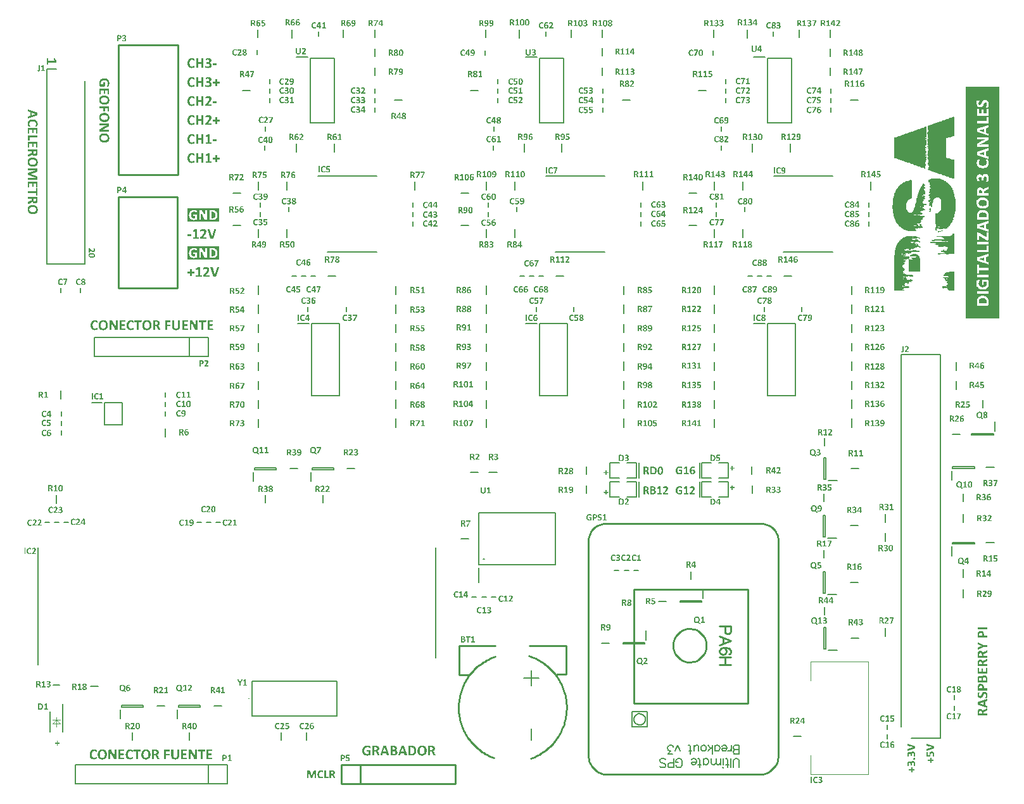
<source format=gto>
G04*
G04 #@! TF.GenerationSoftware,Altium Limited,Altium Designer,19.0.15 (446)*
G04*
G04 Layer_Color=65535*
%FSLAX25Y25*%
%MOIN*%
G70*
G01*
G75*
%ADD10C,0.01000*%
%ADD11C,0.00591*%
%ADD12C,0.00591*%
%ADD13C,0.00787*%
%ADD14C,0.00394*%
%ADD15C,0.00600*%
G36*
X492500Y356233D02*
X492556Y356177D01*
X492578Y356089D01*
X492567Y355833D01*
X492578Y346111D01*
X492500Y346011D01*
X492344Y345989D01*
X492189Y346011D01*
X491567Y345989D01*
X491533Y345955D01*
X491511Y345911D01*
X491411Y345789D01*
X491122Y345766D01*
X491011Y345589D01*
X490856Y345567D01*
X490567Y345589D01*
X490467Y345533D01*
X490400Y345422D01*
X490344Y345367D01*
X490211Y345344D01*
X490144Y345367D01*
X489433Y345344D01*
X489378Y345289D01*
X489311Y345178D01*
X489278Y345144D01*
X488989Y345122D01*
X488955Y345089D01*
X488889Y344978D01*
X488856Y344944D01*
X488767Y344922D01*
X488411Y344944D01*
X488311Y344866D01*
X488289Y344711D01*
X488311Y344555D01*
X488300Y334811D01*
X488367Y334722D01*
X488411Y334700D01*
X488489Y334644D01*
X488511Y334600D01*
X488589Y334500D01*
X488678Y334478D01*
X488978Y334489D01*
X489478Y334478D01*
X489544Y334500D01*
X489722Y334478D01*
X489778Y334422D01*
X489844Y334311D01*
X489878Y334278D01*
X490167Y334256D01*
X490200Y334222D01*
X490278Y334078D01*
X490367Y334055D01*
X490733Y334067D01*
X490811Y334033D01*
X490844Y334000D01*
X490911Y333889D01*
X490944Y333856D01*
X491033Y333833D01*
X491389Y333856D01*
X491778Y333844D01*
X492033Y333856D01*
X492133Y333778D01*
X492200Y333667D01*
X492233Y333633D01*
X492522Y333611D01*
X492556Y333578D01*
X492578Y333489D01*
X492567Y333233D01*
X492578Y326378D01*
Y326356D01*
X492556Y323667D01*
X492522Y323633D01*
X492433Y323611D01*
X492367Y323589D01*
X492300Y323611D01*
X491644Y323600D01*
X491567Y323633D01*
X491511Y323689D01*
X491489Y323733D01*
X491456Y323789D01*
X491411Y323811D01*
X491289Y323911D01*
X491222Y324022D01*
X490933Y324044D01*
X490867Y324111D01*
X490800Y324222D01*
X490700Y324255D01*
X490133Y324244D01*
X490056Y324278D01*
X490022Y324311D01*
X489944Y324455D01*
X489655Y324478D01*
X489600Y324533D01*
X489578Y324578D01*
X489522Y324656D01*
X489433Y324678D01*
X489089Y324667D01*
X489011Y324700D01*
X488955Y324756D01*
X488933Y324800D01*
X488878Y324878D01*
X488789Y324900D01*
X488411Y324878D01*
X488333Y324933D01*
X488256Y325078D01*
X488100Y325122D01*
X487911Y325089D01*
X487833Y325078D01*
X487767Y325100D01*
X487722Y325122D01*
X487689Y325155D01*
X487622Y325267D01*
X487567Y325322D01*
X487278Y325344D01*
X487167Y325522D01*
X487011Y325544D01*
X486856Y325522D01*
X486455Y325544D01*
X486378Y325622D01*
X486311Y325733D01*
X486022Y325756D01*
X485978Y325800D01*
X485911Y325911D01*
X485878Y325944D01*
X485789Y325967D01*
X485433Y325944D01*
X485333Y326022D01*
X485267Y326133D01*
X485233Y326167D01*
X485089Y326178D01*
X484567Y326167D01*
X484489Y326222D01*
X484467Y326267D01*
X484367Y326389D01*
X484178Y326378D01*
X484067Y326422D01*
X483978Y326578D01*
X483689Y326600D01*
X483622Y326667D01*
X483556Y326778D01*
X483522Y326811D01*
X482911Y326800D01*
X482822Y326822D01*
X482778Y326867D01*
X482711Y326978D01*
X482678Y327011D01*
X482589Y327033D01*
X482500Y327011D01*
X482389Y327033D01*
X482355Y327067D01*
X482267Y327222D01*
X482144Y327256D01*
X481955Y327222D01*
X481855Y327211D01*
X481711Y327289D01*
X481644Y327400D01*
X481589Y327455D01*
X480956Y327444D01*
X480867Y327489D01*
X480778Y327644D01*
X480489Y327667D01*
X480422Y327733D01*
X480356Y327844D01*
X480322Y327878D01*
X480033Y327900D01*
X480000Y327933D01*
X479933Y328044D01*
X479878Y328100D01*
X479556Y328089D01*
X479478Y328100D01*
X479411Y328078D01*
X479211Y328100D01*
X479156Y328133D01*
X479067Y328289D01*
X478800Y328311D01*
X478733Y328356D01*
X478711Y328400D01*
X478633Y328478D01*
X478589Y328500D01*
X478511Y328555D01*
X478489Y328644D01*
X478522Y328722D01*
X478611Y328744D01*
X478856Y328722D01*
X478922Y328700D01*
X479011Y328722D01*
X479111Y328778D01*
X479133Y328867D01*
X479111Y329289D01*
X479056Y329344D01*
X478989Y329367D01*
X478933Y329400D01*
X478911Y329489D01*
X478933Y329533D01*
X478989Y329589D01*
X479100Y329656D01*
X479133Y329689D01*
X479156Y329978D01*
X479256Y330011D01*
X479611Y329989D01*
X479722Y330055D01*
X479778Y330111D01*
X479800Y330311D01*
X479733Y330422D01*
X479656Y330433D01*
X479578Y330378D01*
X479511Y330267D01*
X479411Y330233D01*
X479311Y330333D01*
X479289Y330378D01*
X479211Y330455D01*
X479167Y330478D01*
X479133Y330511D01*
X479111Y330800D01*
X479078Y330833D01*
X479033Y330855D01*
X478933Y330933D01*
X478911Y330978D01*
X478811Y331078D01*
X478767Y331100D01*
X478711Y331155D01*
X478689Y331200D01*
X478589Y331300D01*
X478544Y331322D01*
X478489Y331378D01*
X478511Y331867D01*
X478567Y331922D01*
X478856Y331944D01*
X478911Y332000D01*
X478933Y332289D01*
X478989Y332344D01*
X479100Y332411D01*
X479133Y332444D01*
X479111Y333355D01*
X479078Y333389D01*
X479033Y333411D01*
X478911Y333511D01*
X478889Y333800D01*
X478733Y333889D01*
X478689Y334000D01*
X478711Y334378D01*
X478633Y334478D01*
X478522Y334544D01*
X478489Y334578D01*
X478467Y334733D01*
X478522Y334878D01*
X478633Y334922D01*
X478878Y334944D01*
X478933Y335067D01*
X478911Y335244D01*
X478878Y335300D01*
X478833Y335322D01*
X478711Y335422D01*
X478700Y335500D01*
X478711Y335667D01*
X478611Y335767D01*
X478511Y335822D01*
X478489Y335911D01*
X478478Y336255D01*
X478511Y336333D01*
X478544Y336367D01*
X478689Y336444D01*
X478700Y336544D01*
X478656Y336611D01*
X478500Y336700D01*
X478467Y336822D01*
X478489Y336889D01*
X478511Y337200D01*
X478567Y337255D01*
X478722Y337278D01*
X478867Y337200D01*
X478889Y337155D01*
X478933Y337111D01*
X478944Y337078D01*
X479033Y337055D01*
X479100Y337078D01*
X479133Y337111D01*
X479156Y337200D01*
X479133Y337378D01*
X479033Y337478D01*
X478767Y337500D01*
X478711Y337555D01*
X478689Y337644D01*
X478711Y338000D01*
X478700Y338433D01*
X478756Y338511D01*
X478878Y338589D01*
X478911Y338622D01*
X478933Y338778D01*
X478911Y338866D01*
X478922Y339278D01*
X478878Y339344D01*
X478722Y339433D01*
X478711Y339555D01*
X478767Y339611D01*
X478911Y339689D01*
X478933Y339778D01*
X478911Y340000D01*
X478933Y340089D01*
X478911Y340155D01*
X478889Y340200D01*
X478856Y340233D01*
X478767Y340255D01*
X478611Y340233D01*
X478511Y340289D01*
X478489Y340378D01*
X478478Y340811D01*
X478522Y340878D01*
X478578Y340889D01*
X478656Y340855D01*
X478711Y340800D01*
X478733Y340755D01*
X478778Y340711D01*
X478789Y340678D01*
X478878Y340655D01*
X479300Y340678D01*
X479333Y340778D01*
X479311Y340866D01*
X479278Y340900D01*
X478989Y340922D01*
X478811Y341100D01*
X478767Y341122D01*
X478711Y341178D01*
X478689Y341266D01*
X478711Y341422D01*
X478656Y341500D01*
X478511Y341578D01*
X478489Y341667D01*
X478478Y342233D01*
X478522Y342344D01*
X478678Y342433D01*
X478711Y342533D01*
X478689Y342955D01*
X478656Y342989D01*
X478511Y343067D01*
X478489Y343155D01*
X478478Y343722D01*
X478511Y343800D01*
X478544Y343833D01*
X478689Y343911D01*
X478700Y344011D01*
X478656Y344078D01*
X478500Y344166D01*
X478467Y344289D01*
X478489Y344355D01*
X478511Y344689D01*
X478544Y344722D01*
X478822Y344711D01*
X478911Y344778D01*
X478889Y344889D01*
X478833Y344944D01*
X478789Y344967D01*
X478656Y345100D01*
X478544Y345166D01*
X478489Y345222D01*
X478511Y345333D01*
X478544Y345367D01*
X478700Y345455D01*
X478711Y345889D01*
X478678Y345944D01*
X478633Y345967D01*
X478522Y346033D01*
X478489Y346066D01*
X478511Y346178D01*
X478567Y346233D01*
X478633Y346255D01*
X478689Y346289D01*
X478711Y346378D01*
X478700Y346700D01*
X478711Y346955D01*
X478633Y347055D01*
X478522Y347122D01*
X478489Y347155D01*
X478478Y347278D01*
X478500Y348278D01*
X478567Y348344D01*
X478678Y348411D01*
X478756Y348533D01*
X478789Y348566D01*
X479078Y348589D01*
X479111Y348622D01*
X479133Y348711D01*
X479111Y349355D01*
X479056Y349411D01*
X478767Y349433D01*
X478711Y349489D01*
X478644Y349600D01*
X478611Y349633D01*
X478500Y349700D01*
X478478Y349789D01*
X478467Y349844D01*
X478489Y349911D01*
X478511Y351066D01*
X478544Y351100D01*
X478656Y351166D01*
X478689Y351200D01*
X478711Y351289D01*
X478733Y351511D01*
X478767Y351544D01*
X479056Y351566D01*
X479133Y351644D01*
X479189Y351744D01*
X479278Y351766D01*
X479844Y351755D01*
X479922Y351789D01*
X479978Y351844D01*
X480044Y351955D01*
X480144Y351989D01*
X480300Y351966D01*
X480400Y352044D01*
X480478Y352189D01*
X480789Y352211D01*
X480900Y352389D01*
X480989Y352411D01*
X481578Y352400D01*
X481656Y352455D01*
X481689Y352489D01*
X481755Y352600D01*
X481878Y352633D01*
X482167Y352611D01*
X482256Y352633D01*
X482333Y352711D01*
X482400Y352822D01*
X482689Y352844D01*
X482733Y352889D01*
X482800Y353000D01*
X482833Y353033D01*
X482922Y353055D01*
X483178Y353044D01*
X483278Y353055D01*
X483344Y353033D01*
X483522Y353055D01*
X483578Y353089D01*
X483656Y353233D01*
X483811Y353277D01*
X483967Y353255D01*
X484078Y353233D01*
X484144Y353255D01*
X484189Y353277D01*
X484222Y353311D01*
X484244Y353355D01*
X484322Y353455D01*
X484367Y353478D01*
X484444Y353533D01*
X484511Y353644D01*
X484544Y353678D01*
X484633Y353700D01*
X484922Y353678D01*
X485456Y353700D01*
X485533Y353778D01*
X485600Y353889D01*
X485889Y353911D01*
X485933Y353955D01*
X486000Y354066D01*
X486033Y354100D01*
X486122Y354122D01*
X486256Y354100D01*
X486355Y354155D01*
X486433Y354300D01*
X486589Y354344D01*
X486678Y354322D01*
X487167Y354344D01*
X487222Y354400D01*
X487244Y354444D01*
X487300Y354522D01*
X487389Y354544D01*
X487533Y354533D01*
X487611Y354566D01*
X487644Y354600D01*
X487711Y354711D01*
X487744Y354744D01*
X487900Y354766D01*
X488056Y354744D01*
X488233Y354766D01*
X488289Y354822D01*
X488355Y354933D01*
X488389Y354966D01*
X488800Y354955D01*
X488878Y354989D01*
X488933Y355044D01*
X489000Y355155D01*
X489100Y355189D01*
X489456Y355166D01*
X489578Y355266D01*
X489600Y355311D01*
X489678Y355389D01*
X489722Y355411D01*
X489800Y355489D01*
X489822Y355533D01*
X489855Y355589D01*
X489944Y355611D01*
X490200Y355600D01*
X490567Y355611D01*
X490633Y355589D01*
X490789Y355611D01*
X490844Y355666D01*
X490911Y355778D01*
X490944Y355811D01*
X491233Y355833D01*
X491267Y355866D01*
X491356Y356022D01*
X491644Y356044D01*
X491711Y356111D01*
X491778Y356222D01*
X491878Y356255D01*
X492255Y356233D01*
X492322Y356255D01*
X492500Y356233D01*
D02*
G37*
G36*
X477767Y351122D02*
X477844Y351044D01*
Y350866D01*
Y350844D01*
X477856Y345700D01*
X477744Y345567D01*
X477700Y345544D01*
X477622Y345466D01*
X477611Y345433D01*
X477567Y345411D01*
X477445Y345311D01*
X477422Y345244D01*
X477445Y345178D01*
X477478Y345144D01*
X477756Y345155D01*
X477833Y345100D01*
X477856Y345011D01*
X477867Y344955D01*
X477844Y344889D01*
X477867Y344644D01*
X477767Y344522D01*
X477644Y344422D01*
X477611Y344367D01*
X477567Y344344D01*
X477522Y344300D01*
X477478Y344278D01*
X477422Y344222D01*
X477445Y344111D01*
X477478Y344078D01*
X477556Y344067D01*
X477756Y344089D01*
X477833Y344033D01*
X477856Y343944D01*
X477867Y343844D01*
X477844Y343778D01*
X477867Y342866D01*
X477900Y342833D01*
X477945Y342811D01*
X478067Y342711D01*
X478045Y342222D01*
X478011Y342189D01*
X477900Y342122D01*
X477844Y342067D01*
X477856Y341433D01*
X477800Y341355D01*
X477767Y341322D01*
X477722Y341300D01*
X477622Y341200D01*
X477600Y341155D01*
X477544Y341100D01*
X477500Y341078D01*
X477422Y341000D01*
X477400Y340955D01*
X477345Y340900D01*
X477300Y340878D01*
X477245Y340844D01*
X477222Y340800D01*
X477200Y340733D01*
X477222Y340311D01*
X477278Y340255D01*
X477433Y340233D01*
X477656Y340255D01*
X477789Y340233D01*
X477844Y340178D01*
X477856Y340033D01*
X477844Y339844D01*
X477867Y339778D01*
X477811Y339633D01*
X477722Y339611D01*
X477478Y339589D01*
X477445Y339555D01*
X477400Y339400D01*
X477422Y339266D01*
X477500Y339189D01*
X477611Y339122D01*
X477644Y339022D01*
X477622Y338822D01*
X477567Y338767D01*
X477456Y338700D01*
X477422Y338667D01*
X477400Y338511D01*
X477456Y338367D01*
X477567Y338322D01*
X477811Y338300D01*
X477867Y338155D01*
X477844Y337933D01*
X477856Y337389D01*
X477822Y337311D01*
X477789Y337278D01*
X477678Y337211D01*
X477644Y337178D01*
X477633Y337100D01*
X477644Y336933D01*
X477589Y336855D01*
X477445Y336778D01*
X477400Y336622D01*
X477433Y336500D01*
X477489Y336422D01*
X477778Y336400D01*
X477844Y336333D01*
X477867Y336178D01*
X477844Y336111D01*
X477822Y335800D01*
X477789Y335767D01*
X477489Y335778D01*
X477422Y335711D01*
X477445Y335600D01*
X477500Y335544D01*
X477611Y335478D01*
X477667Y335422D01*
X477689Y335378D01*
X477822Y335289D01*
X477867Y335178D01*
X477844Y334822D01*
X477867Y334622D01*
X477789Y334522D01*
X477678Y334455D01*
X477644Y334422D01*
X477667Y334311D01*
X477722Y334256D01*
X477789Y334233D01*
X477844Y334178D01*
X477856Y334100D01*
X477844Y333933D01*
X477922Y333856D01*
X478033Y333789D01*
X478067Y333755D01*
X478078Y333611D01*
X478056Y333522D01*
X478000Y333444D01*
X477878Y333411D01*
X477789Y333433D01*
X477678Y333389D01*
X477644Y333355D01*
X477622Y333200D01*
X477644Y333044D01*
X477622Y332644D01*
X477544Y332567D01*
X477433Y332500D01*
X477411Y332211D01*
X477256Y332122D01*
X477222Y332089D01*
X477245Y331956D01*
X477278Y331922D01*
X477422Y331844D01*
X477445Y331689D01*
X477422Y331600D01*
X477400Y331467D01*
X477422Y331400D01*
X477445Y331356D01*
X477500Y331300D01*
X477611Y331233D01*
X477644Y331133D01*
X477622Y330711D01*
X477589Y330678D01*
X477544Y330656D01*
X477422Y330556D01*
X477433Y329944D01*
X477389Y329833D01*
X477345Y329811D01*
X477222Y329733D01*
X477200Y329644D01*
X477222Y329222D01*
X477278Y329167D01*
X477322Y329144D01*
X477422Y329067D01*
X477445Y328978D01*
X477422Y328778D01*
X477389Y328744D01*
X477311Y328733D01*
X477233Y328767D01*
X477144Y328900D01*
X477100Y328944D01*
X476833Y328967D01*
X476745Y329100D01*
X476700Y329144D01*
X476656Y329167D01*
X476556Y329267D01*
X476533Y329311D01*
X476478Y329367D01*
X476333Y329378D01*
X475589Y329367D01*
X475511Y329444D01*
X475445Y329556D01*
X475345Y329589D01*
X475200Y329578D01*
X475122Y329611D01*
X475089Y329644D01*
X475033Y329767D01*
X474944Y329789D01*
X474722Y329811D01*
X474667Y329867D01*
X474645Y329911D01*
X474589Y329989D01*
X474500Y330011D01*
X473933Y330000D01*
X473856Y330033D01*
X473800Y330089D01*
X473733Y330200D01*
X473633Y330233D01*
X473545Y330211D01*
X473433Y330233D01*
X473378Y330289D01*
X473322Y330411D01*
X473167Y330455D01*
X473011Y330433D01*
X472922Y330411D01*
X472833Y330433D01*
X472789Y330455D01*
X472756Y330489D01*
X472733Y330533D01*
X472656Y330633D01*
X472567Y330656D01*
X472233Y330633D01*
X472122Y330700D01*
X472033Y330833D01*
X471967Y330855D01*
X471878Y330878D01*
X471656Y330855D01*
X471522Y330878D01*
X471445Y330956D01*
X471378Y331067D01*
X471089Y331089D01*
X471044Y331133D01*
X470978Y331244D01*
X470944Y331278D01*
X470856Y331300D01*
X470600Y331289D01*
X470500Y331300D01*
X470433Y331278D01*
X470233Y331300D01*
X470200Y331333D01*
X470178Y331378D01*
X470122Y331478D01*
X470033Y331500D01*
X469789Y331522D01*
X469678Y331700D01*
X469589Y331722D01*
X469445Y331711D01*
X469367Y331744D01*
X469333Y331778D01*
X469267Y331889D01*
X469233Y331922D01*
X469078Y331944D01*
X468989Y331922D01*
X468322Y331944D01*
X468267Y332000D01*
X468200Y332111D01*
X468100Y332144D01*
X467878Y332167D01*
X467844Y332200D01*
X467778Y332311D01*
X467744Y332344D01*
X467656Y332367D01*
X467567Y332344D01*
X467456Y332367D01*
X467422Y332400D01*
X467345Y332544D01*
X467189Y332589D01*
X467122Y332567D01*
X466611Y332589D01*
X466533Y332667D01*
X466478Y332767D01*
X466389Y332789D01*
X466245Y332778D01*
X466167Y332811D01*
X466133Y332844D01*
X466067Y332956D01*
X466033Y332989D01*
X465744Y333011D01*
X465711Y333044D01*
X465633Y333189D01*
X465545Y333211D01*
X464978Y333200D01*
X464900Y333233D01*
X464845Y333289D01*
X464778Y333400D01*
X464656Y333433D01*
X464300Y333411D01*
X464256Y333455D01*
X464222Y333467D01*
X464145Y333611D01*
X464056Y333633D01*
X463833Y333656D01*
X463778Y333711D01*
X463711Y333822D01*
X463611Y333856D01*
X463022Y333844D01*
X462945Y333900D01*
X462867Y334022D01*
X462833Y334055D01*
X462545Y334078D01*
X462511Y334111D01*
X462445Y334222D01*
X462389Y334278D01*
X462345Y334300D01*
X462267Y334378D01*
X462245Y334422D01*
X462167Y334500D01*
X461611Y334478D01*
X461356Y334489D01*
X461100Y334478D01*
X461022Y334533D01*
X460978Y334689D01*
X461000Y334778D01*
X460989Y345211D01*
X461011Y345300D01*
X461078Y345367D01*
X462134Y345355D01*
X462211Y345389D01*
X462267Y345444D01*
X462289Y345489D01*
X462322Y345544D01*
X462367Y345567D01*
X462467Y345644D01*
X462489Y345689D01*
X462567Y345789D01*
X462856Y345811D01*
X462911Y345866D01*
X462933Y345933D01*
X463011Y346011D01*
X463645Y346000D01*
X463733Y346044D01*
X463756Y346089D01*
X463856Y346211D01*
X463945Y346233D01*
X464300Y346211D01*
X464400Y346289D01*
X464467Y346400D01*
X464500Y346433D01*
X464789Y346455D01*
X464900Y346633D01*
X464989Y346655D01*
X465244Y346644D01*
X465367Y346655D01*
X465433Y346633D01*
X465611Y346655D01*
X465689Y346733D01*
X465756Y346844D01*
X466045Y346866D01*
X466111Y346933D01*
X466178Y347044D01*
X466211Y347078D01*
X466478Y347100D01*
X466533Y347155D01*
X466600Y347267D01*
X466722Y347300D01*
X467078Y347278D01*
X467322Y347300D01*
X467378Y347355D01*
X467400Y347400D01*
X467478Y347500D01*
X467645Y347511D01*
X467778Y347489D01*
X467878Y347478D01*
X468000Y347533D01*
X468022Y347578D01*
X468100Y347700D01*
X468189Y347722D01*
X468344Y347700D01*
X468444Y347778D01*
X468511Y347889D01*
X468544Y347922D01*
X468700Y347944D01*
X468767Y347922D01*
X469256Y347944D01*
X469289Y347978D01*
X469356Y348089D01*
X469411Y348144D01*
X469600Y348133D01*
X469678Y348166D01*
X469733Y348222D01*
X469756Y348266D01*
X469856Y348366D01*
X469900Y348389D01*
X469956Y348444D01*
X470011Y348544D01*
X470100Y348566D01*
X470845Y348555D01*
X470933Y348578D01*
X471000Y348622D01*
X471067Y348733D01*
X471100Y348766D01*
X471189Y348789D01*
X471322Y348766D01*
X471422Y348822D01*
X471500Y348966D01*
X471611Y349011D01*
X471867Y348978D01*
X471900Y348966D01*
X471967Y348989D01*
X472067Y349044D01*
X472133Y349155D01*
X472189Y349211D01*
X472600Y349200D01*
X472678Y349233D01*
X472711Y349266D01*
X472778Y349378D01*
X472811Y349411D01*
X472900Y349433D01*
X473256Y349411D01*
X473356Y349489D01*
X473422Y349600D01*
X473456Y349633D01*
X473744Y349655D01*
X473778Y349689D01*
X473844Y349800D01*
X473900Y349855D01*
X474222Y349844D01*
X474322Y349855D01*
X474389Y349833D01*
X474567Y349855D01*
X474645Y349933D01*
X474700Y350033D01*
X474856Y350078D01*
X475011Y350055D01*
X475211Y350078D01*
X475289Y350155D01*
X475311Y350200D01*
X475389Y350278D01*
X475433Y350300D01*
X475511Y350378D01*
X475533Y350422D01*
X475589Y350478D01*
X475678Y350500D01*
X475967Y350478D01*
X476500Y350500D01*
X476556Y350555D01*
X476578Y350600D01*
X476633Y350678D01*
X476678Y350700D01*
X476778Y350778D01*
X476845Y350889D01*
X476944Y350922D01*
X477300Y350900D01*
X477422Y351000D01*
X477478Y351100D01*
X477589Y351144D01*
X477767Y351122D01*
D02*
G37*
G36*
X483378Y323756D02*
X483444Y323644D01*
X483478Y323611D01*
X483633Y323589D01*
X483700Y323611D01*
X485255Y323589D01*
X485289Y323555D01*
X485311Y323511D01*
X485389Y323411D01*
X485478Y323389D01*
X485833Y323411D01*
X485955Y323311D01*
X486022Y323200D01*
X486289Y323178D01*
X486355Y323133D01*
X486422Y323022D01*
X486478Y322967D01*
X486867Y322978D01*
X486955Y322955D01*
X487000Y322911D01*
X487067Y322800D01*
X487100Y322767D01*
X487189Y322744D01*
X487322Y322767D01*
X487444Y322667D01*
X487467Y322622D01*
X487544Y322544D01*
X487589Y322522D01*
X487667Y322444D01*
X487689Y322400D01*
X487767Y322322D01*
X488178Y322333D01*
X488256Y322300D01*
X488289Y322267D01*
X488311Y322178D01*
X488333Y321933D01*
X488433Y321900D01*
X488678Y321878D01*
X488711Y321844D01*
X488778Y321733D01*
X488811Y321700D01*
X488856Y321678D01*
X488955Y321578D01*
X488978Y321533D01*
X489033Y321478D01*
X489078Y321456D01*
X489155Y321378D01*
X489178Y321333D01*
X489256Y321255D01*
X489544Y321233D01*
X489578Y321200D01*
X489600Y320889D01*
X489633Y320855D01*
X489722Y320833D01*
X489944Y320811D01*
X490000Y320756D01*
X490022Y320711D01*
X490056Y320655D01*
X490100Y320633D01*
X490222Y320533D01*
X490244Y320267D01*
X490300Y320211D01*
X490344Y320189D01*
X490444Y320089D01*
X490467Y320044D01*
X490522Y319989D01*
X490567Y319967D01*
X490667Y319867D01*
X490689Y319822D01*
X490744Y319767D01*
X490844Y319711D01*
X490867Y319622D01*
X490889Y319400D01*
X490922Y319367D01*
X490967Y319344D01*
X491067Y319267D01*
X491089Y319222D01*
X491122Y319167D01*
X491167Y319145D01*
X491289Y319044D01*
X491311Y318756D01*
X491344Y318722D01*
X491489Y318644D01*
X491511Y318556D01*
X491500Y318189D01*
X491533Y318111D01*
X491667Y318022D01*
X491711Y317978D01*
X491733Y317933D01*
X491811Y317856D01*
X491855Y317833D01*
X491933Y317756D01*
X491956Y317467D01*
X492133Y317356D01*
X492156Y317267D01*
X492144Y316989D01*
X492156Y316911D01*
X492133Y316845D01*
X492156Y316645D01*
X492211Y316589D01*
X492322Y316522D01*
X492355Y316489D01*
X492378Y316311D01*
X492355Y316245D01*
X492344Y316100D01*
X492367Y316011D01*
X492433Y315945D01*
X492544Y315878D01*
X492578Y315778D01*
X492567Y315611D01*
X492622Y315533D01*
X492744Y315456D01*
X492778Y315422D01*
X492800Y315267D01*
X492778Y315178D01*
X492800Y314289D01*
X492856Y314233D01*
X492967Y314167D01*
X493000Y314133D01*
X492989Y313300D01*
X493022Y313222D01*
X493078Y313167D01*
X493122Y313144D01*
X493200Y313089D01*
X493222Y312933D01*
X493200Y312711D01*
X493211Y312433D01*
X493200Y312200D01*
X493278Y312100D01*
X493389Y312033D01*
X493422Y312000D01*
X493433Y311856D01*
X493422Y307844D01*
X493444Y307800D01*
X493422Y307733D01*
X493367Y307633D01*
X493256Y307567D01*
X493222Y307533D01*
X493200Y307445D01*
X493211Y307144D01*
X493200Y306867D01*
X493222Y306800D01*
X493200Y306622D01*
X493122Y306544D01*
X493055Y306522D01*
X493000Y306467D01*
X492978Y306311D01*
X493000Y306222D01*
X492978Y305333D01*
X492922Y305278D01*
X492811Y305211D01*
X492778Y305111D01*
X492789Y304122D01*
X492756Y304045D01*
X492700Y303989D01*
X492589Y303922D01*
X492556Y303822D01*
X492578Y303756D01*
X492556Y303622D01*
X492522Y303589D01*
X492378Y303511D01*
X492355Y303422D01*
X492333Y303178D01*
X492156Y303067D01*
X492133Y302978D01*
X492144Y302656D01*
X492133Y302378D01*
X492156Y302311D01*
X492133Y302133D01*
X492100Y302100D01*
X492056Y302078D01*
X491933Y301978D01*
X491911Y301934D01*
X491833Y301856D01*
X491789Y301834D01*
X491733Y301800D01*
X491711Y301711D01*
X491689Y301489D01*
X491633Y301433D01*
X491522Y301367D01*
X491489Y301245D01*
X491511Y300889D01*
X491411Y300789D01*
X491367Y300767D01*
X491289Y300689D01*
X491267Y300645D01*
X491189Y300567D01*
X491144Y300545D01*
X491067Y300467D01*
X491044Y300422D01*
X490989Y300367D01*
X490944Y300345D01*
X490867Y300289D01*
X490844Y300000D01*
X490789Y299945D01*
X490678Y299878D01*
X490644Y299778D01*
X490622Y299556D01*
X490589Y299522D01*
X490478Y299456D01*
X490444Y299422D01*
X490422Y299378D01*
X490344Y299300D01*
X490300Y299278D01*
X490244Y299245D01*
X490222Y299156D01*
X490200Y298934D01*
X490144Y298878D01*
X490100Y298856D01*
X490044Y298822D01*
X490022Y298778D01*
X489922Y298656D01*
X489633Y298634D01*
X489600Y298600D01*
X489578Y298511D01*
X489556Y298289D01*
X489500Y298234D01*
X489456Y298211D01*
X489400Y298178D01*
X489378Y298133D01*
X489278Y298011D01*
X488989Y297989D01*
X488955Y297956D01*
X488933Y297822D01*
X488955Y297756D01*
X488933Y297667D01*
X488856Y297589D01*
X488756Y297533D01*
X488733Y297489D01*
X488633Y297367D01*
X488200Y297378D01*
X488122Y297322D01*
X488089Y297289D01*
X488067Y297245D01*
X487911Y297089D01*
X487889Y297045D01*
X487833Y296967D01*
X487744Y296945D01*
X487667Y296978D01*
X487644Y297067D01*
X487667Y297289D01*
X487633Y297345D01*
X487478Y297389D01*
X487189Y297367D01*
X486711Y297378D01*
X486600Y297289D01*
X486533Y297178D01*
X486267Y297156D01*
X486178Y297089D01*
X486111Y296978D01*
X486078Y296945D01*
X484944Y296967D01*
X484911Y297000D01*
X484844Y297111D01*
X484789Y297167D01*
X484744Y297189D01*
X484667Y297267D01*
X484644Y297311D01*
X484589Y297367D01*
X484500Y297389D01*
X484211Y297367D01*
X483533Y297378D01*
X483456Y297345D01*
X483400Y297289D01*
X483378Y297200D01*
X483400Y297045D01*
X483456Y296967D01*
X483567Y296900D01*
X483600Y296867D01*
X483622Y296778D01*
X483600Y296600D01*
X483522Y296522D01*
X482811Y296545D01*
X482756Y296600D01*
X482744Y297856D01*
X482767Y297945D01*
X482811Y297989D01*
X482856Y298011D01*
X482956Y298089D01*
X482978Y298178D01*
X482967Y298456D01*
X482978Y299267D01*
X482956Y299334D01*
X482978Y299422D01*
X482956Y299645D01*
X482900Y299700D01*
X482856Y299722D01*
X482756Y299800D01*
X482744Y299945D01*
X482767Y305189D01*
X482811Y305256D01*
X482967Y305278D01*
X483067Y305267D01*
X483078Y305256D01*
X483322Y305278D01*
X483378Y305333D01*
X483444Y305445D01*
X483478Y305478D01*
X483767Y305500D01*
X483800Y305533D01*
X483878Y305678D01*
X483967Y305700D01*
X484133Y305689D01*
X484211Y305745D01*
X484244Y305778D01*
X484267Y305822D01*
X484367Y305922D01*
X484411Y305944D01*
X484444Y305978D01*
X484467Y306022D01*
X484567Y306122D01*
X484611Y306144D01*
X484667Y306200D01*
X484733Y306311D01*
X484833Y306345D01*
X484989Y306322D01*
X485089Y306400D01*
X485111Y306489D01*
X485089Y306844D01*
X485189Y306967D01*
X485233Y306989D01*
X485311Y307067D01*
X485333Y307111D01*
X485411Y307189D01*
X485511Y307244D01*
X485533Y307333D01*
X485556Y307556D01*
X485589Y307589D01*
X485700Y307656D01*
X485733Y307689D01*
X485755Y307778D01*
X485733Y308200D01*
X485744Y312189D01*
X485689Y312267D01*
X485655Y312300D01*
X485544Y312367D01*
X485522Y312656D01*
X485456Y312722D01*
X485344Y312789D01*
X485255Y312922D01*
X485211Y312945D01*
X485111Y313022D01*
X485089Y313156D01*
X485111Y313222D01*
X485089Y313311D01*
X485033Y313367D01*
X484744Y313389D01*
X484689Y313444D01*
X484667Y313489D01*
X484567Y313589D01*
X484522Y313611D01*
X484467Y313667D01*
X484400Y313778D01*
X484300Y313811D01*
X483878Y313789D01*
X483089Y313800D01*
X483011Y313744D01*
X482978Y313711D01*
X482956Y313667D01*
X482878Y313589D01*
X482833Y313567D01*
X482756Y313489D01*
X482700Y313389D01*
X482611Y313367D01*
X482389Y313345D01*
X482333Y313289D01*
X482278Y313189D01*
X482233Y313167D01*
X482189Y313122D01*
X482144Y313100D01*
X482078Y312989D01*
X482033Y312967D01*
X481989Y312922D01*
X481944Y312900D01*
X481911Y312867D01*
X481889Y312822D01*
X481789Y312722D01*
X481744Y312700D01*
X481689Y312645D01*
X481678Y312500D01*
X481700Y312367D01*
X481711Y312245D01*
X481644Y312133D01*
X481611Y312100D01*
X481500Y312033D01*
X481467Y311933D01*
X481489Y311578D01*
X481389Y311456D01*
X481344Y311433D01*
X481289Y311400D01*
X481244Y311289D01*
X481267Y310933D01*
X481233Y310856D01*
X481189Y310833D01*
X481067Y310756D01*
X481044Y310667D01*
X481056Y309656D01*
X481011Y309567D01*
X480967Y309544D01*
X480844Y309444D01*
X480822Y309356D01*
X480844Y309000D01*
X480767Y308900D01*
X480678Y308878D01*
X480500Y308900D01*
X480422Y308978D01*
X480400Y309022D01*
X480322Y309100D01*
X480278Y309122D01*
X480178Y309222D01*
X480156Y309267D01*
X480100Y309322D01*
X479811Y309345D01*
X479700Y309522D01*
X479544Y309544D01*
X479478Y309522D01*
X479367Y309589D01*
X479333Y309689D01*
X479356Y309889D01*
X479389Y309922D01*
X479433Y309945D01*
X479533Y310022D01*
X479556Y310067D01*
X479633Y310144D01*
X479744Y310211D01*
X479778Y310289D01*
X479700Y310389D01*
X479589Y310456D01*
X479478Y310567D01*
X479433Y310589D01*
X479356Y310645D01*
X479333Y310711D01*
X479411Y310811D01*
X479456Y310833D01*
X479578Y310933D01*
X479589Y310967D01*
X479633Y310989D01*
X479756Y311067D01*
X479778Y311156D01*
X479722Y311233D01*
X479567Y311322D01*
X479500Y311433D01*
X479411Y311456D01*
X479167Y311478D01*
X479111Y311622D01*
X479133Y311911D01*
X479111Y312022D01*
X479078Y312056D01*
X478933Y312133D01*
X478911Y312222D01*
X478967Y312300D01*
X479111Y312378D01*
X479133Y312422D01*
X479189Y312500D01*
X479278Y312522D01*
X479500Y312544D01*
X479556Y312600D01*
X479622Y312711D01*
X479722Y312744D01*
X479789Y312722D01*
X479922Y312744D01*
X479956Y312778D01*
X480022Y312889D01*
X480078Y312945D01*
X480122Y312967D01*
X480200Y313045D01*
X480222Y313178D01*
X480200Y313245D01*
X480144Y313345D01*
X480056Y313367D01*
X479989Y313389D01*
X479922Y313367D01*
X479411Y313389D01*
X479356Y313444D01*
X479333Y313533D01*
X479356Y313733D01*
X479489Y313822D01*
X479556Y313889D01*
X479578Y313933D01*
X479633Y313989D01*
X479789Y314011D01*
X479856Y313989D01*
X480567Y314011D01*
X480622Y314067D01*
X480600Y314200D01*
X480456Y314256D01*
X480100Y314233D01*
X479633Y314256D01*
X479478Y314411D01*
X479367Y314478D01*
X479333Y314556D01*
X479389Y314633D01*
X479478Y314656D01*
X479700Y314633D01*
X479756Y314667D01*
X479778Y314778D01*
X479700Y314878D01*
X479500Y314900D01*
X479433Y314878D01*
X479233Y314856D01*
X479133Y314933D01*
X479111Y315089D01*
X479133Y315156D01*
X479156Y315467D01*
X479256Y315500D01*
X479500Y315522D01*
X479533Y315556D01*
X479600Y315667D01*
X479656Y315722D01*
X479700Y315744D01*
X479778Y315822D01*
X479800Y315867D01*
X479833Y315900D01*
X479922Y315922D01*
X480167Y315945D01*
X480200Y316044D01*
X480144Y316144D01*
X480056Y316167D01*
X479611Y316144D01*
X479544Y316122D01*
X479411Y316167D01*
X479356Y316222D01*
X479333Y316311D01*
X479322Y316389D01*
X479344Y316478D01*
X479433Y316567D01*
X479478Y316589D01*
X479556Y316667D01*
X479578Y316711D01*
X479656Y316789D01*
X479756Y316845D01*
X479778Y316933D01*
X479767Y317211D01*
X479778Y318200D01*
X479756Y318267D01*
X479778Y318422D01*
X479811Y318478D01*
X479900Y318500D01*
X480056Y318478D01*
X480167Y318500D01*
X480200Y318600D01*
X480178Y318644D01*
X480100Y318722D01*
X480056Y318744D01*
X479900Y318900D01*
X479856Y318922D01*
X479778Y319000D01*
X479756Y319044D01*
X479656Y319145D01*
X479611Y319167D01*
X479556Y319222D01*
X479533Y319378D01*
X479578Y319489D01*
X479633Y319544D01*
X479678Y319567D01*
X479733Y319600D01*
X479756Y319644D01*
X479856Y319767D01*
X479900Y319789D01*
X479978Y319844D01*
X480000Y320000D01*
X479978Y320067D01*
X480000Y320267D01*
X479933Y320378D01*
X479811Y320456D01*
X479778Y320489D01*
X479767Y320567D01*
X479778Y320733D01*
X479700Y320811D01*
X479611Y320833D01*
X479578Y320867D01*
X479556Y320955D01*
X479611Y321056D01*
X479767Y321144D01*
X479789Y321233D01*
X479800Y321267D01*
X479778Y321333D01*
X479711Y321444D01*
X479578Y321533D01*
X479511Y321644D01*
X479478Y321678D01*
X479389Y321700D01*
X479244Y321689D01*
X479167Y321722D01*
X479133Y321756D01*
X479111Y321955D01*
X479133Y322022D01*
X479111Y322267D01*
X479078Y322300D01*
X478967Y322367D01*
X478911Y322422D01*
X478933Y322911D01*
X479067Y323000D01*
X479133Y323067D01*
X479189Y323167D01*
X479278Y323189D01*
X479644Y323178D01*
X479722Y323211D01*
X479756Y323244D01*
X479811Y323367D01*
X479900Y323389D01*
X480122Y323411D01*
X480200Y323489D01*
X480267Y323600D01*
X481433Y323611D01*
X481500Y323589D01*
X481589Y323611D01*
X481633Y323633D01*
X481667Y323667D01*
X481733Y323778D01*
X481767Y323811D01*
X481855Y323833D01*
X482189Y323811D01*
X482256Y323833D01*
X483067Y323822D01*
X483278Y323833D01*
X483378Y323756D01*
D02*
G37*
G36*
X469656Y322967D02*
X470000Y322978D01*
X470089Y322955D01*
X470156Y322911D01*
X470178Y322822D01*
X470167Y322567D01*
X470178Y313822D01*
X470156Y313756D01*
X470178Y313667D01*
X470156Y313444D01*
X470100Y313389D01*
X470056Y313367D01*
X469978Y313311D01*
X469956Y313267D01*
X469900Y313189D01*
X469856Y313167D01*
X469811Y313122D01*
X469778Y313111D01*
X469756Y313067D01*
X469656Y312945D01*
X469367Y312922D01*
X469333Y312889D01*
X469256Y312744D01*
X469167Y312722D01*
X468800Y312733D01*
X468722Y312700D01*
X468689Y312667D01*
X468667Y312533D01*
X468689Y312467D01*
X468667Y312378D01*
X468633Y312322D01*
X468544Y312300D01*
X468300Y312278D01*
X468267Y312245D01*
X468200Y312133D01*
X468167Y312100D01*
X468122Y312078D01*
X468067Y312045D01*
X468022Y311933D01*
X468045Y311556D01*
X467967Y311456D01*
X467656Y311433D01*
X467600Y311311D01*
X467622Y310933D01*
X467522Y310811D01*
X467411Y310745D01*
X467378Y310622D01*
X467400Y310467D01*
X467389Y307767D01*
X467411Y307678D01*
X467456Y307633D01*
X467567Y307567D01*
X467600Y307533D01*
X467622Y307445D01*
X467600Y307356D01*
X467622Y307244D01*
X467656Y307211D01*
X467767Y307144D01*
X467822Y307089D01*
X467844Y307045D01*
X467922Y306967D01*
X468022Y306911D01*
X468045Y306822D01*
X468033Y306456D01*
X468067Y306378D01*
X468100Y306345D01*
X468189Y306322D01*
X468278Y306345D01*
X468389Y306322D01*
X468444Y306267D01*
X468511Y306156D01*
X468645Y306067D01*
X468756Y305911D01*
X469044Y305889D01*
X469089Y305844D01*
X469144Y305722D01*
X469256Y305678D01*
X469611Y305700D01*
X469767Y305678D01*
X469878Y305700D01*
X469956Y305778D01*
X470022Y305889D01*
X470289Y305911D01*
X470356Y305956D01*
X470422Y306067D01*
X470478Y306122D01*
X470522Y306144D01*
X470600Y306222D01*
X470622Y306267D01*
X470678Y306322D01*
X470722Y306345D01*
X470822Y306445D01*
X470845Y306489D01*
X470900Y306544D01*
X471011Y306611D01*
X471033Y306900D01*
X471100Y306967D01*
X471211Y307033D01*
X471244Y307133D01*
X471233Y307278D01*
X471267Y307356D01*
X471422Y307445D01*
X471467Y307556D01*
X471445Y307844D01*
X471467Y308178D01*
X471545Y308256D01*
X471644Y308311D01*
X471667Y308400D01*
X471689Y308622D01*
X471744Y308678D01*
X471811Y308700D01*
X471867Y308756D01*
X471889Y308844D01*
X471867Y309200D01*
X471945Y309300D01*
X471989Y309322D01*
X472089Y309400D01*
X472111Y310533D01*
X472167Y310589D01*
X472278Y310656D01*
X472311Y310756D01*
X472289Y311111D01*
X472389Y311233D01*
X472500Y311300D01*
X472533Y311422D01*
X472511Y311711D01*
X472533Y311822D01*
X472711Y311933D01*
X472733Y312022D01*
X472722Y313233D01*
X472756Y313311D01*
X472811Y313367D01*
X472922Y313433D01*
X472956Y313533D01*
X472933Y313622D01*
X472956Y313733D01*
X473011Y313789D01*
X473122Y313856D01*
X473156Y313889D01*
X473178Y314044D01*
X473156Y314111D01*
X473133Y314267D01*
X473156Y314333D01*
X473178Y314378D01*
X473211Y314411D01*
X473256Y314433D01*
X473356Y314511D01*
X473378Y314600D01*
X473367Y314878D01*
X473378Y315200D01*
X473356Y315267D01*
X473378Y315422D01*
X473456Y315500D01*
X473567Y315567D01*
X473600Y315689D01*
X473578Y316044D01*
X473633Y316122D01*
X473778Y316200D01*
X473800Y316289D01*
X473822Y316511D01*
X473878Y316567D01*
X473989Y316633D01*
X474022Y316733D01*
X474000Y317022D01*
X474022Y317067D01*
X474000Y317133D01*
X474022Y317356D01*
X474078Y317411D01*
X474189Y317478D01*
X474222Y317511D01*
X474244Y317800D01*
X474378Y317889D01*
X474444Y317956D01*
X474467Y318000D01*
X474522Y318056D01*
X474567Y318078D01*
X474622Y318111D01*
X474667Y318222D01*
X474645Y318578D01*
X474700Y318678D01*
X474845Y318756D01*
X474867Y318845D01*
X474889Y319067D01*
X474944Y319122D01*
X474989Y319145D01*
X475089Y319245D01*
X475111Y319289D01*
X475167Y319344D01*
X475267Y319400D01*
X475289Y319489D01*
X475311Y319711D01*
X475367Y319767D01*
X475478Y319833D01*
X475511Y319933D01*
X475489Y320067D01*
X475545Y320167D01*
X475656Y320233D01*
X475711Y320289D01*
X475733Y320333D01*
X475811Y320411D01*
X475911Y320467D01*
X475933Y320555D01*
X475956Y320778D01*
X475989Y320811D01*
X476033Y320833D01*
X476078Y320878D01*
X476111Y320889D01*
X476133Y320933D01*
X476178Y320978D01*
X476200Y321022D01*
X476322Y321078D01*
X476522Y321056D01*
X476556Y321022D01*
X476578Y320955D01*
X476500Y320855D01*
X476456Y320833D01*
X476356Y320756D01*
X476378Y320644D01*
X476411Y320611D01*
X476889Y320622D01*
X476967Y320567D01*
X477022Y320489D01*
X477078Y320433D01*
X477189Y320367D01*
X477200Y320244D01*
X477144Y320189D01*
X477078Y320167D01*
X477000Y320111D01*
X476978Y320000D01*
X477000Y319933D01*
X476967Y319811D01*
X476922Y319767D01*
X476745Y319744D01*
X476678Y319767D01*
X476633Y319789D01*
X476600Y319822D01*
X476567Y319944D01*
X476522Y319989D01*
X476367Y319967D01*
X476333Y319867D01*
X476356Y319822D01*
X476411Y319767D01*
X476500Y319744D01*
X476545Y319722D01*
X476578Y319622D01*
X476556Y319489D01*
X476611Y319367D01*
X476700Y319344D01*
X476944Y319322D01*
X477033Y319189D01*
X477100Y319122D01*
X477144Y319100D01*
X477200Y319044D01*
X477222Y319000D01*
X477278Y318945D01*
X477389Y318878D01*
X477422Y318845D01*
X477400Y318733D01*
X477267Y318644D01*
X477222Y318622D01*
X477200Y318578D01*
X477100Y318478D01*
X477056Y318456D01*
X477000Y318400D01*
X476933Y318289D01*
X476645Y318267D01*
X476578Y318200D01*
X476556Y318111D01*
X476578Y317933D01*
X476611Y317878D01*
X476700Y317856D01*
X476944Y317833D01*
X476978Y317800D01*
X477000Y317711D01*
X476989Y317344D01*
X477022Y317267D01*
X477078Y317211D01*
X477189Y317144D01*
X477222Y317044D01*
X477200Y316622D01*
X477211Y315611D01*
X477156Y315533D01*
X477033Y315456D01*
X477000Y315422D01*
X476933Y315311D01*
X476833Y315278D01*
X476478Y315300D01*
X476378Y315222D01*
X476356Y315178D01*
X476300Y315100D01*
X476189Y315033D01*
X476156Y315000D01*
X476133Y314911D01*
X476156Y314822D01*
X476133Y314733D01*
X476078Y314678D01*
X475922Y314656D01*
X475700Y314678D01*
X475567Y314656D01*
X475511Y314600D01*
X475533Y314467D01*
X475567Y314433D01*
X475656Y314411D01*
X475933Y314422D01*
X476167Y314411D01*
X476233Y314433D01*
X476278Y314456D01*
X476356Y314533D01*
X476378Y314578D01*
X476456Y314656D01*
X476922Y314633D01*
X477000Y314556D01*
X477056Y314456D01*
X477100Y314433D01*
X477200Y314356D01*
X477222Y314267D01*
X477200Y314089D01*
X477144Y314033D01*
X477033Y313967D01*
X477000Y313933D01*
X476978Y313800D01*
X477000Y313733D01*
X476989Y313522D01*
X477011Y313433D01*
X477056Y313389D01*
X477167Y313322D01*
X477200Y313289D01*
X477222Y313200D01*
X477200Y313022D01*
X477144Y312967D01*
X477033Y312900D01*
X476944Y312767D01*
X476833Y312722D01*
X476433Y312744D01*
X476378Y312711D01*
X476356Y312622D01*
X476422Y312511D01*
X476545Y312433D01*
X476578Y312400D01*
X476600Y312311D01*
X476567Y312189D01*
X476478Y312100D01*
X476433Y312078D01*
X476356Y312000D01*
X476333Y311956D01*
X476256Y311878D01*
X476211Y311856D01*
X476156Y311800D01*
X476133Y311756D01*
X476033Y311656D01*
X475989Y311633D01*
X475933Y311578D01*
X475911Y311444D01*
X475933Y311378D01*
X475922Y311167D01*
X475956Y311089D01*
X476011Y311033D01*
X476122Y310967D01*
X476156Y310844D01*
X476133Y310756D01*
X476167Y310633D01*
X476278Y310589D01*
X476433Y310611D01*
X476545Y310544D01*
X476622Y310422D01*
X476656Y310389D01*
X476745Y310367D01*
X476900Y310389D01*
X476956Y310444D01*
X477022Y310556D01*
X477056Y310589D01*
X477189Y310567D01*
X477300Y310389D01*
X477389Y310367D01*
X477678Y310389D01*
X477789Y310367D01*
X477844Y310311D01*
X477867Y310178D01*
X477844Y310111D01*
X477856Y309900D01*
X477833Y309811D01*
X477767Y309745D01*
X476633Y309722D01*
X476578Y309667D01*
X476556Y309511D01*
X476578Y309356D01*
X476556Y308956D01*
X476500Y308900D01*
X476422Y308889D01*
X476256Y308900D01*
X476200Y308867D01*
X476111Y308711D01*
X475945Y308633D01*
X475922Y308500D01*
X475911Y308400D01*
X475978Y308289D01*
X476011Y308256D01*
X476300Y308233D01*
X476389Y308100D01*
X476545Y308011D01*
X476578Y307933D01*
X476500Y307833D01*
X476433Y307811D01*
X476378Y307778D01*
X476356Y307689D01*
X476378Y307645D01*
X476433Y307589D01*
X476700Y307611D01*
X476767Y307633D01*
X476900Y307611D01*
X477000Y307511D01*
X477022Y307467D01*
X477100Y307389D01*
X477144Y307367D01*
X477222Y307289D01*
X477200Y307045D01*
X477144Y306989D01*
X477056Y306967D01*
X476267Y306978D01*
X476178Y306933D01*
X476100Y306789D01*
X475989Y306745D01*
X475678Y306767D01*
X475633Y306745D01*
X475567Y306767D01*
X475367Y306745D01*
X475289Y306667D01*
X475267Y306622D01*
X475189Y306544D01*
X475144Y306522D01*
X475089Y306467D01*
X475022Y306356D01*
X474989Y306322D01*
X474700Y306345D01*
X474667Y306311D01*
X474645Y306222D01*
X474667Y306178D01*
X474745Y306100D01*
X474789Y306078D01*
X474845Y306045D01*
X474867Y306000D01*
X474967Y305900D01*
X475156Y305911D01*
X475233Y305878D01*
X475267Y305844D01*
X475289Y305800D01*
X475345Y305722D01*
X475389Y305700D01*
X475489Y305622D01*
X475556Y305511D01*
X475589Y305478D01*
X475856Y305456D01*
X475933Y305378D01*
X475956Y305333D01*
X476089Y305244D01*
X476133Y305200D01*
X476111Y305067D01*
X476078Y305033D01*
X475789Y305056D01*
X475733Y305000D01*
X475656Y304856D01*
X475567Y304833D01*
X475311Y304844D01*
X474922Y304833D01*
X474856Y304856D01*
X474767Y304833D01*
X474745D01*
X474689Y304800D01*
X474667Y304756D01*
X474589Y304656D01*
X474500Y304633D01*
X474200Y304644D01*
X473700Y304633D01*
X473633Y304656D01*
X473433Y304633D01*
X473378Y304578D01*
X473400Y304445D01*
X473433Y304411D01*
X473522Y304389D01*
X474533Y304400D01*
X474667Y304289D01*
X474689Y304245D01*
X474822Y304156D01*
X474944Y303989D01*
X475100Y303967D01*
X475167Y303989D01*
X475778Y303978D01*
X475889Y304022D01*
X476000Y304178D01*
X476100Y304211D01*
X476433Y304189D01*
X476500Y304211D01*
X476700Y304189D01*
X476778Y304111D01*
X476800Y304067D01*
X476833Y304011D01*
X476878Y303989D01*
X477000Y303889D01*
X477022Y303756D01*
X477000Y303689D01*
X476933Y303578D01*
X476667Y303556D01*
X476600Y303511D01*
X476533Y303400D01*
X476478Y303345D01*
X476189Y303322D01*
X476156Y303289D01*
X476133Y303200D01*
X476156Y302845D01*
X476133Y302778D01*
X476145Y302122D01*
X476100Y302078D01*
X476033Y302056D01*
X475933Y302111D01*
X475844Y302267D01*
X475744Y302300D01*
X475589Y302278D01*
X475533Y302222D01*
X475511Y302178D01*
X475456Y302100D01*
X475411Y302078D01*
X475311Y302000D01*
X475289Y301956D01*
X475211Y301856D01*
X474933Y301867D01*
X474867Y301800D01*
X474889Y301689D01*
X474967Y301611D01*
X475011Y301589D01*
X475100Y301500D01*
X475144Y301478D01*
X475267Y301378D01*
X475289Y301311D01*
X475267Y301245D01*
X475233Y301211D01*
X475144Y301189D01*
X475078Y301211D01*
X474989Y301234D01*
X474900Y301211D01*
X474867Y301178D01*
X474889Y301045D01*
X474967Y300967D01*
X475078Y300900D01*
X475089Y300689D01*
X475011Y300589D01*
X474700Y300545D01*
X474645Y300489D01*
X474622Y300178D01*
X474522Y300145D01*
X474433Y300122D01*
X474367Y300145D01*
X474167Y300167D01*
X474045Y300111D01*
X473956Y299956D01*
X473833Y299922D01*
X473600Y299934D01*
X473433Y299922D01*
X473367Y299945D01*
X473078Y299967D01*
X472967Y299900D01*
X472944Y299811D01*
X472978Y299733D01*
X473078Y299700D01*
X473322Y299678D01*
X473356Y299645D01*
X473378Y299600D01*
X473478Y299500D01*
X473522Y299478D01*
X473578Y299422D01*
X473600Y299378D01*
X473700Y299278D01*
X473744Y299256D01*
X473800Y299200D01*
X473822Y298911D01*
X473856Y298878D01*
X474011Y298856D01*
X474300Y298878D01*
X474456Y298856D01*
X474611Y298878D01*
X474645Y298911D01*
X474622Y299045D01*
X474589Y299078D01*
X474478Y299145D01*
X474367Y299256D01*
X474256Y299322D01*
X474222Y299356D01*
X474244Y299467D01*
X474278Y299500D01*
X474389Y299567D01*
X474467Y299645D01*
X474489Y299689D01*
X474522Y299722D01*
X474656Y299745D01*
X474722Y299722D01*
X475233Y299700D01*
X475289Y299645D01*
X475311Y298711D01*
X475367Y298656D01*
X475656Y298634D01*
X475689Y298600D01*
X475711Y298556D01*
X475789Y298456D01*
X475833Y298433D01*
X476011Y298256D01*
X476122Y298189D01*
X476133Y298067D01*
X476078Y298011D01*
X475967Y297945D01*
X475911Y297889D01*
X475889Y297845D01*
X475856Y297811D01*
X475767Y297789D01*
X475345Y297811D01*
X474978Y297800D01*
X474767Y297811D01*
X474645Y297711D01*
X474578Y297600D01*
X474456Y297567D01*
X474322Y297589D01*
X474267Y297622D01*
X474244Y297667D01*
X474145Y297789D01*
X474056Y297811D01*
X473656Y297789D01*
X473600Y297733D01*
X473533Y297622D01*
X473400Y297533D01*
X473378Y297489D01*
X473300Y297389D01*
X473211Y297367D01*
X472245Y297378D01*
X472156Y297356D01*
X472089Y297289D01*
X472067Y297133D01*
X472111Y297022D01*
X472189Y296945D01*
X472289Y296889D01*
X472311Y296800D01*
X472300Y296433D01*
X472344Y296345D01*
X472433Y296322D01*
X472678Y296300D01*
X472733Y296245D01*
X472711Y296133D01*
X472656Y296078D01*
X471567Y296100D01*
X468156Y296089D01*
X468078Y296145D01*
X468045Y296178D01*
X468022Y296222D01*
X467967Y296300D01*
X467811Y296322D01*
X467589Y296300D01*
X467456Y296322D01*
X467422Y296356D01*
X467345Y296500D01*
X467256Y296522D01*
X467033Y296545D01*
X466978Y296600D01*
X466911Y296711D01*
X466811Y296745D01*
X466578Y296733D01*
X466433Y296745D01*
X466367Y296722D01*
X466189Y296745D01*
X466133Y296800D01*
X466111Y296845D01*
X466056Y296922D01*
X466011Y296945D01*
X465933Y297000D01*
X465911Y297045D01*
X465867Y297089D01*
X465856Y297122D01*
X465811Y297145D01*
X465767Y297189D01*
X465722Y297211D01*
X465633Y297345D01*
X465522Y297389D01*
X465167Y297367D01*
X465122Y297389D01*
X465067Y297445D01*
X465044Y297489D01*
X465011Y297545D01*
X464967Y297567D01*
X464922Y297611D01*
X464878Y297634D01*
X464845Y297667D01*
X464822Y297711D01*
X464722Y297811D01*
X464678Y297833D01*
X464645Y297867D01*
X464622Y297911D01*
X464545Y298011D01*
X464233Y298033D01*
X464200Y298133D01*
X464178Y298378D01*
X464122Y298433D01*
X463833Y298456D01*
X463800Y298489D01*
X463778Y298534D01*
X463700Y298634D01*
X463656Y298656D01*
X463556Y298756D01*
X463533Y298800D01*
X463478Y298856D01*
X463434Y298878D01*
X463356Y298934D01*
X463334Y299022D01*
X463345Y299167D01*
X463311Y299245D01*
X463256Y299300D01*
X462967Y299322D01*
X462911Y299378D01*
X462889Y299667D01*
X462856Y299700D01*
X462745Y299767D01*
X462711Y299800D01*
X462689Y299845D01*
X462589Y299945D01*
X462545Y299967D01*
X462489Y300022D01*
X462467Y300067D01*
X462389Y300145D01*
X462345Y300167D01*
X462267Y300245D01*
X462278Y300456D01*
X462245Y300534D01*
X462089Y300622D01*
X462045Y300778D01*
X462067Y301000D01*
X462045Y301156D01*
X461989Y301211D01*
X461678Y301234D01*
X461622Y301356D01*
X461645Y301778D01*
X461622Y302000D01*
X461567Y302056D01*
X461456Y302122D01*
X461422Y302156D01*
X461400Y302445D01*
X461222Y302556D01*
X461200Y302645D01*
X461222Y302800D01*
X461145Y302900D01*
X461033Y302967D01*
X461000Y303000D01*
X460978Y303156D01*
X461000Y303245D01*
X460978Y303711D01*
X460945Y303745D01*
X460834Y303811D01*
X460778Y303867D01*
X460789Y304500D01*
X460722Y304611D01*
X460611Y304678D01*
X460578Y304711D01*
X460556Y304800D01*
X460578Y305156D01*
X460500Y305256D01*
X460389Y305322D01*
X460356Y305356D01*
X460367Y307656D01*
X460345Y307745D01*
X460322Y307789D01*
X460278Y307811D01*
X460156Y307889D01*
X460134Y307978D01*
X460145Y308300D01*
X460134Y309889D01*
X460156Y309956D01*
X460134Y310244D01*
X460200Y310356D01*
X460322Y310433D01*
X460356Y310467D01*
X460367Y310611D01*
X460356Y313289D01*
X460433Y313367D01*
X460545Y313433D01*
X460578Y313467D01*
X460567Y313900D01*
X460622Y313978D01*
X460656Y314011D01*
X460767Y314078D01*
X460800Y314200D01*
X460778Y314489D01*
X460800Y314578D01*
X460878Y314656D01*
X460978Y314711D01*
X461000Y314800D01*
X460989Y315811D01*
X461045Y315889D01*
X461078Y315922D01*
X461122Y315945D01*
X461222Y316044D01*
X461245Y316089D01*
X461300Y316144D01*
X461400Y316200D01*
X461422Y316289D01*
X461445Y316511D01*
X461478Y316545D01*
X461589Y316611D01*
X461622Y316645D01*
X461645Y316733D01*
X461633Y317322D01*
X461689Y317400D01*
X461822Y317467D01*
X461845Y317556D01*
X461867Y317778D01*
X461922Y317833D01*
X461967Y317856D01*
X462067Y317956D01*
X462089Y318000D01*
X462145Y318056D01*
X462256Y318122D01*
X462289Y318222D01*
X462267Y318311D01*
X462289Y318422D01*
X462345Y318478D01*
X462456Y318545D01*
X462511Y318622D01*
X462545Y318678D01*
X462589Y318700D01*
X462689Y318778D01*
X462711Y318822D01*
X462745Y318878D01*
X462789Y318900D01*
X462911Y319000D01*
X462933Y319267D01*
X463011Y319344D01*
X463056Y319367D01*
X463133Y319444D01*
X463156Y319489D01*
X463234Y319567D01*
X463278Y319589D01*
X463356Y319667D01*
X463378Y319711D01*
X463434Y319767D01*
X463478Y319789D01*
X463556Y319867D01*
X463578Y319911D01*
X463656Y319989D01*
X463700Y320011D01*
X463778Y320089D01*
X463800Y320133D01*
X463856Y320189D01*
X463900Y320211D01*
X463978Y320289D01*
X464000Y320333D01*
X464078Y320411D01*
X464122Y320433D01*
X464200Y320511D01*
X464222Y320555D01*
X464300Y320633D01*
X464345Y320655D01*
X464400Y320711D01*
X464422Y320756D01*
X464456Y320811D01*
X464545Y320833D01*
X464767Y320855D01*
X464822Y320911D01*
X464889Y321022D01*
X464922Y321056D01*
X465211Y321078D01*
X465244Y321111D01*
X465311Y321222D01*
X465344Y321255D01*
X465389Y321278D01*
X465489Y321378D01*
X465511Y321422D01*
X465545Y321456D01*
X465589Y321478D01*
X465711Y321600D01*
X465733Y321644D01*
X465767Y321678D01*
X465856Y321700D01*
X466211Y321678D01*
X466311Y321756D01*
X466378Y321867D01*
X466411Y321900D01*
X466700Y321922D01*
X466733Y321955D01*
X466800Y322067D01*
X466856Y322122D01*
X466900Y322144D01*
X466978Y322222D01*
X467000Y322267D01*
X467056Y322322D01*
X467144Y322344D01*
X467433Y322322D01*
X467967Y322344D01*
X468022Y322400D01*
X468089Y322511D01*
X468122Y322544D01*
X468267Y322555D01*
X468400Y322533D01*
X468522Y322522D01*
X468633Y322589D01*
X468667Y322622D01*
X468733Y322733D01*
X468833Y322767D01*
X469189Y322744D01*
X469311Y322844D01*
X469378Y322955D01*
X469500Y322989D01*
X469656Y322967D01*
D02*
G37*
G36*
X480389Y307989D02*
X480422Y307867D01*
X480400Y307511D01*
X480411Y307100D01*
X480344Y306989D01*
X480233Y306922D01*
X480200Y306889D01*
X480178Y306800D01*
X480211Y306544D01*
X480222Y306533D01*
X480178Y306400D01*
X480122Y306345D01*
X480078Y306322D01*
X480000Y306244D01*
X479933Y306133D01*
X479833Y306122D01*
X479756Y306200D01*
X479700Y306322D01*
X479611Y306345D01*
X479389Y306367D01*
X479356Y306400D01*
X479333Y306489D01*
X479356Y306689D01*
X479411Y306745D01*
X479500Y306767D01*
X479589Y306745D01*
X479700Y306767D01*
X479756Y306822D01*
X479778Y306867D01*
X479856Y306944D01*
X479900Y306967D01*
X479978Y307045D01*
X479956Y307156D01*
X479922Y307189D01*
X479856Y307211D01*
X479844Y307222D01*
X479800Y307244D01*
X479778Y307289D01*
X479656Y307411D01*
X479611Y307433D01*
X479578Y307467D01*
X479556Y307511D01*
X479478Y307589D01*
X479367Y307656D01*
X479333Y307733D01*
X479411Y307833D01*
X479522Y307900D01*
X479578Y307956D01*
X479600Y308000D01*
X479633Y308033D01*
X479722Y308056D01*
X480078Y308033D01*
X480278Y308056D01*
X480389Y307989D01*
D02*
G37*
G36*
X486011Y296322D02*
X486544Y296300D01*
X486600Y296245D01*
X486578Y296133D01*
X486522Y296078D01*
X485767Y296056D01*
X485722Y295945D01*
X485678Y295878D01*
X485589Y295856D01*
X485222Y295867D01*
X485111Y295800D01*
X485089Y295756D01*
X485033Y295678D01*
X484744Y295656D01*
X484689Y295600D01*
X484622Y295489D01*
X484589Y295456D01*
X484078Y295478D01*
X484022Y295600D01*
X484044Y295733D01*
Y295756D01*
X484022Y295956D01*
X484089Y296067D01*
X484189Y296100D01*
X485000Y296089D01*
X485178Y296111D01*
X485433Y296122D01*
X485500Y296100D01*
X485700Y296122D01*
X485733Y296156D01*
X485755Y296245D01*
X485789Y296300D01*
X485878Y296322D01*
X485944Y296345D01*
X486011Y296322D01*
D02*
G37*
G36*
X492500Y294589D02*
X492556Y294533D01*
X492578Y294445D01*
X492556Y284200D01*
X492522Y284167D01*
X492433Y284145D01*
X492189Y284122D01*
X492078Y283945D01*
X491922Y283923D01*
X491700Y283945D01*
X489655Y283923D01*
X489600Y283867D01*
X489533Y283756D01*
X489500Y283722D01*
X488567Y283745D01*
X488455Y283923D01*
X488367Y283945D01*
X488089Y283934D01*
X485211Y283945D01*
X485133Y283889D01*
X485111Y283845D01*
X485011Y283722D01*
X484522D01*
X484100Y283745D01*
X484044Y283800D01*
X483978Y283911D01*
X483844Y284000D01*
X483800Y284111D01*
X483822Y284267D01*
X483878Y284345D01*
X483967Y284367D01*
X484333Y284356D01*
X484444Y284422D01*
X484511Y284534D01*
X484544Y284567D01*
X484633Y284589D01*
X484989Y284567D01*
X486955Y284578D01*
X487400Y284556D01*
X487522Y284545D01*
X487633Y284611D01*
X487667Y284645D01*
X487644Y284756D01*
X487611Y284789D01*
X487522Y284811D01*
X487155Y284800D01*
X487078Y284834D01*
X487022Y284889D01*
X487000Y284934D01*
X486944Y284989D01*
X486856Y285011D01*
X486767Y284989D01*
X486656Y285011D01*
X486622Y285045D01*
X486533Y285200D01*
X486433Y285234D01*
X486144Y285211D01*
X486100Y285234D01*
X486033Y285211D01*
X485811Y285234D01*
X485755Y285289D01*
X485733Y285378D01*
X485755Y285578D01*
X485811Y285634D01*
X485967Y285656D01*
X486056Y285634D01*
X486522Y285656D01*
X486578Y285711D01*
X486600Y285756D01*
X486656Y285834D01*
X486700Y285856D01*
X486800Y285934D01*
X486822Y285978D01*
X486922Y286078D01*
X487000Y286111D01*
X487022Y286200D01*
X487000Y286422D01*
X487078Y286500D01*
X487189Y286478D01*
X487244Y286422D01*
X487311Y286311D01*
X487367Y286256D01*
X487411Y286234D01*
X487444Y286200D01*
X487467Y285911D01*
X487600Y285823D01*
X487667Y285756D01*
X487689Y285711D01*
X487767Y285634D01*
X488233Y285656D01*
X488289Y285711D01*
X488311Y285756D01*
X488367Y285834D01*
X488411Y285856D01*
X488489Y285911D01*
X488511Y285956D01*
X488589Y286056D01*
X488700Y286122D01*
X488733Y286223D01*
X488756Y286445D01*
X488789Y286478D01*
X488900Y286545D01*
X488933Y286578D01*
X488955Y286667D01*
X488933Y287022D01*
X489011Y287123D01*
X489055Y287145D01*
X489233Y287322D01*
X489344Y287389D01*
X489378Y287489D01*
X489322Y287567D01*
X489233Y287589D01*
X489167Y287567D01*
X489044Y287556D01*
X488967Y287611D01*
X488900Y287745D01*
X488789Y287789D01*
X488300Y287767D01*
X488244Y287778D01*
X488011Y287767D01*
X487900Y287834D01*
X487822Y287956D01*
X487789Y287989D01*
X486978Y288000D01*
X486889Y287978D01*
X486822Y287911D01*
X486800Y287867D01*
X486744Y287789D01*
X486656Y287767D01*
X486355Y287778D01*
X484744Y287767D01*
X484678Y287789D01*
X484389Y287767D01*
X484278Y287834D01*
X484200Y287956D01*
X484167Y287989D01*
X483878Y288011D01*
X483844Y288045D01*
X483800Y288200D01*
X483833Y288345D01*
X483900Y288411D01*
X484189Y288434D01*
X484300Y288567D01*
X484344Y288611D01*
X484389Y288634D01*
X484444Y288689D01*
X484500Y288811D01*
X484589Y288834D01*
X484767Y288811D01*
X484867Y288867D01*
X484889Y288956D01*
X484833Y289056D01*
X484744Y289078D01*
X484522Y289056D01*
X484433Y288878D01*
X484278Y288856D01*
X484056Y288834D01*
X483533Y288845D01*
X483300Y288834D01*
X483200Y288911D01*
X483133Y289022D01*
X483100Y289056D01*
X482944Y289078D01*
X482878Y289056D01*
X482389Y289078D01*
X482333Y289134D01*
X482311Y289289D01*
X482333Y289400D01*
X482367Y289434D01*
X482478Y289478D01*
X482833Y289456D01*
X482922Y289478D01*
X482956Y289511D01*
X482967Y289611D01*
X482911Y289689D01*
X482811Y289722D01*
X482600Y289711D01*
X482389Y289722D01*
X482322Y289700D01*
X480311Y289689D01*
X480233Y289745D01*
X480200Y289778D01*
X480178Y289822D01*
X480122Y289900D01*
X480078Y289922D01*
X480000Y289978D01*
X479956Y290134D01*
X480000Y290267D01*
X480056Y290322D01*
X480144Y290345D01*
X480233Y290322D01*
X480344Y290345D01*
X480400Y290400D01*
X480467Y290511D01*
X480522Y290567D01*
X480744Y290545D01*
X480800Y290511D01*
X480889Y290356D01*
X481011Y290322D01*
X481300Y290345D01*
X483533Y290334D01*
X487389Y290345D01*
X487456Y290322D01*
X487567Y290345D01*
X487644Y290400D01*
X487667Y290445D01*
X487744Y290522D01*
X487844Y290534D01*
X487967Y290522D01*
X488067Y290600D01*
X488044Y290734D01*
X488011Y290767D01*
X487922Y290789D01*
X487556Y290756D01*
X487389Y290745D01*
X487322Y290767D01*
X486289Y290756D01*
X486200Y290800D01*
X486111Y290956D01*
X485989Y290989D01*
X485567Y290967D01*
X482444Y290978D01*
X482367Y290922D01*
X482333Y290889D01*
X482267Y290778D01*
X482167Y290745D01*
X481678Y290767D01*
X481156Y290756D01*
X481078Y290811D01*
X480989Y290967D01*
X480900Y290989D01*
X480556Y290956D01*
X480389Y290945D01*
X480322Y290967D01*
X480233Y290945D01*
X480056Y290967D01*
X479978Y291045D01*
X480000Y291156D01*
X480033Y291189D01*
X480122Y291211D01*
X480489Y291200D01*
X480567Y291233D01*
X480644Y291311D01*
X480667Y291356D01*
X480700Y291389D01*
X480789Y291411D01*
X481100Y291389D01*
X481167Y291411D01*
X481778Y291400D01*
X481855Y291434D01*
X481889Y291467D01*
X481955Y291578D01*
X481989Y291611D01*
X482144Y291634D01*
X482211Y291611D01*
X485678Y291634D01*
X485733Y291689D01*
X485800Y291800D01*
X485833Y291833D01*
X486322Y291811D01*
X486355Y291778D01*
X486422Y291667D01*
X486478Y291611D01*
X487800Y291600D01*
X488200Y291622D01*
X488278Y291678D01*
X488311Y291711D01*
X488289Y291956D01*
X488256Y292011D01*
X488144Y292056D01*
X487967Y292034D01*
X487889Y291956D01*
X487867Y291911D01*
X487811Y291856D01*
X487655Y291833D01*
X487533Y291845D01*
X487367Y291833D01*
X487244Y291911D01*
X487222Y291956D01*
X487144Y292034D01*
X487100Y292056D01*
X487022Y292133D01*
X487000Y292178D01*
X486922Y292256D01*
X486878Y292278D01*
X486800Y292356D01*
X486811Y292567D01*
X486722Y292678D01*
X486678Y292700D01*
X486622Y292734D01*
X486555Y292845D01*
X486500Y292900D01*
X486089Y292889D01*
X486011Y292922D01*
X485978Y292956D01*
X485911Y293067D01*
X485878Y293100D01*
X485789Y293122D01*
X485456Y293100D01*
X485389Y293122D01*
X484444Y293111D01*
X483722Y293122D01*
X483656Y293100D01*
X483478Y293122D01*
X483422Y293156D01*
X483378Y293267D01*
X483400Y293445D01*
X483433Y293500D01*
X483544Y293545D01*
X484033Y293522D01*
X489922Y293545D01*
X490533Y293533D01*
X490611Y293589D01*
X490644Y293622D01*
X490700Y293722D01*
X490811Y293767D01*
X491167Y293745D01*
X491267Y293800D01*
X491333Y293911D01*
X491389Y293967D01*
X491433Y293989D01*
X491511Y294067D01*
X491500Y294478D01*
X491533Y294556D01*
X491567Y294589D01*
X491655Y294611D01*
X491956Y294600D01*
X492100Y294611D01*
X492167Y294589D01*
X492322Y294611D01*
X492500Y294589D01*
D02*
G37*
G36*
X472089Y293445D02*
X472145Y293345D01*
X472300Y293300D01*
X472456Y293322D01*
X472544Y293345D01*
X472611Y293322D01*
X472689Y293289D01*
X472711Y293245D01*
X472767Y293145D01*
X472811Y293122D01*
X472878Y293100D01*
X473256Y293122D01*
X473356Y293045D01*
X473422Y292934D01*
X473456Y292900D01*
X473611Y292878D01*
X473767Y292900D01*
X473945Y292878D01*
X474000Y292822D01*
X474067Y292711D01*
X474100Y292678D01*
X474367Y292656D01*
X474444Y292578D01*
X474467Y292533D01*
X474600Y292445D01*
X474645Y292400D01*
X474622Y292267D01*
X474522Y292233D01*
X474367Y292256D01*
X474278Y292233D01*
X474200Y292067D01*
X474100Y292034D01*
X474000Y292111D01*
X473922Y292256D01*
X473800Y292267D01*
X473189Y292256D01*
X473122Y292278D01*
X473011Y292233D01*
X472978Y292200D01*
X472900Y292056D01*
X472811Y292034D01*
X472733Y292089D01*
X472645Y292245D01*
X472544Y292278D01*
X472478Y292256D01*
X472145Y292233D01*
X472111Y292200D01*
X472089Y292156D01*
X471989Y292034D01*
X471856Y292011D01*
X471789Y292034D01*
X471744Y292056D01*
X471667Y292133D01*
X471611Y292233D01*
X471456Y292278D01*
X471300Y292256D01*
X470456Y292233D01*
X470378Y292156D01*
X470356Y292111D01*
X470322Y292078D01*
X470211Y292011D01*
X470178Y291978D01*
X470200Y291867D01*
X470256Y291811D01*
X470367Y291745D01*
X470422Y291667D01*
X470478Y291611D01*
X470745Y291589D01*
X470800Y291533D01*
X470867Y291422D01*
X470967Y291389D01*
X471389Y291411D01*
X471756Y291400D01*
X471833Y291434D01*
X471945Y291611D01*
X472100Y291634D01*
X472189Y291611D01*
X473222Y291622D01*
X473300Y291589D01*
X473378Y291511D01*
X473400Y291467D01*
X473456Y291411D01*
X473500Y291389D01*
X473578Y291311D01*
X473600Y291267D01*
X473678Y291189D01*
X473722Y291167D01*
X473800Y291089D01*
X473856Y290989D01*
X473945Y290967D01*
X474111Y290978D01*
X474222Y290889D01*
X474289Y290778D01*
X474578Y290756D01*
X474645Y290689D01*
X474656Y290545D01*
X474633Y290189D01*
X474567Y290122D01*
X474411Y290100D01*
X474322Y290122D01*
X474267Y290156D01*
X474244Y290200D01*
X474145Y290322D01*
X474056Y290345D01*
X473800Y290334D01*
X473056Y290345D01*
X472989Y290322D01*
X472811Y290345D01*
X472756Y290400D01*
X472733Y290489D01*
X472678Y290545D01*
X472544Y290522D01*
X472433Y290345D01*
X472389Y290322D01*
X472356Y290289D01*
X472333Y290245D01*
X472233Y290122D01*
X472122Y290145D01*
X472089Y290178D01*
X472022Y290289D01*
X471967Y290345D01*
X471744Y290322D01*
X471711Y290289D01*
X471667Y290178D01*
X471689Y289956D01*
X471722Y289922D01*
X472011Y289900D01*
X472089Y289822D01*
X472111Y289667D01*
X472089Y289578D01*
X472111Y289311D01*
X472145Y289278D01*
X472300Y289256D01*
X472367Y289278D01*
X472522Y289300D01*
X472656Y289278D01*
X472711Y289222D01*
X472689Y289089D01*
X472633Y289034D01*
X472344Y289011D01*
X472289Y288911D01*
X472311Y288711D01*
X472367Y288656D01*
X472411Y288634D01*
X472467Y288578D01*
X472489Y288534D01*
X472589Y288411D01*
X472678Y288434D01*
X472733Y288489D01*
X472800Y288600D01*
X472833Y288634D01*
X472878Y288656D01*
X472933Y288711D01*
X472956Y288800D01*
X472933Y289045D01*
X472956Y289111D01*
X472978Y289200D01*
X473056Y289278D01*
X473300Y289256D01*
X473333Y289222D01*
X473356Y289178D01*
X473433Y289078D01*
X473478Y289056D01*
X473556Y289000D01*
X473578Y288956D01*
X473656Y288856D01*
X473767Y288789D01*
X473800Y288756D01*
X473822Y288467D01*
X473856Y288434D01*
X473967Y288367D01*
X474000Y288334D01*
X474022Y288289D01*
X474122Y288189D01*
X474167Y288167D01*
X474222Y288111D01*
X474289Y288000D01*
X474556Y287978D01*
X474622Y287934D01*
X474645Y287889D01*
X474722Y287811D01*
X474767Y287789D01*
X474845Y287734D01*
X474867Y287645D01*
X474845Y287600D01*
X474789Y287545D01*
X474278Y287567D01*
X474211Y287545D01*
X474089Y287578D01*
X474045Y287600D01*
X473956Y287756D01*
X473833Y287789D01*
X473478Y287767D01*
X473067Y287778D01*
X472989Y287745D01*
X472900Y287611D01*
X472856Y287567D01*
X472700Y287545D01*
X472611Y287567D01*
X472367Y287545D01*
X472311Y287489D01*
X472245Y287378D01*
X472211Y287345D01*
X471922Y287322D01*
X471889Y287289D01*
X471811Y287145D01*
X471700Y287123D01*
X471633Y287145D01*
X471522Y287123D01*
X471467Y287067D01*
X471445Y287022D01*
X471389Y286945D01*
X471345Y286923D01*
X471267Y286867D01*
X471244Y286823D01*
X471200Y286778D01*
X471189Y286745D01*
X471144Y286722D01*
X471022Y286623D01*
X470956Y286511D01*
X470856Y286478D01*
X470678Y286500D01*
X470622Y286556D01*
X470600Y286600D01*
X470544Y286678D01*
X470500Y286700D01*
X470378Y286800D01*
X470322Y286900D01*
X470211Y286945D01*
X470056Y286923D01*
X469978Y286867D01*
X469956Y286778D01*
X469933Y286556D01*
X469900Y286523D01*
X469856Y286500D01*
X469756Y286422D01*
X469733Y286378D01*
X469678Y286300D01*
X469633Y286278D01*
X469456Y286100D01*
X469367Y286078D01*
X468967Y286100D01*
X468911Y286134D01*
X468889Y286178D01*
X468789Y286278D01*
X468745Y286300D01*
X468667Y286378D01*
X468678Y286589D01*
X468645Y286667D01*
X468611Y286700D01*
X468456Y286722D01*
X468233Y286700D01*
X468100Y286722D01*
X468067Y286756D01*
X468045Y286800D01*
X467944Y286923D01*
X467456Y286900D01*
X467422Y286867D01*
X467400Y286823D01*
X467322Y286722D01*
X467278Y286700D01*
X467178Y286600D01*
X467156Y286556D01*
X467122Y286523D01*
X467078Y286500D01*
X467000Y286422D01*
X466922Y286278D01*
X466811Y286300D01*
X466733Y286378D01*
X466711Y286422D01*
X466633Y286500D01*
X466544Y286523D01*
X466389Y286500D01*
X466333Y286445D01*
X466356Y286334D01*
X466411Y286278D01*
X466456Y286256D01*
X466633Y286078D01*
X466678Y286056D01*
X466756Y285978D01*
X466778Y285934D01*
X466856Y285856D01*
X467967Y285878D01*
X468045Y285956D01*
X468100Y286056D01*
X468189Y286078D01*
X468256Y286100D01*
X468322Y286078D01*
X468433Y286011D01*
X468511Y285889D01*
X468544Y285856D01*
X469478Y285834D01*
X469545Y285856D01*
X470544Y285878D01*
X470656Y286056D01*
X470745Y286078D01*
X472178Y286067D01*
X472411Y286078D01*
X472489Y286022D01*
X472567Y285878D01*
X472656Y285856D01*
X473667Y285867D01*
X473744Y285834D01*
X473778Y285800D01*
X473856Y285656D01*
X473945Y285634D01*
X474367Y285656D01*
X474422Y285600D01*
X474444Y285534D01*
X474344Y285411D01*
X474233Y285345D01*
X474178Y285267D01*
X474145Y285234D01*
X474056Y285211D01*
X469600Y285223D01*
X469533Y285156D01*
X469556Y285022D01*
X469656Y284989D01*
X469900Y284967D01*
X469956Y284911D01*
X469978Y284800D01*
X469956Y284734D01*
X469933Y284422D01*
X469878Y284367D01*
X469733Y284356D01*
X468989Y284367D01*
X468911Y284311D01*
X468845Y284200D01*
X468789Y284145D01*
X468322Y284167D01*
X468267Y284223D01*
X468245Y284267D01*
X468189Y284345D01*
X468100Y284367D01*
X467033Y284345D01*
X466978Y284289D01*
X466956Y284134D01*
X466978Y283978D01*
X466956Y283689D01*
X466967Y283189D01*
X466911Y283111D01*
X466878Y283078D01*
X466767Y283011D01*
X466733Y282911D01*
X466756Y282711D01*
X466789Y282678D01*
X466878Y282656D01*
X466978Y282734D01*
X467000Y282778D01*
X467078Y282878D01*
X467167Y282900D01*
X467278Y282878D01*
X467378Y282800D01*
X467445Y282689D01*
X467478Y282656D01*
X469033Y282634D01*
X469111Y282556D01*
X469122Y282411D01*
X469100Y282323D01*
X469033Y282256D01*
X468989Y282234D01*
X468911Y282178D01*
X468867Y282000D01*
X468889Y281934D01*
X468911Y281734D01*
X468833Y281611D01*
X468789Y281589D01*
X468689Y281511D01*
X468667Y281422D01*
X468633Y281189D01*
X468567Y281167D01*
X468389Y281145D01*
X468289Y281200D01*
X468267Y281245D01*
X468189Y281367D01*
X468100Y281389D01*
X467889Y281378D01*
X467722Y281389D01*
X467622Y281311D01*
X467567Y281189D01*
X467478Y281167D01*
X467256Y281145D01*
X467222Y281111D01*
X467133Y280956D01*
X467078Y280945D01*
X466956Y281045D01*
X466933Y281089D01*
X466711Y281311D01*
X466700Y281345D01*
X466656Y281367D01*
X466589Y281389D01*
X466411Y281367D01*
X466378Y281334D01*
X466289Y281178D01*
X466200Y281156D01*
X466189Y281145D01*
X466133Y281178D01*
X466100Y281323D01*
X466056Y281389D01*
X465922Y281367D01*
X465889Y281334D01*
X465911Y281200D01*
X465944Y281167D01*
X466033Y281145D01*
X466100Y281122D01*
X466122Y280834D01*
X466167Y280767D01*
X466278Y280722D01*
X466456Y280745D01*
X466511Y280800D01*
X466533Y280889D01*
X466567Y280945D01*
X466633Y280967D01*
X466733Y280911D01*
X466756Y280867D01*
X466800Y280822D01*
X466822Y280778D01*
X466878Y280722D01*
X466922Y280700D01*
X466956Y280667D01*
X466978Y280578D01*
X466956Y280178D01*
X466878Y280100D01*
X466833Y280078D01*
X466756Y280000D01*
X466733Y279956D01*
X466656Y279878D01*
X466611Y279856D01*
X466533Y279778D01*
X466511Y279734D01*
X466478Y279700D01*
X466389Y279678D01*
X466222Y279689D01*
X466145Y279656D01*
X466111Y279556D01*
X466167Y279456D01*
X466256Y279434D01*
X466689Y279445D01*
X466756Y279378D01*
X466778Y279222D01*
X466722Y279078D01*
X466611Y279034D01*
X466367Y279011D01*
X466333Y278911D01*
X466311Y278667D01*
X466278Y278634D01*
X466233Y278611D01*
X466178Y278578D01*
X466156Y278534D01*
X466078Y278411D01*
X465989Y278389D01*
X465944Y278411D01*
X465889Y278467D01*
X465822Y278578D01*
X465711Y278689D01*
X465645Y278800D01*
X465522Y278811D01*
X465467Y278756D01*
X465456Y278611D01*
X465478Y278500D01*
X465489Y278289D01*
X465411Y278189D01*
X465300Y278122D01*
X465267Y278089D01*
X465244Y277934D01*
X465267Y277867D01*
X465256Y277234D01*
X465278Y277189D01*
X465289Y277178D01*
X465344Y277122D01*
X465389Y277100D01*
X465489Y277000D01*
X465511Y276956D01*
X465567Y276900D01*
X465833Y276878D01*
X465889Y276822D01*
X465911Y276778D01*
X466011Y276678D01*
X466056Y276656D01*
X466111Y276600D01*
X466133Y276556D01*
X466233Y276456D01*
X466278Y276434D01*
X466311Y276400D01*
X466333Y276356D01*
X466411Y276256D01*
X466700Y276234D01*
X466756Y276178D01*
X466778Y276023D01*
X466756Y275934D01*
X466733Y275889D01*
X466678Y275834D01*
X466389Y275811D01*
X466333Y275756D01*
X466311Y275578D01*
X466333Y275511D01*
X466311Y275267D01*
X466233Y275189D01*
X466189Y275167D01*
X466111Y275089D01*
X466089Y275045D01*
X466033Y274989D01*
X465944Y274967D01*
X465545Y274989D01*
X465489Y274934D01*
X465467Y274867D01*
X465545Y274767D01*
X465589Y274745D01*
X465711Y274645D01*
X465733Y274600D01*
X465767Y274567D01*
X465811Y274545D01*
X465911Y274445D01*
X465933Y274289D01*
X465833Y274167D01*
X465789Y274145D01*
X465711Y274089D01*
X465689Y274000D01*
X465744Y273900D01*
X466022Y273911D01*
X466089Y273867D01*
X466178Y273711D01*
X466467Y273689D01*
X466533Y273623D01*
X466589Y273523D01*
X466633Y273500D01*
X466733Y273423D01*
X466756Y273378D01*
X466833Y273278D01*
X466989Y273256D01*
X467144Y273278D01*
X467322Y273256D01*
X467400Y273178D01*
X467456Y273078D01*
X467545Y273056D01*
X470444Y273067D01*
X470556Y273023D01*
X470578Y272978D01*
X470678Y272856D01*
X470722Y272834D01*
X470822Y272734D01*
X470845Y272689D01*
X470900Y272634D01*
X471000Y272578D01*
X471044Y272445D01*
X471022Y272378D01*
X471000Y272045D01*
X470944Y271989D01*
X470433Y272011D01*
X470400Y272045D01*
X470322Y272189D01*
X470145Y272234D01*
X470000Y272156D01*
X469922Y272011D01*
X469833Y271989D01*
X469789Y272011D01*
X469733Y272067D01*
X469667Y272178D01*
X469633Y272212D01*
X469000Y272200D01*
X468922Y272256D01*
X468833Y272389D01*
X468722Y272434D01*
X468522Y272411D01*
X468456Y272434D01*
X468322Y272411D01*
X468267Y272356D01*
X468200Y272245D01*
X468167Y272212D01*
X468078Y272189D01*
X467789Y272212D01*
X467244Y272200D01*
X467100Y272212D01*
X466989Y272145D01*
X466956Y272045D01*
X466989Y271878D01*
X467044Y271800D01*
X467167Y271767D01*
X467233Y271789D01*
X467322Y271767D01*
X467400Y271689D01*
X467422Y271512D01*
X467367Y271411D01*
X467222Y271334D01*
X467133Y271178D01*
X467022Y271134D01*
X466978Y271111D01*
X466956Y271023D01*
X466978Y270956D01*
X467011Y270923D01*
X467078Y270900D01*
X467178Y270978D01*
X467233Y271100D01*
X467322Y271123D01*
X467567Y271145D01*
X467633Y271167D01*
X467767Y271145D01*
X467822Y271089D01*
X467800Y270956D01*
X467767Y270923D01*
X467622Y270845D01*
X467578Y270711D01*
X467622Y270578D01*
X467700Y270500D01*
X469156Y270489D01*
X469244Y270512D01*
X469311Y270578D01*
X469378Y270689D01*
X469478Y270723D01*
X469878Y270700D01*
X469956Y270623D01*
X470011Y270523D01*
X470167Y270478D01*
X470256Y270500D01*
X470544Y270478D01*
X470578Y270445D01*
X470600Y270356D01*
X470578Y269912D01*
X470544Y269878D01*
X470456Y269856D01*
X470089Y269867D01*
X470011Y269834D01*
X469956Y269778D01*
X469933Y269578D01*
X469956Y269512D01*
X469978Y269423D01*
X469956Y269267D01*
X469922Y269234D01*
X469833Y269212D01*
X469756Y269267D01*
X469733Y269311D01*
X469633Y269434D01*
X469511Y269556D01*
X469489Y269600D01*
X469456Y269634D01*
X469367Y269656D01*
X469167Y269634D01*
X469111Y269578D01*
X469089Y269289D01*
X469033Y269234D01*
X468922Y269167D01*
X468833Y269034D01*
X468789Y269011D01*
X468689Y268934D01*
X468667Y268845D01*
X468678Y268700D01*
X468645Y268623D01*
X468611Y268589D01*
X468522Y268567D01*
X468367Y268589D01*
X468256Y268523D01*
X468233Y268212D01*
X468189Y268167D01*
X468100Y268145D01*
X467878Y268167D01*
X467844Y268200D01*
X467822Y268289D01*
X467833Y268634D01*
X467811Y268723D01*
X467744Y268789D01*
X467600Y268800D01*
X466989Y268789D01*
X466922Y268811D01*
X466856Y268789D01*
X466811Y268767D01*
X466756Y268711D01*
X466733Y267978D01*
X466633Y267945D01*
X466367Y267923D01*
X466333Y267889D01*
X466356Y267756D01*
X466533Y267645D01*
X466556Y267556D01*
X466533Y267467D01*
X466556Y267378D01*
X466589Y267345D01*
X466733Y267267D01*
X466789Y267100D01*
X467078Y267078D01*
X467167Y267100D01*
X467322Y267078D01*
X467400Y267000D01*
X467467Y266889D01*
X467567Y266856D01*
X467722Y266878D01*
X467800Y266956D01*
X467822Y267023D01*
X467878Y267078D01*
X468011Y267056D01*
X468045Y267023D01*
X468122Y266878D01*
X468211Y266856D01*
X468367Y266878D01*
X468422Y266934D01*
X468500Y267078D01*
X468633Y267056D01*
X468689Y267000D01*
X468756Y266889D01*
X468789Y266856D01*
X468833Y266834D01*
X468911Y266756D01*
X468922Y266723D01*
X468967Y266700D01*
X469089Y266600D01*
X469111Y266512D01*
X469078Y266456D01*
X468989Y266434D01*
X468756Y266445D01*
X468689Y266378D01*
X468622Y266267D01*
X468589Y266234D01*
X465978Y266245D01*
X465911Y266200D01*
X465933Y266045D01*
X466111Y265934D01*
X466133Y265845D01*
X466111Y265623D01*
X466133Y265556D01*
X466111Y265467D01*
X466089Y265423D01*
X466056Y265389D01*
X465967Y265367D01*
X465411Y265389D01*
X465300Y265323D01*
X465267Y265289D01*
X465222Y265111D01*
X465289Y265000D01*
X465367Y264967D01*
X465489Y265067D01*
X465567Y265145D01*
X465656Y265123D01*
X465711Y265067D01*
X465733Y265023D01*
X465767Y264989D01*
X465856Y264967D01*
X466189Y264989D01*
X466300Y264923D01*
X466333Y264889D01*
X466311Y264778D01*
X466278Y264745D01*
X466189Y264723D01*
X465489Y264734D01*
X465233Y264723D01*
X465167Y264745D01*
X461133Y264734D01*
X461022Y264778D01*
X460978Y264934D01*
X461000Y265089D01*
X460989Y283367D01*
X461022Y283445D01*
X461078Y283500D01*
X461189Y283567D01*
X461222Y283667D01*
X461200Y284022D01*
X461211Y284456D01*
X461200Y284667D01*
X461300Y284789D01*
X461411Y284856D01*
X461434Y284945D01*
X461445Y285000D01*
X461422Y285067D01*
X461411Y285900D01*
X461434Y285989D01*
X461456Y286034D01*
X461500Y286056D01*
X461622Y286134D01*
X461645Y286223D01*
X461633Y286523D01*
X461645Y287045D01*
X461622Y287111D01*
X461645Y287267D01*
X461722Y287345D01*
X461833Y287411D01*
X461856Y287700D01*
X461922Y287767D01*
X462034Y287834D01*
X462067Y287867D01*
X462056Y288300D01*
X462145Y288411D01*
X462256Y288478D01*
X462289Y288578D01*
X462267Y288956D01*
X462367Y289056D01*
X462411Y289078D01*
X462489Y289156D01*
X462511Y289200D01*
X462567Y289256D01*
X462611Y289278D01*
X462689Y289334D01*
X462711Y289422D01*
X462734Y289645D01*
X462767Y289678D01*
X462878Y289745D01*
X462911Y289778D01*
X462933Y290067D01*
X462967Y290100D01*
X463078Y290167D01*
X463133Y290222D01*
X463156Y290267D01*
X463234Y290345D01*
X463278Y290367D01*
X463356Y290445D01*
X463378Y290489D01*
X463434Y290545D01*
X463478Y290567D01*
X463533Y290600D01*
X463556Y290689D01*
X463578Y290933D01*
X463611Y290967D01*
X463689Y290978D01*
X463878Y290967D01*
X463956Y291022D01*
X464022Y291133D01*
X464078Y291189D01*
X464178Y291245D01*
X464200Y291334D01*
X464222Y291578D01*
X464256Y291611D01*
X464567Y291634D01*
X464600Y291667D01*
X464667Y291778D01*
X464722Y291833D01*
X464767Y291856D01*
X464845Y291933D01*
X464867Y291978D01*
X464922Y292034D01*
X464967Y292056D01*
X465044Y292133D01*
X465067Y292178D01*
X465100Y292233D01*
X465189Y292256D01*
X465411Y292278D01*
X465467Y292334D01*
X465489Y292378D01*
X465522Y292434D01*
X465567Y292456D01*
X465689Y292556D01*
X465756Y292667D01*
X466022Y292689D01*
X466089Y292734D01*
X466156Y292845D01*
X466211Y292900D01*
X466622Y292889D01*
X466700Y292922D01*
X466756Y292978D01*
X466822Y293089D01*
X466922Y293122D01*
X467278Y293100D01*
X467378Y293178D01*
X467400Y293222D01*
X467456Y293300D01*
X467633Y293345D01*
X467700Y293322D01*
X467867Y293311D01*
X467956Y293334D01*
X468022Y293400D01*
X468045Y293445D01*
X468100Y293522D01*
X468189Y293545D01*
X468467Y293533D01*
X470567Y293545D01*
X470633Y293522D01*
X471256Y293545D01*
X471756Y293533D01*
X471989Y293545D01*
X472089Y293445D01*
D02*
G37*
G36*
X472656Y283923D02*
X472711Y283867D01*
X472733Y283822D01*
X472811Y283722D01*
X472933Y283711D01*
X473111Y283734D01*
X473167Y283745D01*
X473233Y283722D01*
X473322Y283700D01*
X473356Y283667D01*
X473378Y283578D01*
X473367Y283411D01*
X473400Y283334D01*
X473433Y283300D01*
X473722Y283278D01*
X473800Y283200D01*
X473822Y283156D01*
X473900Y283078D01*
X473945Y283056D01*
X474000Y283000D01*
X474022Y282911D01*
X474000Y282822D01*
X474022Y282734D01*
X474100Y282656D01*
X474211Y282589D01*
X474233Y282300D01*
X474278Y282256D01*
X474389Y282189D01*
X474444Y282134D01*
X474433Y281923D01*
X474467Y281845D01*
X474622Y281756D01*
X474667Y281645D01*
X474645Y281356D01*
X474656Y274900D01*
X474622Y274823D01*
X474567Y274767D01*
X474422Y274756D01*
X468900Y274767D01*
X468878Y274745D01*
X468811Y274767D01*
X468722Y274789D01*
X468689Y274823D01*
X468667Y274911D01*
X468678Y275211D01*
X468667Y280378D01*
X468689Y280445D01*
X468667Y280667D01*
X468689Y281111D01*
X468745Y281167D01*
X468833Y281189D01*
X468911Y281267D01*
X468933Y281311D01*
X469011Y281389D01*
X469100Y281411D01*
X469244Y281356D01*
X469311Y281289D01*
X469367Y281189D01*
X469522Y281145D01*
X469611Y281167D01*
X470544Y281189D01*
X470578Y281223D01*
X470622Y281400D01*
X470600Y281467D01*
X470544Y281567D01*
X470456Y281589D01*
X470233Y281611D01*
X470178Y281667D01*
X470111Y281778D01*
X469978Y281867D01*
X469933Y281978D01*
X469956Y282134D01*
X470011Y282211D01*
X470100Y282234D01*
X470522Y282211D01*
X470600Y282134D01*
X470656Y282034D01*
X470745Y282011D01*
X472011Y282034D01*
X472089Y282111D01*
X472111Y282156D01*
X472189Y282234D01*
X472233Y282256D01*
X472289Y282311D01*
X472311Y282356D01*
X472367Y282411D01*
X472478Y282478D01*
X472511Y282511D01*
X472489Y282623D01*
X472456Y282656D01*
X472344Y282722D01*
X472289Y282778D01*
X472267Y282822D01*
X472233Y282856D01*
X472145Y282878D01*
X471844Y282867D01*
X470789Y282878D01*
X470767Y282856D01*
X470700Y282878D01*
X470456Y282856D01*
X470400Y282800D01*
X470333Y282689D01*
X470300Y282656D01*
X470145Y282634D01*
X470078Y282656D01*
X469367Y282678D01*
X469333Y282711D01*
X469311Y282800D01*
X469333Y283245D01*
X469367Y283278D01*
X469456Y283300D01*
X469678D01*
X469767Y283278D01*
X469856Y283300D01*
X469900Y283323D01*
X469956Y283378D01*
X469978Y283689D01*
X470078Y283722D01*
X470322Y283745D01*
X470378Y283800D01*
X470444Y283911D01*
X470544Y283945D01*
X472656Y283923D01*
D02*
G37*
G36*
X492522Y274745D02*
X492556Y274711D01*
X492578Y274623D01*
X492567Y274345D01*
X492578Y264845D01*
X492500Y264745D01*
X492322Y264723D01*
X492255Y264745D01*
X489733Y264734D01*
X489644Y264756D01*
X489578Y264823D01*
X489556Y265111D01*
X489522Y265145D01*
X489411Y265212D01*
X489378Y265245D01*
X489311Y265356D01*
X489211Y265389D01*
X488989Y265411D01*
X488955Y265445D01*
X488933Y265534D01*
X488955Y265889D01*
X488856Y266012D01*
X488811Y266034D01*
X488733Y266111D01*
X488711Y266156D01*
X488678Y266212D01*
X488589Y266234D01*
X488144Y266212D01*
X488111Y266178D01*
X488089Y266134D01*
X487989Y266012D01*
X487844Y266000D01*
X487755Y266023D01*
X487667Y266111D01*
X487611Y266212D01*
X487522Y266234D01*
X487078Y266212D01*
X487022Y266156D01*
X487000Y265867D01*
X486944Y265811D01*
X486856Y265789D01*
X486678Y265811D01*
X486622Y265867D01*
X486600Y265912D01*
X486544Y265989D01*
X486500Y266012D01*
X486378Y266111D01*
X486355Y266378D01*
X486322Y266411D01*
X486178Y266489D01*
X486200Y266623D01*
X486256Y266678D01*
X486322Y266700D01*
X486378Y266756D01*
X486400Y266845D01*
X486378Y266934D01*
X486400Y267023D01*
X486455Y267078D01*
X486544Y267100D01*
X486722Y267078D01*
X486800Y267000D01*
X486822Y266956D01*
X486900Y266878D01*
X486989Y266856D01*
X487144Y266878D01*
X487244Y266978D01*
X487267Y267023D01*
X487322Y267078D01*
X487411Y267100D01*
X487589Y267078D01*
X487644Y267023D01*
X487711Y266912D01*
X487744Y266878D01*
X487833Y266856D01*
X487989Y266878D01*
X488044Y266934D01*
X488111Y267045D01*
X488144Y267078D01*
X488289Y267111D01*
X488311Y267245D01*
X488389Y267323D01*
X488455Y267345D01*
X488511Y267378D01*
X488522Y267478D01*
X488511Y267623D01*
X488567Y267700D01*
X488611Y267723D01*
X488733Y267823D01*
X488756Y267867D01*
X488833Y267945D01*
X489722Y267923D01*
X489778Y267978D01*
X489800Y268067D01*
X489778Y268111D01*
X489722Y268167D01*
X489556Y268178D01*
X489256Y268167D01*
X489178Y268223D01*
X489155Y268267D01*
X489055Y268367D01*
X489011Y268389D01*
X488955Y268445D01*
X488933Y268534D01*
X488955Y268667D01*
X488856Y268789D01*
X488811Y268811D01*
X488711Y268912D01*
X488700Y268945D01*
X488656Y268967D01*
X488533Y269045D01*
X488511Y269134D01*
X488589Y269234D01*
X488700Y269300D01*
X488811Y269411D01*
X488922Y269478D01*
X488933Y269600D01*
X488878Y269656D01*
X488767Y269678D01*
X488700Y269656D01*
X488544Y269634D01*
X488411Y269656D01*
X488344Y269634D01*
X488167Y269656D01*
X488111Y269711D01*
X488089Y269756D01*
X488011Y269834D01*
X487900Y269900D01*
X487867Y269956D01*
X487900Y270034D01*
X488056Y270123D01*
X488089Y270156D01*
X488067Y270245D01*
X488011Y270300D01*
X487900Y270367D01*
X487844Y270423D01*
X487822Y270467D01*
X487689Y270556D01*
X487667Y270623D01*
X487655Y270634D01*
X487644Y270778D01*
X487667Y270845D01*
X487644Y271089D01*
X487611Y271123D01*
X487522Y271145D01*
X487378Y271134D01*
X487300Y271167D01*
X487244Y271223D01*
X487222Y271267D01*
X487122Y271367D01*
X487078Y271389D01*
X487022Y271445D01*
X487000Y271489D01*
X486944Y271545D01*
X486656Y271567D01*
X486600Y271623D01*
X486622Y271756D01*
X486656Y271789D01*
X486811Y271812D01*
X487033Y271789D01*
X487189Y271767D01*
X487544Y271789D01*
X489467Y271778D01*
X489556Y271823D01*
X489600Y271934D01*
X489578Y272134D01*
X489522Y272189D01*
X489433Y272212D01*
X489278Y272189D01*
X489178Y272267D01*
X489111Y272378D01*
X489078Y272411D01*
X488922Y272434D01*
X488767Y272411D01*
X487078Y272434D01*
X487044Y272467D01*
X487022Y272556D01*
X487044Y273000D01*
X487078Y273034D01*
X487122Y273056D01*
X487222Y273134D01*
X487244Y273178D01*
X487300Y273256D01*
X487389Y273278D01*
X487944Y273256D01*
X488033Y273234D01*
X488144Y273056D01*
X488211Y273034D01*
X488311Y273089D01*
X488289Y273245D01*
X488167Y273300D01*
X488122Y273323D01*
X488089Y273356D01*
X488067Y273445D01*
X488011Y273500D01*
X487722Y273523D01*
X487667Y273578D01*
X487644Y273667D01*
X487667Y273823D01*
X487722Y273900D01*
X487811Y273923D01*
X487900Y273900D01*
X488011Y273923D01*
X488089Y274000D01*
X488144Y274100D01*
X488189Y274123D01*
X488289Y274200D01*
X488311Y274245D01*
X488367Y274323D01*
X488455Y274345D01*
X488756Y274334D01*
X489055Y274345D01*
X489111Y274289D01*
X489189Y274145D01*
X489278Y274123D01*
X489322Y274145D01*
X489378Y274200D01*
X489433Y274323D01*
X489522Y274345D01*
X489767Y274367D01*
X489800Y274467D01*
X489822Y274711D01*
X489878Y274767D01*
X492522Y274745D01*
D02*
G37*
G36*
X516457Y250000D02*
X498740D01*
Y372047D01*
X516457D01*
Y250000D01*
D02*
G37*
G36*
X20527Y27659D02*
X20568Y27653D01*
X20580D01*
X20597Y27647D01*
X20626Y27641D01*
X20650Y27629D01*
X20656D01*
X20667Y27624D01*
X20679Y27612D01*
X20691Y27594D01*
X20696D01*
X20702Y27583D01*
X20708Y27571D01*
Y27553D01*
Y26702D01*
X21507D01*
X21524Y26697D01*
X21536Y26685D01*
X21542D01*
X21548Y26673D01*
X21553Y26662D01*
X21565Y26644D01*
X21571Y26638D01*
X21577Y26621D01*
X21583Y26597D01*
X21588Y26562D01*
Y26557D01*
X21594Y26533D01*
X21600Y26498D01*
Y26452D01*
Y26446D01*
Y26440D01*
Y26411D01*
X21594Y26370D01*
X21588Y26329D01*
Y26323D01*
X21583Y26300D01*
X21577Y26277D01*
X21565Y26253D01*
Y26248D01*
X21559Y26236D01*
X21548Y26224D01*
X21530Y26213D01*
X21518Y26207D01*
X21489Y26201D01*
X20708D01*
Y25344D01*
Y25338D01*
Y25326D01*
X20702Y25315D01*
X20691Y25297D01*
X20679Y25286D01*
X20667Y25274D01*
X20650Y25262D01*
X20644D01*
X20626Y25256D01*
X20603Y25251D01*
X20568Y25245D01*
X20533D01*
X20498Y25239D01*
X20358D01*
X20317Y25245D01*
X20312D01*
X20288Y25251D01*
X20265Y25256D01*
X20236Y25262D01*
X20230Y25268D01*
X20218Y25274D01*
X20207Y25286D01*
X20195Y25297D01*
Y25303D01*
X20189Y25309D01*
X20183Y25344D01*
Y26201D01*
X19385D01*
X19355Y26213D01*
X19344Y26224D01*
X19332Y26236D01*
X19320Y26253D01*
Y26259D01*
X19315Y26277D01*
X19309Y26300D01*
X19297Y26329D01*
Y26335D01*
Y26364D01*
X19291Y26399D01*
Y26452D01*
Y26458D01*
Y26463D01*
Y26493D01*
Y26528D01*
X19297Y26562D01*
Y26574D01*
X19303Y26592D01*
X19309Y26621D01*
X19315Y26644D01*
X19320Y26650D01*
X19326Y26662D01*
X19338Y26673D01*
X19350Y26685D01*
X19355Y26691D01*
X19361Y26697D01*
X19373Y26702D01*
X20183D01*
Y27553D01*
Y27559D01*
Y27565D01*
X20195Y27594D01*
Y27600D01*
X20207Y27606D01*
X20218Y27618D01*
X20236Y27629D01*
X20242Y27635D01*
X20259Y27641D01*
X20282Y27647D01*
X20317Y27653D01*
X20329D01*
X20352Y27659D01*
X20393Y27664D01*
X20492D01*
X20527Y27659D01*
D02*
G37*
G36*
X334059Y172001D02*
X334118D01*
X334242Y171994D01*
X334387Y171979D01*
X334540Y171950D01*
X334701Y171921D01*
X334847Y171877D01*
X334854D01*
X334861Y171870D01*
X334883Y171862D01*
X334912Y171855D01*
X334978Y171826D01*
X335065Y171782D01*
X335167Y171731D01*
X335277Y171666D01*
X335379Y171585D01*
X335481Y171498D01*
X335495Y171483D01*
X335525Y171454D01*
X335568Y171403D01*
X335627Y171330D01*
X335692Y171235D01*
X335758Y171133D01*
X335823Y171009D01*
X335882Y170878D01*
Y170871D01*
X335889Y170864D01*
X335896Y170842D01*
X335904Y170813D01*
X335926Y170740D01*
X335955Y170638D01*
X335977Y170506D01*
X335998Y170368D01*
X336013Y170200D01*
X336020Y170025D01*
Y170018D01*
Y170003D01*
Y169974D01*
Y169931D01*
X336013Y169879D01*
Y169828D01*
X335998Y169697D01*
X335984Y169544D01*
X335955Y169384D01*
X335918Y169216D01*
X335867Y169063D01*
Y169056D01*
X335860Y169048D01*
X335853Y169027D01*
X335838Y168997D01*
X335809Y168924D01*
X335758Y168837D01*
X335700Y168735D01*
X335627Y168626D01*
X335539Y168516D01*
X335444Y168414D01*
X335430Y168407D01*
X335393Y168370D01*
X335335Y168327D01*
X335262Y168276D01*
X335167Y168217D01*
X335051Y168159D01*
X334920Y168101D01*
X334781Y168050D01*
X334774D01*
X334766Y168042D01*
X334745D01*
X334708Y168035D01*
X334672Y168021D01*
X334628Y168013D01*
X334519Y167991D01*
X334380Y167970D01*
X334220Y167955D01*
X334045Y167940D01*
X333848Y167933D01*
X332856D01*
X332813Y167940D01*
X332754Y167955D01*
X332696Y167991D01*
X332689Y168006D01*
X332667Y168035D01*
X332638Y168101D01*
X332630Y168137D01*
Y168188D01*
Y171746D01*
Y171753D01*
Y171768D01*
X332638Y171790D01*
Y171826D01*
X332660Y171884D01*
X332674Y171921D01*
X332696Y171943D01*
X332711Y171950D01*
X332747Y171979D01*
X332798Y172001D01*
X332871Y172008D01*
X334015D01*
X334059Y172001D01*
D02*
G37*
G36*
X330560D02*
X330582D01*
X330626Y171994D01*
X330684Y171986D01*
X330750Y171979D01*
X330764D01*
X330793Y171972D01*
X330837Y171964D01*
X330895Y171957D01*
X330968Y171935D01*
X331041Y171921D01*
X331194Y171862D01*
X331202Y171855D01*
X331231Y171848D01*
X331267Y171826D01*
X331311Y171804D01*
X331420Y171731D01*
X331530Y171636D01*
X331537Y171629D01*
X331552Y171615D01*
X331581Y171585D01*
X331610Y171549D01*
X331639Y171498D01*
X331675Y171447D01*
X331741Y171316D01*
Y171308D01*
X331756Y171279D01*
X331763Y171243D01*
X331778Y171192D01*
X331792Y171126D01*
X331799Y171053D01*
X331814Y170973D01*
Y170886D01*
Y170878D01*
Y170849D01*
Y170813D01*
X331807Y170762D01*
X331799Y170703D01*
X331792Y170638D01*
X331756Y170506D01*
Y170499D01*
X331748Y170477D01*
X331734Y170448D01*
X331719Y170404D01*
X331668Y170310D01*
X331603Y170208D01*
X331595Y170200D01*
X331588Y170186D01*
X331566Y170164D01*
X331537Y170127D01*
X331457Y170054D01*
X331355Y169974D01*
X331347Y169967D01*
X331333Y169960D01*
X331296Y169938D01*
X331260Y169923D01*
X331209Y169894D01*
X331151Y169872D01*
X331019Y169821D01*
X331027D01*
X331034Y169814D01*
X331078Y169792D01*
X331136Y169756D01*
X331194Y169712D01*
X331202D01*
X331209Y169704D01*
X331245Y169668D01*
X331289Y169624D01*
X331340Y169559D01*
Y169551D01*
X331355Y169544D01*
X331384Y169500D01*
X331428Y169435D01*
X331471Y169355D01*
Y169347D01*
X331486Y169333D01*
X331493Y169311D01*
X331515Y169282D01*
X331552Y169202D01*
X331603Y169099D01*
X331945Y168298D01*
Y168290D01*
X331952Y168276D01*
X331967Y168232D01*
X331989Y168166D01*
X332003Y168115D01*
X332011Y168108D01*
X332018Y168086D01*
X332025Y168057D01*
Y168035D01*
Y168028D01*
Y168013D01*
X332011Y167977D01*
X331996Y167962D01*
X331974Y167955D01*
X331945Y167940D01*
X331938D01*
X331909Y167933D01*
X331865Y167926D01*
X331807Y167919D01*
X331741D01*
X331668Y167911D01*
X331413D01*
X331347Y167919D01*
X331333D01*
X331304Y167926D01*
X331267Y167933D01*
X331224Y167940D01*
X331216D01*
X331202Y167948D01*
X331180Y167962D01*
X331158Y167977D01*
Y167984D01*
X331151Y167999D01*
X331143Y168021D01*
X331136Y168050D01*
X330764Y168954D01*
Y168961D01*
X330750Y168983D01*
X330742Y169012D01*
X330720Y169048D01*
X330684Y169136D01*
X330633Y169223D01*
Y169231D01*
X330626Y169245D01*
X330611Y169267D01*
X330596Y169296D01*
X330553Y169362D01*
X330494Y169428D01*
Y169435D01*
X330480Y169442D01*
X330443Y169471D01*
X330392Y169515D01*
X330319Y169551D01*
X330312D01*
X330305Y169559D01*
X330283Y169566D01*
X330254Y169573D01*
X330181Y169588D01*
X330086Y169595D01*
X329831D01*
Y168042D01*
Y168035D01*
Y168021D01*
X329824Y167999D01*
X329809Y167977D01*
X329802D01*
X329795Y167962D01*
X329773Y167955D01*
X329736Y167940D01*
X329729D01*
X329707Y167933D01*
X329663D01*
X329612Y167926D01*
X329598D01*
X329554Y167919D01*
X329496Y167911D01*
X329343D01*
X329277Y167919D01*
X329211Y167926D01*
X329197D01*
X329168Y167933D01*
X329124D01*
X329080Y167940D01*
X329073D01*
X329058Y167948D01*
X329036Y167962D01*
X329015Y167977D01*
Y167984D01*
X329007Y167999D01*
X329000Y168042D01*
Y171746D01*
Y171753D01*
Y171768D01*
X329007Y171790D01*
Y171826D01*
X329029Y171884D01*
X329044Y171921D01*
X329066Y171943D01*
X329080Y171950D01*
X329117Y171979D01*
X329168Y172001D01*
X329241Y172008D01*
X330480D01*
X330560Y172001D01*
D02*
G37*
G36*
X338076Y172074D02*
X338171Y172066D01*
X338280Y172045D01*
X338397Y172023D01*
X338513Y171986D01*
X338623Y171935D01*
X338637Y171928D01*
X338667Y171906D01*
X338718Y171877D01*
X338783Y171826D01*
X338849Y171768D01*
X338922Y171702D01*
X338995Y171615D01*
X339060Y171520D01*
X339068Y171505D01*
X339089Y171469D01*
X339111Y171418D01*
X339148Y171337D01*
X339184Y171243D01*
X339221Y171126D01*
X339257Y171002D01*
X339286Y170864D01*
Y170856D01*
Y170849D01*
X339294Y170827D01*
Y170798D01*
X339301Y170762D01*
X339308Y170718D01*
X339323Y170608D01*
X339330Y170477D01*
X339345Y170332D01*
X339352Y170164D01*
Y169982D01*
Y169974D01*
Y169960D01*
Y169931D01*
Y169901D01*
Y169858D01*
X339345Y169807D01*
Y169690D01*
X339330Y169551D01*
X339315Y169406D01*
X339301Y169253D01*
X339272Y169099D01*
Y169092D01*
Y169085D01*
X339264Y169063D01*
X339257Y169034D01*
X339235Y168961D01*
X339206Y168866D01*
X339170Y168764D01*
X339126Y168648D01*
X339075Y168538D01*
X339009Y168429D01*
X339002Y168414D01*
X338980Y168385D01*
X338936Y168334D01*
X338885Y168276D01*
X338820Y168203D01*
X338739Y168137D01*
X338652Y168064D01*
X338550Y168006D01*
X338535Y167999D01*
X338499Y167984D01*
X338440Y167962D01*
X338353Y167933D01*
X338251Y167904D01*
X338134Y167882D01*
X338003Y167868D01*
X337850Y167860D01*
X337785D01*
X337704Y167868D01*
X337610Y167875D01*
X337500Y167897D01*
X337384Y167919D01*
X337267Y167955D01*
X337158Y167999D01*
X337143Y168006D01*
X337114Y168028D01*
X337063Y168057D01*
X336997Y168108D01*
X336931Y168166D01*
X336859Y168239D01*
X336786Y168319D01*
X336720Y168414D01*
X336713Y168429D01*
X336691Y168465D01*
X336669Y168524D01*
X336633Y168596D01*
X336596Y168691D01*
X336560Y168808D01*
X336523Y168932D01*
X336494Y169070D01*
Y169078D01*
Y169085D01*
X336487Y169107D01*
Y169136D01*
X336479Y169172D01*
Y169216D01*
X336465Y169325D01*
X336458Y169457D01*
X336443Y169603D01*
X336436Y169770D01*
Y169952D01*
Y169960D01*
Y169974D01*
Y169996D01*
Y170033D01*
Y170076D01*
X336443Y170127D01*
Y170244D01*
X336458Y170375D01*
X336472Y170528D01*
X336487Y170674D01*
X336516Y170827D01*
Y170835D01*
X336523Y170842D01*
Y170864D01*
X336531Y170893D01*
X336552Y170966D01*
X336582Y171061D01*
X336611Y171170D01*
X336654Y171279D01*
X336713Y171396D01*
X336771Y171505D01*
X336778Y171520D01*
X336800Y171549D01*
X336844Y171600D01*
X336895Y171666D01*
X336961Y171731D01*
X337041Y171804D01*
X337128Y171870D01*
X337230Y171928D01*
X337245Y171935D01*
X337281Y171950D01*
X337347Y171979D01*
X337427Y172008D01*
X337529Y172030D01*
X337646Y172059D01*
X337785Y172074D01*
X337930Y172081D01*
X338003D01*
X338076Y172074D01*
D02*
G37*
G36*
X340773Y161680D02*
X340846D01*
X340934Y161665D01*
X341028Y161651D01*
X341123Y161629D01*
X341211Y161600D01*
X341218D01*
X341254Y161585D01*
X341298Y161563D01*
X341349Y161542D01*
X341480Y161469D01*
X341546Y161425D01*
X341604Y161374D01*
X341612Y161367D01*
X341634Y161352D01*
X341663Y161323D01*
X341692Y161279D01*
X341736Y161228D01*
X341772Y161177D01*
X341809Y161111D01*
X341845Y161039D01*
X341852Y161031D01*
X341860Y161002D01*
X341874Y160966D01*
X341889Y160915D01*
X341903Y160849D01*
X341911Y160776D01*
X341925Y160696D01*
Y160616D01*
Y160608D01*
Y160579D01*
Y160543D01*
X341918Y160492D01*
Y160433D01*
X341911Y160368D01*
X341881Y160222D01*
Y160215D01*
X341874Y160186D01*
X341867Y160149D01*
X341845Y160098D01*
X341823Y160040D01*
X341801Y159967D01*
X341765Y159887D01*
X341721Y159807D01*
X341714Y159799D01*
X341699Y159770D01*
X341670Y159726D01*
X341634Y159661D01*
X341590Y159588D01*
X341531Y159508D01*
X341466Y159420D01*
X341386Y159318D01*
X341378Y159303D01*
X341349Y159274D01*
X341298Y159216D01*
X341233Y159143D01*
X341152Y159048D01*
X341050Y158946D01*
X340934Y158822D01*
X340810Y158698D01*
X340336Y158210D01*
X341962D01*
X341976Y158203D01*
X341998Y158188D01*
X342005Y158181D01*
X342013Y158174D01*
X342042Y158130D01*
X342049Y158123D01*
X342056Y158101D01*
X342064Y158071D01*
X342071Y158028D01*
Y158013D01*
X342078Y157984D01*
X342086Y157933D01*
Y157875D01*
Y157867D01*
Y157860D01*
Y157816D01*
X342078Y157765D01*
X342071Y157714D01*
Y157707D01*
X342064Y157678D01*
X342056Y157641D01*
X342049Y157605D01*
Y157598D01*
X342042Y157583D01*
X342027Y157569D01*
X342005Y157554D01*
X341991Y157547D01*
X341954Y157539D01*
X339527D01*
X339490Y157547D01*
X339483D01*
X339461Y157561D01*
X339432Y157576D01*
X339403Y157598D01*
X339395Y157605D01*
X339388Y157627D01*
X339374Y157656D01*
X339359Y157700D01*
Y157714D01*
Y157751D01*
X339352Y157809D01*
Y157882D01*
Y157889D01*
Y157897D01*
Y157940D01*
Y157999D01*
X339359Y158057D01*
Y158064D01*
Y158071D01*
X339366Y158108D01*
X339374Y158152D01*
X339388Y158195D01*
X339395Y158203D01*
X339410Y158232D01*
X339432Y158268D01*
X339454Y158305D01*
X339461Y158312D01*
X339483Y158341D01*
X339520Y158385D01*
X339563Y158429D01*
X340270Y159187D01*
X340278Y159194D01*
X340307Y159223D01*
X340343Y159267D01*
X340394Y159318D01*
X340445Y159384D01*
X340504Y159449D01*
X340555Y159515D01*
X340606Y159588D01*
X340613Y159595D01*
X340628Y159617D01*
X340649Y159653D01*
X340679Y159697D01*
X340744Y159807D01*
X340810Y159916D01*
Y159923D01*
X340824Y159945D01*
X340832Y159974D01*
X340854Y160011D01*
X340883Y160098D01*
X340912Y160193D01*
Y160200D01*
X340919Y160215D01*
Y160237D01*
X340926Y160273D01*
X340934Y160346D01*
X340941Y160433D01*
Y160441D01*
Y160448D01*
X340934Y160499D01*
X340926Y160557D01*
X340905Y160630D01*
Y160638D01*
X340897Y160645D01*
X340875Y160689D01*
X340846Y160740D01*
X340803Y160791D01*
X340795Y160805D01*
X340759Y160834D01*
X340708Y160871D01*
X340642Y160900D01*
X340635D01*
X340628Y160907D01*
X340606Y160915D01*
X340577Y160922D01*
X340504Y160936D01*
X340409Y160944D01*
X340343D01*
X340300Y160936D01*
X340197Y160922D01*
X340081Y160893D01*
X340073D01*
X340059Y160886D01*
X340030Y160878D01*
X339993Y160864D01*
X339913Y160834D01*
X339826Y160791D01*
X339818D01*
X339811Y160783D01*
X339760Y160754D01*
X339702Y160718D01*
X339643Y160681D01*
X339629Y160674D01*
X339600Y160660D01*
X339563Y160645D01*
X339534Y160638D01*
X339520D01*
X339483Y160652D01*
Y160660D01*
X339468Y160667D01*
X339461Y160689D01*
X339447Y160718D01*
Y160725D01*
X339439Y160747D01*
Y160783D01*
X339432Y160834D01*
Y160849D01*
Y160886D01*
X339425Y160944D01*
Y161017D01*
Y161031D01*
Y161060D01*
Y161097D01*
Y161133D01*
Y161141D01*
X339432Y161162D01*
X339439Y161221D01*
Y161228D01*
X339447Y161243D01*
X339461Y161279D01*
X339468Y161286D01*
X339476Y161301D01*
X339520Y161345D01*
X339527Y161352D01*
X339556Y161374D01*
X339600Y161403D01*
X339665Y161440D01*
X339673D01*
X339687Y161447D01*
X339709Y161461D01*
X339738Y161476D01*
X339826Y161512D01*
X339928Y161549D01*
X339935D01*
X339957Y161556D01*
X339986Y161571D01*
X340030Y161585D01*
X340073Y161600D01*
X340132Y161615D01*
X340263Y161644D01*
X340270D01*
X340300Y161651D01*
X340336Y161658D01*
X340387Y161665D01*
X340445Y161673D01*
X340511Y161680D01*
X340657Y161687D01*
X340708D01*
X340773Y161680D01*
D02*
G37*
G36*
X337799Y161636D02*
X337814D01*
X337843Y161629D01*
X337879Y161622D01*
X337916Y161615D01*
X337923D01*
X337937Y161607D01*
X337952Y161600D01*
X337967Y161585D01*
X337974Y161578D01*
X337981Y161542D01*
Y158181D01*
X338652D01*
X338674Y158174D01*
X338688Y158159D01*
X338696D01*
X338703Y158144D01*
X338718Y158130D01*
X338732Y158101D01*
Y158093D01*
X338739Y158071D01*
X338747Y158042D01*
X338754Y157999D01*
Y157991D01*
X338761Y157962D01*
X338769Y157911D01*
Y157853D01*
Y157846D01*
Y157838D01*
Y157802D01*
X338761Y157751D01*
X338754Y157700D01*
Y157693D01*
X338747Y157663D01*
X338739Y157634D01*
X338725Y157605D01*
Y157598D01*
X338718Y157583D01*
X338703Y157569D01*
X338688Y157554D01*
X338674Y157547D01*
X338637Y157539D01*
X336378D01*
X336348Y157554D01*
X336334Y157569D01*
X336319Y157583D01*
X336305Y157605D01*
Y157612D01*
X336297Y157634D01*
X336290Y157663D01*
X336283Y157700D01*
Y157714D01*
Y157744D01*
X336275Y157794D01*
Y157853D01*
Y157860D01*
Y157867D01*
Y157904D01*
Y157955D01*
X336283Y157999D01*
Y158013D01*
X336290Y158035D01*
X336297Y158071D01*
X336305Y158101D01*
Y158108D01*
X336312Y158123D01*
X336327Y158144D01*
X336341Y158159D01*
X336348Y158166D01*
X336356Y158174D01*
X336370Y158181D01*
X337158D01*
Y160834D01*
X336501Y160470D01*
X336487Y160463D01*
X336458Y160448D01*
X336421Y160433D01*
X336378Y160426D01*
X336327D01*
X336305Y160441D01*
Y160448D01*
X336290Y160463D01*
X336283Y160492D01*
X336275Y160536D01*
Y160550D01*
Y160587D01*
X336268Y160638D01*
Y160718D01*
Y160725D01*
Y160732D01*
Y160762D01*
Y160805D01*
Y160842D01*
Y160849D01*
Y160871D01*
X336283Y160929D01*
Y160936D01*
X336290Y160951D01*
X336319Y160987D01*
X336327Y160995D01*
X336334Y161002D01*
X336378Y161031D01*
X337252Y161600D01*
X337260Y161607D01*
X337289Y161622D01*
X337296D01*
X337311Y161629D01*
X337362D01*
X337384Y161636D01*
X337464D01*
X337493Y161644D01*
X337741D01*
X337799Y161636D01*
D02*
G37*
G36*
X334118Y161607D02*
X334220Y161600D01*
X334322Y161585D01*
X334431Y161571D01*
X334533Y161549D01*
X334548D01*
X334577Y161534D01*
X334628Y161520D01*
X334686Y161498D01*
X334759Y161469D01*
X334832Y161440D01*
X334905Y161396D01*
X334970Y161352D01*
X334978Y161345D01*
X335000Y161330D01*
X335036Y161301D01*
X335073Y161265D01*
X335116Y161221D01*
X335167Y161162D01*
X335211Y161104D01*
X335247Y161031D01*
X335255Y161024D01*
X335262Y160995D01*
X335277Y160958D01*
X335299Y160907D01*
X335313Y160834D01*
X335328Y160762D01*
X335335Y160674D01*
X335342Y160579D01*
Y160572D01*
Y160550D01*
Y160521D01*
X335335Y160485D01*
X335328Y160397D01*
X335299Y160295D01*
Y160288D01*
X335291Y160273D01*
X335284Y160251D01*
X335269Y160215D01*
X335240Y160142D01*
X335189Y160054D01*
Y160047D01*
X335175Y160040D01*
X335138Y159996D01*
X335080Y159938D01*
X335007Y159872D01*
X335000D01*
X334992Y159858D01*
X334970Y159843D01*
X334941Y159828D01*
X334868Y159785D01*
X334774Y159741D01*
X334781D01*
X334803Y159734D01*
X334832Y159726D01*
X334876Y159712D01*
X334978Y159675D01*
X335087Y159624D01*
X335094D01*
X335109Y159610D01*
X335138Y159595D01*
X335175Y159573D01*
X335255Y159508D01*
X335342Y159427D01*
X335350Y159420D01*
X335364Y159406D01*
X335379Y159376D01*
X335408Y159347D01*
X335430Y159303D01*
X335459Y159253D01*
X335517Y159136D01*
Y159129D01*
X335525Y159107D01*
X335539Y159070D01*
X335554Y159027D01*
X335561Y158968D01*
X335576Y158903D01*
X335583Y158757D01*
Y158749D01*
Y158720D01*
Y158677D01*
X335576Y158626D01*
X335568Y158567D01*
X335554Y158502D01*
X335517Y158363D01*
Y158356D01*
X335510Y158334D01*
X335495Y158298D01*
X335473Y158261D01*
X335422Y158159D01*
X335350Y158050D01*
X335342Y158042D01*
X335335Y158028D01*
X335313Y158006D01*
X335284Y157969D01*
X335204Y157897D01*
X335102Y157816D01*
X335094Y157809D01*
X335080Y157802D01*
X335043Y157780D01*
X335007Y157758D01*
X334963Y157736D01*
X334905Y157707D01*
X334781Y157656D01*
X334774D01*
X334752Y157649D01*
X334715Y157634D01*
X334672Y157627D01*
X334613Y157612D01*
X334548Y157598D01*
X334402Y157569D01*
X334395D01*
X334365Y157561D01*
X334329D01*
X334271Y157554D01*
X334205Y157547D01*
X334132D01*
X334045Y157539D01*
X332856D01*
X332813Y157547D01*
X332754Y157561D01*
X332696Y157598D01*
X332689Y157612D01*
X332667Y157641D01*
X332638Y157707D01*
X332630Y157744D01*
Y157794D01*
Y161352D01*
Y161359D01*
Y161374D01*
X332638Y161396D01*
Y161432D01*
X332660Y161491D01*
X332674Y161527D01*
X332696Y161549D01*
X332711Y161556D01*
X332747Y161585D01*
X332798Y161607D01*
X332871Y161615D01*
X334030D01*
X334118Y161607D01*
D02*
G37*
G36*
X330560D02*
X330582D01*
X330626Y161600D01*
X330684Y161593D01*
X330750Y161585D01*
X330764D01*
X330793Y161578D01*
X330837Y161571D01*
X330895Y161563D01*
X330968Y161542D01*
X331041Y161527D01*
X331194Y161469D01*
X331202Y161461D01*
X331231Y161454D01*
X331267Y161432D01*
X331311Y161410D01*
X331420Y161337D01*
X331530Y161243D01*
X331537Y161235D01*
X331552Y161221D01*
X331581Y161192D01*
X331610Y161155D01*
X331639Y161104D01*
X331675Y161053D01*
X331741Y160922D01*
Y160915D01*
X331756Y160886D01*
X331763Y160849D01*
X331778Y160798D01*
X331792Y160732D01*
X331799Y160660D01*
X331814Y160579D01*
Y160492D01*
Y160485D01*
Y160455D01*
Y160419D01*
X331807Y160368D01*
X331799Y160310D01*
X331792Y160244D01*
X331756Y160113D01*
Y160105D01*
X331748Y160084D01*
X331734Y160054D01*
X331719Y160011D01*
X331668Y159916D01*
X331603Y159814D01*
X331595Y159807D01*
X331588Y159792D01*
X331566Y159770D01*
X331537Y159734D01*
X331457Y159661D01*
X331355Y159581D01*
X331347Y159573D01*
X331333Y159566D01*
X331296Y159544D01*
X331260Y159529D01*
X331209Y159500D01*
X331151Y159478D01*
X331019Y159427D01*
X331027D01*
X331034Y159420D01*
X331078Y159398D01*
X331136Y159362D01*
X331194Y159318D01*
X331202D01*
X331209Y159311D01*
X331245Y159274D01*
X331289Y159231D01*
X331340Y159165D01*
Y159158D01*
X331355Y159151D01*
X331384Y159107D01*
X331428Y159041D01*
X331471Y158961D01*
Y158954D01*
X331486Y158939D01*
X331493Y158917D01*
X331515Y158888D01*
X331552Y158808D01*
X331603Y158706D01*
X331945Y157904D01*
Y157897D01*
X331952Y157882D01*
X331967Y157838D01*
X331989Y157773D01*
X332003Y157722D01*
X332011Y157714D01*
X332018Y157693D01*
X332025Y157663D01*
Y157641D01*
Y157634D01*
Y157620D01*
X332011Y157583D01*
X331996Y157569D01*
X331974Y157561D01*
X331945Y157547D01*
X331938D01*
X331909Y157539D01*
X331865Y157532D01*
X331807Y157525D01*
X331741D01*
X331668Y157518D01*
X331413D01*
X331347Y157525D01*
X331333D01*
X331304Y157532D01*
X331267Y157539D01*
X331224Y157547D01*
X331216D01*
X331202Y157554D01*
X331180Y157569D01*
X331158Y157583D01*
Y157590D01*
X331151Y157605D01*
X331143Y157627D01*
X331136Y157656D01*
X330764Y158560D01*
Y158567D01*
X330750Y158589D01*
X330742Y158618D01*
X330720Y158655D01*
X330684Y158742D01*
X330633Y158830D01*
Y158837D01*
X330626Y158852D01*
X330611Y158873D01*
X330596Y158903D01*
X330553Y158968D01*
X330494Y159034D01*
Y159041D01*
X330480Y159048D01*
X330443Y159078D01*
X330392Y159121D01*
X330319Y159158D01*
X330312D01*
X330305Y159165D01*
X330283Y159172D01*
X330254Y159180D01*
X330181Y159194D01*
X330086Y159202D01*
X329831D01*
Y157649D01*
Y157641D01*
Y157627D01*
X329824Y157605D01*
X329809Y157583D01*
X329802D01*
X329795Y157569D01*
X329773Y157561D01*
X329736Y157547D01*
X329729D01*
X329707Y157539D01*
X329663D01*
X329612Y157532D01*
X329598D01*
X329554Y157525D01*
X329496Y157518D01*
X329343D01*
X329277Y157525D01*
X329211Y157532D01*
X329197D01*
X329168Y157539D01*
X329124D01*
X329080Y157547D01*
X329073D01*
X329058Y157554D01*
X329036Y157569D01*
X329015Y157583D01*
Y157590D01*
X329007Y157605D01*
X329000Y157649D01*
Y161352D01*
Y161359D01*
Y161374D01*
X329007Y161396D01*
Y161432D01*
X329029Y161491D01*
X329044Y161527D01*
X329066Y161549D01*
X329080Y161556D01*
X329117Y161585D01*
X329168Y161607D01*
X329241Y161615D01*
X330480D01*
X330560Y161607D01*
D02*
G37*
G36*
X309436Y159657D02*
X309448D01*
X309466Y159651D01*
X309495Y159645D01*
X309518Y159639D01*
X309524Y159634D01*
X309536Y159628D01*
X309547Y159616D01*
X309559Y159604D01*
X309565Y159599D01*
X309571Y159593D01*
X309576Y159581D01*
Y158771D01*
X310428D01*
X310433D01*
X310439D01*
X310468Y158759D01*
X310474D01*
X310480Y158747D01*
X310492Y158736D01*
X310503Y158718D01*
X310509Y158712D01*
X310515Y158695D01*
X310521Y158671D01*
X310527Y158636D01*
Y158625D01*
X310532Y158602D01*
X310538Y158561D01*
Y158462D01*
X310532Y158427D01*
X310527Y158386D01*
Y158374D01*
X310521Y158357D01*
X310515Y158327D01*
X310503Y158304D01*
Y158298D01*
X310497Y158287D01*
X310486Y158275D01*
X310468Y158263D01*
Y158258D01*
X310457Y158252D01*
X310445Y158246D01*
X310428D01*
X309576D01*
Y157447D01*
X309571Y157430D01*
X309559Y157418D01*
Y157412D01*
X309547Y157406D01*
X309536Y157401D01*
X309518Y157389D01*
X309512Y157383D01*
X309495Y157377D01*
X309471Y157371D01*
X309436Y157366D01*
X309431D01*
X309407Y157360D01*
X309372Y157354D01*
X309326D01*
X309320D01*
X309314D01*
X309285D01*
X309244Y157360D01*
X309203Y157366D01*
X309197D01*
X309174Y157371D01*
X309151Y157377D01*
X309127Y157389D01*
X309122D01*
X309110Y157395D01*
X309098Y157406D01*
X309087Y157424D01*
X309081Y157436D01*
X309075Y157465D01*
Y158246D01*
X308218D01*
X308212D01*
X308201D01*
X308189Y158252D01*
X308171Y158263D01*
X308160Y158275D01*
X308148Y158287D01*
X308136Y158304D01*
Y158310D01*
X308131Y158327D01*
X308125Y158351D01*
X308119Y158386D01*
Y158421D01*
X308113Y158456D01*
Y158596D01*
X308119Y158636D01*
Y158642D01*
X308125Y158666D01*
X308131Y158689D01*
X308136Y158718D01*
X308142Y158724D01*
X308148Y158736D01*
X308160Y158747D01*
X308171Y158759D01*
X308177D01*
X308183Y158765D01*
X308218Y158771D01*
X309075D01*
Y159569D01*
X309087Y159599D01*
X309098Y159610D01*
X309110Y159622D01*
X309127Y159634D01*
X309133D01*
X309151Y159639D01*
X309174Y159645D01*
X309203Y159657D01*
X309209D01*
X309238D01*
X309273Y159663D01*
X309326D01*
X309331D01*
X309337D01*
X309366D01*
X309401D01*
X309436Y159657D01*
D02*
G37*
G36*
Y170073D02*
X309448D01*
X309466Y170067D01*
X309495Y170061D01*
X309518Y170055D01*
X309524Y170050D01*
X309536Y170044D01*
X309547Y170032D01*
X309559Y170020D01*
X309565Y170015D01*
X309571Y170009D01*
X309576Y169997D01*
Y169187D01*
X310428D01*
X310433D01*
X310439D01*
X310468Y169175D01*
X310474D01*
X310480Y169163D01*
X310492Y169152D01*
X310503Y169134D01*
X310509Y169128D01*
X310515Y169111D01*
X310521Y169088D01*
X310527Y169053D01*
Y169041D01*
X310532Y169018D01*
X310538Y168977D01*
Y168878D01*
X310532Y168843D01*
X310527Y168802D01*
Y168790D01*
X310521Y168773D01*
X310515Y168744D01*
X310503Y168720D01*
Y168714D01*
X310497Y168703D01*
X310486Y168691D01*
X310468Y168679D01*
Y168674D01*
X310457Y168668D01*
X310445Y168662D01*
X310428D01*
X309576D01*
Y167863D01*
X309571Y167846D01*
X309559Y167834D01*
Y167828D01*
X309547Y167823D01*
X309536Y167817D01*
X309518Y167805D01*
X309512Y167799D01*
X309495Y167793D01*
X309471Y167788D01*
X309436Y167782D01*
X309431D01*
X309407Y167776D01*
X309372Y167770D01*
X309326D01*
X309320D01*
X309314D01*
X309285D01*
X309244Y167776D01*
X309203Y167782D01*
X309197D01*
X309174Y167788D01*
X309151Y167793D01*
X309127Y167805D01*
X309122D01*
X309110Y167811D01*
X309098Y167823D01*
X309087Y167840D01*
X309081Y167852D01*
X309075Y167881D01*
Y168662D01*
X308218D01*
X308212D01*
X308201D01*
X308189Y168668D01*
X308171Y168679D01*
X308160Y168691D01*
X308148Y168703D01*
X308136Y168720D01*
Y168726D01*
X308131Y168744D01*
X308125Y168767D01*
X308119Y168802D01*
Y168837D01*
X308113Y168872D01*
Y169012D01*
X308119Y169053D01*
Y169059D01*
X308125Y169082D01*
X308131Y169105D01*
X308136Y169134D01*
X308142Y169140D01*
X308148Y169152D01*
X308160Y169163D01*
X308171Y169175D01*
X308177D01*
X308183Y169181D01*
X308218Y169187D01*
X309075D01*
Y169985D01*
X309087Y170015D01*
X309098Y170026D01*
X309110Y170038D01*
X309127Y170050D01*
X309133D01*
X309151Y170055D01*
X309174Y170061D01*
X309203Y170073D01*
X309209D01*
X309238D01*
X309273Y170079D01*
X309326D01*
X309331D01*
X309337D01*
X309366D01*
X309401D01*
X309436Y170073D01*
D02*
G37*
G36*
X375795Y162145D02*
X375836Y162139D01*
X375842D01*
X375865Y162134D01*
X375889Y162128D01*
X375912Y162116D01*
X375918D01*
X375929Y162110D01*
X375941Y162099D01*
X375953Y162081D01*
X375958Y162070D01*
X375964Y162040D01*
Y161259D01*
X376821D01*
X376827D01*
X376839D01*
X376851Y161253D01*
X376868Y161242D01*
X376880Y161230D01*
X376891Y161218D01*
X376903Y161201D01*
Y161195D01*
X376909Y161178D01*
X376915Y161154D01*
X376921Y161119D01*
Y161084D01*
X376926Y161049D01*
Y160909D01*
X376921Y160869D01*
Y160863D01*
X376915Y160839D01*
X376909Y160816D01*
X376903Y160787D01*
X376897Y160781D01*
X376891Y160769D01*
X376880Y160758D01*
X376868Y160746D01*
X376862D01*
X376856Y160740D01*
X376821Y160734D01*
X375964D01*
Y159936D01*
X375953Y159907D01*
X375941Y159895D01*
X375929Y159883D01*
X375912Y159872D01*
X375906D01*
X375889Y159866D01*
X375865Y159860D01*
X375836Y159848D01*
X375830D01*
X375801D01*
X375766Y159843D01*
X375714D01*
X375708D01*
X375702D01*
X375673D01*
X375638D01*
X375603Y159848D01*
X375591D01*
X375574Y159854D01*
X375545Y159860D01*
X375521Y159866D01*
X375516Y159872D01*
X375504Y159878D01*
X375492Y159889D01*
X375481Y159901D01*
X375475Y159907D01*
X375469Y159913D01*
X375463Y159924D01*
Y160734D01*
X374612D01*
X374606D01*
X374600D01*
X374571Y160746D01*
X374565D01*
X374559Y160758D01*
X374548Y160769D01*
X374536Y160787D01*
X374530Y160793D01*
X374524Y160810D01*
X374518Y160834D01*
X374513Y160869D01*
Y160880D01*
X374507Y160904D01*
X374501Y160944D01*
Y161044D01*
X374507Y161079D01*
X374513Y161119D01*
Y161131D01*
X374518Y161148D01*
X374524Y161178D01*
X374536Y161201D01*
Y161207D01*
X374542Y161218D01*
X374553Y161230D01*
X374571Y161242D01*
Y161248D01*
X374583Y161253D01*
X374594Y161259D01*
X374612D01*
X375463D01*
Y162058D01*
X375469Y162075D01*
X375481Y162087D01*
Y162093D01*
X375492Y162099D01*
X375504Y162105D01*
X375521Y162116D01*
X375527Y162122D01*
X375545Y162128D01*
X375568Y162134D01*
X375603Y162139D01*
X375609D01*
X375632Y162145D01*
X375667Y162151D01*
X375714D01*
X375719D01*
X375725D01*
X375754D01*
X375795Y162145D01*
D02*
G37*
G36*
Y172382D02*
X375836Y172376D01*
X375842D01*
X375865Y172370D01*
X375889Y172364D01*
X375912Y172352D01*
X375918D01*
X375929Y172347D01*
X375941Y172335D01*
X375953Y172318D01*
X375958Y172306D01*
X375964Y172277D01*
Y171495D01*
X376821D01*
X376827D01*
X376839D01*
X376851Y171490D01*
X376868Y171478D01*
X376880Y171466D01*
X376891Y171455D01*
X376903Y171437D01*
Y171431D01*
X376909Y171414D01*
X376915Y171390D01*
X376921Y171355D01*
Y171320D01*
X376926Y171285D01*
Y171146D01*
X376921Y171105D01*
Y171099D01*
X376915Y171076D01*
X376909Y171052D01*
X376903Y171023D01*
X376897Y171017D01*
X376891Y171006D01*
X376880Y170994D01*
X376868Y170982D01*
X376862D01*
X376856Y170977D01*
X376821Y170971D01*
X375964D01*
Y170172D01*
X375953Y170143D01*
X375941Y170131D01*
X375929Y170120D01*
X375912Y170108D01*
X375906D01*
X375889Y170102D01*
X375865Y170096D01*
X375836Y170085D01*
X375830D01*
X375801D01*
X375766Y170079D01*
X375714D01*
X375708D01*
X375702D01*
X375673D01*
X375638D01*
X375603Y170085D01*
X375591D01*
X375574Y170090D01*
X375545Y170096D01*
X375521Y170102D01*
X375516Y170108D01*
X375504Y170114D01*
X375492Y170125D01*
X375481Y170137D01*
X375475Y170143D01*
X375469Y170149D01*
X375463Y170160D01*
Y170971D01*
X374612D01*
X374606D01*
X374600D01*
X374571Y170982D01*
X374565D01*
X374559Y170994D01*
X374548Y171006D01*
X374536Y171023D01*
X374530Y171029D01*
X374524Y171046D01*
X374518Y171070D01*
X374513Y171105D01*
Y171116D01*
X374507Y171140D01*
X374501Y171181D01*
Y171280D01*
X374507Y171315D01*
X374513Y171355D01*
Y171367D01*
X374518Y171385D01*
X374524Y171414D01*
X374536Y171437D01*
Y171443D01*
X374542Y171455D01*
X374553Y171466D01*
X374571Y171478D01*
Y171484D01*
X374583Y171490D01*
X374594Y171495D01*
X374612D01*
X375463D01*
Y172294D01*
X375469Y172312D01*
X375481Y172323D01*
Y172329D01*
X375492Y172335D01*
X375504Y172341D01*
X375521Y172352D01*
X375527Y172358D01*
X375545Y172364D01*
X375568Y172370D01*
X375603Y172376D01*
X375609D01*
X375632Y172382D01*
X375667Y172387D01*
X375714D01*
X375719D01*
X375725D01*
X375754D01*
X375795Y172382D01*
D02*
G37*
G36*
X355302Y172141D02*
X355389Y172133D01*
X355411D01*
X355433Y172126D01*
X355462D01*
X355535Y172112D01*
X355615Y172097D01*
X355637D01*
X355681Y172082D01*
X355739Y172068D01*
X355798Y172046D01*
X355812Y172039D01*
X355834Y172031D01*
X355871Y172010D01*
X355892Y171995D01*
X355900D01*
X355907Y171980D01*
X355922Y171944D01*
X355929Y171929D01*
X355944Y171893D01*
Y171886D01*
X355951Y171871D01*
X355958Y171849D01*
Y171820D01*
Y171813D01*
X355965Y171791D01*
Y171754D01*
Y171711D01*
Y171703D01*
Y171696D01*
Y171652D01*
Y171601D01*
X355958Y171550D01*
Y171543D01*
X355951Y171514D01*
X355944Y171477D01*
X355936Y171448D01*
Y171441D01*
X355929Y171426D01*
X355922Y171412D01*
X355907Y171397D01*
X355900D01*
X355892Y171390D01*
X355849Y171383D01*
X355827D01*
X355790Y171390D01*
X355754Y171397D01*
X355747Y171404D01*
X355718Y171412D01*
X355666Y171426D01*
X355608Y171441D01*
X355601D01*
X355594Y171448D01*
X355550Y171456D01*
X355484Y171477D01*
X355404Y171492D01*
X355397D01*
X355382Y171499D01*
X355360D01*
X355331Y171507D01*
X355251Y171514D01*
X355098D01*
X355054Y171507D01*
X354996Y171499D01*
X354923Y171492D01*
X354850Y171477D01*
X354777Y171448D01*
X354712Y171419D01*
X354704Y171412D01*
X354682Y171404D01*
X354653Y171383D01*
X354609Y171353D01*
X354566Y171317D01*
X354515Y171266D01*
X354471Y171215D01*
X354427Y171157D01*
X354420Y171149D01*
X354413Y171127D01*
X354391Y171091D01*
X354369Y171047D01*
X354340Y170996D01*
X354311Y170931D01*
X354289Y170858D01*
X354267Y170777D01*
Y170770D01*
X354260Y170741D01*
X354252Y170697D01*
X354238Y170639D01*
X354230Y170573D01*
X354223Y170501D01*
X354208Y170326D01*
X354223Y170333D01*
X354260Y170355D01*
X354311Y170384D01*
X354369Y170413D01*
X354376D01*
X354383Y170420D01*
X354427Y170442D01*
X354486Y170464D01*
X354558Y170486D01*
X354566D01*
X354580Y170493D01*
X354602Y170501D01*
X354631Y170508D01*
X354704Y170530D01*
X354792Y170544D01*
X354799D01*
X354814Y170552D01*
X354836D01*
X354872Y170559D01*
X354952Y170566D01*
X355105D01*
X355164Y170559D01*
X355236D01*
X355317Y170544D01*
X355404Y170530D01*
X355492Y170508D01*
X355579Y170479D01*
X355586Y170471D01*
X355615Y170464D01*
X355659Y170442D01*
X355710Y170413D01*
X355769Y170377D01*
X355827Y170340D01*
X355885Y170289D01*
X355944Y170231D01*
X355951Y170223D01*
X355965Y170202D01*
X355995Y170172D01*
X356024Y170129D01*
X356053Y170070D01*
X356089Y170005D01*
X356118Y169932D01*
X356148Y169852D01*
Y169844D01*
X356162Y169815D01*
X356170Y169772D01*
X356184Y169706D01*
X356199Y169633D01*
X356206Y169553D01*
X356221Y169458D01*
Y169356D01*
Y169341D01*
Y169305D01*
X356213Y169247D01*
X356206Y169174D01*
X356199Y169086D01*
X356184Y168984D01*
X356155Y168889D01*
X356126Y168787D01*
X356118Y168773D01*
X356111Y168744D01*
X356089Y168693D01*
X356053Y168634D01*
X356016Y168561D01*
X355973Y168481D01*
X355914Y168401D01*
X355849Y168328D01*
X355841Y168321D01*
X355820Y168299D01*
X355776Y168262D01*
X355725Y168219D01*
X355659Y168175D01*
X355579Y168124D01*
X355492Y168073D01*
X355397Y168029D01*
X355382Y168022D01*
X355353Y168015D01*
X355295Y168000D01*
X355222Y167978D01*
X355127Y167956D01*
X355025Y167942D01*
X354901Y167934D01*
X354777Y167927D01*
X354726D01*
X354675Y167934D01*
X354609D01*
X354529Y167942D01*
X354449Y167956D01*
X354281Y167993D01*
X354274D01*
X354245Y168007D01*
X354208Y168015D01*
X354157Y168036D01*
X354106Y168066D01*
X354041Y168095D01*
X353917Y168175D01*
X353910Y168182D01*
X353895Y168197D01*
X353866Y168226D01*
X353830Y168255D01*
X353793Y168299D01*
X353749Y168350D01*
X353669Y168467D01*
X353662Y168474D01*
X353655Y168496D01*
X353633Y168532D01*
X353618Y168583D01*
X353589Y168641D01*
X353567Y168707D01*
X353516Y168860D01*
Y168868D01*
X353509Y168897D01*
X353494Y168940D01*
X353487Y168999D01*
X353472Y169072D01*
X353458Y169152D01*
X353443Y169239D01*
X353436Y169334D01*
Y169349D01*
Y169378D01*
X353429Y169429D01*
Y169494D01*
X353421Y169575D01*
Y169669D01*
X353414Y169772D01*
Y169873D01*
Y169888D01*
Y169917D01*
Y169961D01*
Y170027D01*
X353421Y170099D01*
Y170187D01*
X353436Y170377D01*
Y170391D01*
X353443Y170420D01*
Y170471D01*
X353458Y170537D01*
X353465Y170617D01*
X353480Y170705D01*
X353523Y170887D01*
Y170901D01*
X353538Y170931D01*
X353552Y170982D01*
X353574Y171040D01*
X353604Y171120D01*
X353633Y171200D01*
X353713Y171368D01*
X353720Y171375D01*
X353735Y171404D01*
X353764Y171448D01*
X353800Y171507D01*
X353844Y171572D01*
X353895Y171638D01*
X353961Y171703D01*
X354026Y171769D01*
X354034Y171776D01*
X354063Y171798D01*
X354106Y171827D01*
X354157Y171871D01*
X354230Y171915D01*
X354311Y171958D01*
X354398Y172002D01*
X354500Y172046D01*
X354515Y172053D01*
X354551Y172061D01*
X354609Y172075D01*
X354690Y172097D01*
X354784Y172119D01*
X354894Y172133D01*
X355018Y172141D01*
X355156Y172148D01*
X355229D01*
X355302Y172141D01*
D02*
G37*
G36*
X348282D02*
X348355D01*
X348435Y172133D01*
X348603Y172112D01*
X348610D01*
X348639Y172104D01*
X348683Y172097D01*
X348734Y172090D01*
X348792Y172075D01*
X348858Y172053D01*
X348982Y172017D01*
X348989D01*
X349011Y172010D01*
X349040Y171995D01*
X349076Y171988D01*
X349164Y171951D01*
X349251Y171907D01*
X349259D01*
X349266Y171900D01*
X349310Y171871D01*
X349361Y171842D01*
X349397Y171805D01*
X349404Y171798D01*
X349419Y171776D01*
X349441Y171732D01*
X349463Y171681D01*
X349470Y171667D01*
Y171645D01*
X349477Y171623D01*
Y171587D01*
X349485Y171543D01*
Y171499D01*
Y171441D01*
Y171434D01*
Y171426D01*
Y171390D01*
X349477Y171339D01*
X349470Y171288D01*
Y171281D01*
X349463Y171251D01*
X349455Y171215D01*
X349448Y171178D01*
Y171171D01*
X349441Y171157D01*
X349426Y171142D01*
X349412Y171127D01*
X349404Y171120D01*
X349368Y171113D01*
X349361D01*
X349331Y171120D01*
X349288Y171135D01*
X349230Y171164D01*
X349222D01*
X349215Y171171D01*
X349193Y171186D01*
X349164Y171200D01*
X349091Y171244D01*
X348989Y171288D01*
X348982D01*
X348960Y171302D01*
X348931Y171310D01*
X348887Y171332D01*
X348836Y171346D01*
X348778Y171368D01*
X348705Y171390D01*
X348632Y171412D01*
X348624D01*
X348595Y171419D01*
X348552Y171434D01*
X348493Y171441D01*
X348420Y171456D01*
X348340Y171463D01*
X348245Y171470D01*
X348092D01*
X348041Y171463D01*
X347968Y171456D01*
X347888Y171441D01*
X347793Y171426D01*
X347706Y171397D01*
X347611Y171361D01*
X347604Y171353D01*
X347575Y171339D01*
X347524Y171317D01*
X347473Y171288D01*
X347407Y171244D01*
X347334Y171193D01*
X347269Y171135D01*
X347203Y171069D01*
X347196Y171062D01*
X347174Y171040D01*
X347145Y170996D01*
X347108Y170945D01*
X347064Y170879D01*
X347021Y170807D01*
X346977Y170719D01*
X346940Y170624D01*
Y170610D01*
X346926Y170581D01*
X346911Y170522D01*
X346897Y170457D01*
X346882Y170369D01*
X346867Y170267D01*
X346860Y170158D01*
X346853Y170041D01*
Y170034D01*
Y170027D01*
Y169983D01*
X346860Y169917D01*
X346867Y169830D01*
X346875Y169735D01*
X346889Y169633D01*
X346911Y169524D01*
X346940Y169422D01*
X346948Y169407D01*
X346955Y169378D01*
X346977Y169327D01*
X347006Y169269D01*
X347050Y169196D01*
X347094Y169123D01*
X347145Y169050D01*
X347203Y168977D01*
X347210Y168970D01*
X347232Y168948D01*
X347269Y168919D01*
X347320Y168875D01*
X347378Y168831D01*
X347443Y168787D01*
X347516Y168744D01*
X347604Y168707D01*
X347611D01*
X347648Y168693D01*
X347691Y168678D01*
X347757Y168663D01*
X347830Y168649D01*
X347917Y168634D01*
X348019Y168627D01*
X348121Y168620D01*
X348172D01*
X348209Y168627D01*
X348296Y168634D01*
X348398Y168649D01*
X348406D01*
X348420Y168656D01*
X348449Y168663D01*
X348486Y168671D01*
X348566Y168700D01*
X348654Y168744D01*
Y169691D01*
X347866D01*
X347844Y169699D01*
X347815Y169720D01*
X347786Y169757D01*
Y169764D01*
X347779Y169772D01*
Y169786D01*
X347772Y169815D01*
X347764Y169844D01*
Y169888D01*
X347757Y169939D01*
Y169998D01*
Y170005D01*
Y170012D01*
Y170048D01*
Y170099D01*
X347764Y170143D01*
Y170158D01*
X347772Y170180D01*
X347779Y170216D01*
X347786Y170245D01*
Y170253D01*
X347793Y170267D01*
X347808Y170282D01*
X347822Y170296D01*
X347830Y170304D01*
X347837Y170311D01*
X347852Y170318D01*
X349281D01*
X349310Y170311D01*
X349339Y170296D01*
X349346D01*
X349368Y170282D01*
X349390Y170267D01*
X349412Y170245D01*
X349419Y170238D01*
X349426Y170223D01*
X349441Y170194D01*
X349455Y170158D01*
X349463Y170150D01*
X349470Y170129D01*
X349477Y170092D01*
Y170048D01*
Y168423D01*
Y168415D01*
Y168408D01*
X349470Y168365D01*
X349463Y168314D01*
X349441Y168255D01*
X349434Y168248D01*
X349412Y168219D01*
X349368Y168182D01*
X349302Y168146D01*
X349295D01*
X349288Y168139D01*
X349259Y168131D01*
X349230Y168124D01*
X349149Y168095D01*
X349047Y168058D01*
X349040D01*
X349025Y168051D01*
X348989Y168044D01*
X348952Y168036D01*
X348909Y168022D01*
X348850Y168015D01*
X348734Y167993D01*
X348727D01*
X348705Y167985D01*
X348675D01*
X348632Y167978D01*
X348581Y167971D01*
X348530Y167964D01*
X348406Y167949D01*
X348376D01*
X348347Y167942D01*
X348304D01*
X348253Y167934D01*
X348202D01*
X348078Y167927D01*
X347997D01*
X347954Y167934D01*
X347903D01*
X347786Y167942D01*
X347648Y167964D01*
X347502Y167985D01*
X347349Y168022D01*
X347203Y168066D01*
X347196D01*
X347188Y168073D01*
X347166Y168080D01*
X347137Y168095D01*
X347064Y168124D01*
X346977Y168168D01*
X346875Y168226D01*
X346765Y168292D01*
X346656Y168372D01*
X346547Y168467D01*
X346532Y168481D01*
X346503Y168518D01*
X346452Y168569D01*
X346394Y168649D01*
X346328Y168744D01*
X346262Y168853D01*
X346197Y168977D01*
X346139Y169115D01*
Y169123D01*
X346131Y169130D01*
X346124Y169152D01*
X346117Y169181D01*
X346109Y169217D01*
X346095Y169261D01*
X346073Y169370D01*
X346044Y169502D01*
X346022Y169648D01*
X346007Y169815D01*
X346000Y169990D01*
Y169998D01*
Y170012D01*
Y170041D01*
Y170078D01*
X346007Y170121D01*
Y170172D01*
X346022Y170289D01*
X346037Y170428D01*
X346058Y170581D01*
X346095Y170734D01*
X346146Y170887D01*
Y170894D01*
X346153Y170901D01*
X346160Y170923D01*
X346175Y170952D01*
X346211Y171025D01*
X346255Y171120D01*
X346321Y171230D01*
X346394Y171339D01*
X346481Y171456D01*
X346576Y171565D01*
X346590Y171579D01*
X346627Y171608D01*
X346685Y171660D01*
X346765Y171725D01*
X346860Y171798D01*
X346977Y171864D01*
X347108Y171937D01*
X347247Y171995D01*
X347254D01*
X347261Y172002D01*
X347283Y172010D01*
X347320Y172017D01*
X347356Y172031D01*
X347400Y172046D01*
X347502Y172075D01*
X347633Y172097D01*
X347779Y172126D01*
X347946Y172141D01*
X348121Y172148D01*
X348216D01*
X348282Y172141D01*
D02*
G37*
G36*
X351876Y172097D02*
X351890D01*
X351920Y172090D01*
X351956Y172082D01*
X351992Y172075D01*
X352000D01*
X352014Y172068D01*
X352029Y172061D01*
X352043Y172046D01*
X352051Y172039D01*
X352058Y172002D01*
Y168641D01*
X352729D01*
X352750Y168634D01*
X352765Y168620D01*
X352772D01*
X352780Y168605D01*
X352794Y168590D01*
X352809Y168561D01*
Y168554D01*
X352816Y168532D01*
X352823Y168503D01*
X352831Y168459D01*
Y168452D01*
X352838Y168423D01*
X352845Y168372D01*
Y168314D01*
Y168306D01*
Y168299D01*
Y168262D01*
X352838Y168211D01*
X352831Y168160D01*
Y168153D01*
X352823Y168124D01*
X352816Y168095D01*
X352802Y168066D01*
Y168058D01*
X352794Y168044D01*
X352780Y168029D01*
X352765Y168015D01*
X352750Y168007D01*
X352714Y168000D01*
X350454D01*
X350425Y168015D01*
X350410Y168029D01*
X350396Y168044D01*
X350381Y168066D01*
Y168073D01*
X350374Y168095D01*
X350367Y168124D01*
X350359Y168160D01*
Y168175D01*
Y168204D01*
X350352Y168255D01*
Y168314D01*
Y168321D01*
Y168328D01*
Y168365D01*
Y168415D01*
X350359Y168459D01*
Y168474D01*
X350367Y168496D01*
X350374Y168532D01*
X350381Y168561D01*
Y168569D01*
X350389Y168583D01*
X350403Y168605D01*
X350418Y168620D01*
X350425Y168627D01*
X350432Y168634D01*
X350447Y168641D01*
X351234D01*
Y171295D01*
X350578Y170931D01*
X350564Y170923D01*
X350534Y170909D01*
X350498Y170894D01*
X350454Y170887D01*
X350403D01*
X350381Y170901D01*
Y170909D01*
X350367Y170923D01*
X350359Y170952D01*
X350352Y170996D01*
Y171011D01*
Y171047D01*
X350345Y171098D01*
Y171178D01*
Y171186D01*
Y171193D01*
Y171222D01*
Y171266D01*
Y171302D01*
Y171310D01*
Y171332D01*
X350359Y171390D01*
Y171397D01*
X350367Y171412D01*
X350396Y171448D01*
X350403Y171456D01*
X350410Y171463D01*
X350454Y171492D01*
X351329Y172061D01*
X351336Y172068D01*
X351365Y172082D01*
X351373D01*
X351387Y172090D01*
X351438D01*
X351460Y172097D01*
X351540D01*
X351570Y172104D01*
X351817D01*
X351876Y172097D01*
D02*
G37*
G36*
X348246Y161680D02*
X348319D01*
X348399Y161673D01*
X348567Y161651D01*
X348574D01*
X348604Y161644D01*
X348647Y161636D01*
X348698Y161629D01*
X348757Y161615D01*
X348822Y161593D01*
X348946Y161556D01*
X348954D01*
X348975Y161549D01*
X349005Y161534D01*
X349041Y161527D01*
X349128Y161491D01*
X349216Y161447D01*
X349223D01*
X349231Y161440D01*
X349274Y161410D01*
X349325Y161381D01*
X349362Y161345D01*
X349369Y161337D01*
X349384Y161316D01*
X349406Y161272D01*
X349427Y161221D01*
X349435Y161206D01*
Y161184D01*
X349442Y161162D01*
Y161126D01*
X349449Y161082D01*
Y161039D01*
Y160980D01*
Y160973D01*
Y160966D01*
Y160929D01*
X349442Y160878D01*
X349435Y160827D01*
Y160820D01*
X349427Y160791D01*
X349420Y160754D01*
X349413Y160718D01*
Y160711D01*
X349406Y160696D01*
X349391Y160681D01*
X349376Y160667D01*
X349369Y160660D01*
X349332Y160652D01*
X349325D01*
X349296Y160660D01*
X349252Y160674D01*
X349194Y160703D01*
X349187D01*
X349180Y160711D01*
X349158Y160725D01*
X349128Y160740D01*
X349056Y160783D01*
X348954Y160827D01*
X348946D01*
X348924Y160842D01*
X348895Y160849D01*
X348851Y160871D01*
X348800Y160886D01*
X348742Y160907D01*
X348669Y160929D01*
X348596Y160951D01*
X348589D01*
X348560Y160958D01*
X348516Y160973D01*
X348458Y160980D01*
X348385Y160995D01*
X348305Y161002D01*
X348210Y161009D01*
X348057D01*
X348006Y161002D01*
X347933Y160995D01*
X347853Y160980D01*
X347758Y160966D01*
X347670Y160936D01*
X347576Y160900D01*
X347568Y160893D01*
X347539Y160878D01*
X347488Y160856D01*
X347437Y160827D01*
X347372Y160783D01*
X347299Y160732D01*
X347233Y160674D01*
X347167Y160608D01*
X347160Y160601D01*
X347138Y160579D01*
X347109Y160536D01*
X347073Y160485D01*
X347029Y160419D01*
X346985Y160346D01*
X346941Y160258D01*
X346905Y160164D01*
Y160149D01*
X346890Y160120D01*
X346876Y160062D01*
X346861Y159996D01*
X346847Y159909D01*
X346832Y159807D01*
X346825Y159697D01*
X346817Y159581D01*
Y159573D01*
Y159566D01*
Y159522D01*
X346825Y159457D01*
X346832Y159369D01*
X346839Y159274D01*
X346854Y159172D01*
X346876Y159063D01*
X346905Y158961D01*
X346912Y158946D01*
X346920Y158917D01*
X346941Y158866D01*
X346971Y158808D01*
X347014Y158735D01*
X347058Y158662D01*
X347109Y158589D01*
X347167Y158516D01*
X347175Y158509D01*
X347197Y158487D01*
X347233Y158458D01*
X347284Y158414D01*
X347342Y158370D01*
X347408Y158327D01*
X347481Y158283D01*
X347568Y158247D01*
X347576D01*
X347612Y158232D01*
X347656Y158217D01*
X347722Y158203D01*
X347794Y158188D01*
X347882Y158174D01*
X347984Y158166D01*
X348086Y158159D01*
X348137D01*
X348173Y158166D01*
X348261Y158174D01*
X348363Y158188D01*
X348370D01*
X348385Y158195D01*
X348414Y158203D01*
X348450Y158210D01*
X348531Y158239D01*
X348618Y158283D01*
Y159231D01*
X347831D01*
X347809Y159238D01*
X347780Y159260D01*
X347751Y159296D01*
Y159303D01*
X347743Y159311D01*
Y159325D01*
X347736Y159355D01*
X347729Y159384D01*
Y159427D01*
X347722Y159478D01*
Y159537D01*
Y159544D01*
Y159551D01*
Y159588D01*
Y159639D01*
X347729Y159683D01*
Y159697D01*
X347736Y159719D01*
X347743Y159756D01*
X347751Y159785D01*
Y159792D01*
X347758Y159807D01*
X347773Y159821D01*
X347787Y159836D01*
X347794Y159843D01*
X347802Y159850D01*
X347816Y159858D01*
X349245D01*
X349274Y159850D01*
X349303Y159836D01*
X349311D01*
X349332Y159821D01*
X349354Y159807D01*
X349376Y159785D01*
X349384Y159777D01*
X349391Y159763D01*
X349406Y159734D01*
X349420Y159697D01*
X349427Y159690D01*
X349435Y159668D01*
X349442Y159632D01*
Y159588D01*
Y157962D01*
Y157955D01*
Y157948D01*
X349435Y157904D01*
X349427Y157853D01*
X349406Y157794D01*
X349398Y157787D01*
X349376Y157758D01*
X349332Y157722D01*
X349267Y157685D01*
X349260D01*
X349252Y157678D01*
X349223Y157671D01*
X349194Y157663D01*
X349114Y157634D01*
X349012Y157598D01*
X349005D01*
X348990Y157590D01*
X348954Y157583D01*
X348917Y157576D01*
X348873Y157561D01*
X348815Y157554D01*
X348698Y157532D01*
X348691D01*
X348669Y157525D01*
X348640D01*
X348596Y157518D01*
X348545Y157510D01*
X348494Y157503D01*
X348370Y157488D01*
X348341D01*
X348312Y157481D01*
X348268D01*
X348217Y157474D01*
X348166D01*
X348042Y157466D01*
X347962D01*
X347918Y157474D01*
X347867D01*
X347751Y157481D01*
X347612Y157503D01*
X347466Y157525D01*
X347313Y157561D01*
X347167Y157605D01*
X347160D01*
X347153Y157612D01*
X347131Y157620D01*
X347102Y157634D01*
X347029Y157663D01*
X346941Y157707D01*
X346839Y157765D01*
X346730Y157831D01*
X346621Y157911D01*
X346511Y158006D01*
X346497Y158020D01*
X346468Y158057D01*
X346417Y158108D01*
X346358Y158188D01*
X346293Y158283D01*
X346227Y158392D01*
X346161Y158516D01*
X346103Y158655D01*
Y158662D01*
X346096Y158669D01*
X346089Y158691D01*
X346081Y158720D01*
X346074Y158757D01*
X346059Y158800D01*
X346038Y158910D01*
X346008Y159041D01*
X345986Y159187D01*
X345972Y159355D01*
X345965Y159529D01*
Y159537D01*
Y159551D01*
Y159581D01*
Y159617D01*
X345972Y159661D01*
Y159712D01*
X345986Y159828D01*
X346001Y159967D01*
X346023Y160120D01*
X346059Y160273D01*
X346110Y160426D01*
Y160433D01*
X346118Y160441D01*
X346125Y160463D01*
X346140Y160492D01*
X346176Y160565D01*
X346220Y160660D01*
X346285Y160769D01*
X346358Y160878D01*
X346446Y160995D01*
X346540Y161104D01*
X346555Y161119D01*
X346591Y161148D01*
X346650Y161199D01*
X346730Y161265D01*
X346825Y161337D01*
X346941Y161403D01*
X347073Y161476D01*
X347211Y161534D01*
X347218D01*
X347226Y161542D01*
X347248Y161549D01*
X347284Y161556D01*
X347321Y161571D01*
X347364Y161585D01*
X347466Y161615D01*
X347598Y161636D01*
X347743Y161665D01*
X347911Y161680D01*
X348086Y161687D01*
X348181D01*
X348246Y161680D01*
D02*
G37*
G36*
X354815D02*
X354888D01*
X354975Y161665D01*
X355070Y161651D01*
X355165Y161629D01*
X355252Y161600D01*
X355259D01*
X355296Y161585D01*
X355340Y161563D01*
X355391Y161542D01*
X355522Y161469D01*
X355587Y161425D01*
X355646Y161374D01*
X355653Y161367D01*
X355675Y161352D01*
X355704Y161323D01*
X355733Y161279D01*
X355777Y161228D01*
X355813Y161177D01*
X355850Y161111D01*
X355886Y161039D01*
X355894Y161031D01*
X355901Y161002D01*
X355915Y160966D01*
X355930Y160915D01*
X355945Y160849D01*
X355952Y160776D01*
X355966Y160696D01*
Y160616D01*
Y160608D01*
Y160579D01*
Y160543D01*
X355959Y160492D01*
Y160433D01*
X355952Y160368D01*
X355923Y160222D01*
Y160215D01*
X355915Y160186D01*
X355908Y160149D01*
X355886Y160098D01*
X355864Y160040D01*
X355842Y159967D01*
X355806Y159887D01*
X355762Y159807D01*
X355755Y159799D01*
X355740Y159770D01*
X355711Y159726D01*
X355675Y159661D01*
X355631Y159588D01*
X355573Y159508D01*
X355507Y159420D01*
X355427Y159318D01*
X355420Y159303D01*
X355391Y159274D01*
X355340Y159216D01*
X355274Y159143D01*
X355194Y159048D01*
X355092Y158946D01*
X354975Y158822D01*
X354851Y158698D01*
X354377Y158210D01*
X356003D01*
X356017Y158203D01*
X356039Y158188D01*
X356047Y158181D01*
X356054Y158174D01*
X356083Y158130D01*
X356090Y158123D01*
X356098Y158101D01*
X356105Y158071D01*
X356112Y158028D01*
Y158013D01*
X356119Y157984D01*
X356127Y157933D01*
Y157875D01*
Y157867D01*
Y157860D01*
Y157816D01*
X356119Y157765D01*
X356112Y157714D01*
Y157707D01*
X356105Y157678D01*
X356098Y157641D01*
X356090Y157605D01*
Y157598D01*
X356083Y157583D01*
X356068Y157569D01*
X356047Y157554D01*
X356032Y157547D01*
X355996Y157539D01*
X353568D01*
X353532Y157547D01*
X353524D01*
X353502Y157561D01*
X353473Y157576D01*
X353444Y157598D01*
X353437Y157605D01*
X353430Y157627D01*
X353415Y157656D01*
X353400Y157700D01*
Y157714D01*
Y157751D01*
X353393Y157809D01*
Y157882D01*
Y157889D01*
Y157897D01*
Y157940D01*
Y157999D01*
X353400Y158057D01*
Y158064D01*
Y158071D01*
X353408Y158108D01*
X353415Y158152D01*
X353430Y158195D01*
X353437Y158203D01*
X353451Y158232D01*
X353473Y158268D01*
X353495Y158305D01*
X353502Y158312D01*
X353524Y158341D01*
X353561Y158385D01*
X353605Y158429D01*
X354312Y159187D01*
X354319Y159194D01*
X354348Y159223D01*
X354384Y159267D01*
X354436Y159318D01*
X354487Y159384D01*
X354545Y159449D01*
X354596Y159515D01*
X354647Y159588D01*
X354654Y159595D01*
X354669Y159617D01*
X354691Y159653D01*
X354720Y159697D01*
X354785Y159807D01*
X354851Y159916D01*
Y159923D01*
X354866Y159945D01*
X354873Y159974D01*
X354895Y160011D01*
X354924Y160098D01*
X354953Y160193D01*
Y160200D01*
X354960Y160215D01*
Y160237D01*
X354968Y160273D01*
X354975Y160346D01*
X354982Y160433D01*
Y160441D01*
Y160448D01*
X354975Y160499D01*
X354968Y160557D01*
X354946Y160630D01*
Y160638D01*
X354939Y160645D01*
X354917Y160689D01*
X354888Y160740D01*
X354844Y160791D01*
X354837Y160805D01*
X354800Y160834D01*
X354749Y160871D01*
X354683Y160900D01*
X354676D01*
X354669Y160907D01*
X354647Y160915D01*
X354618Y160922D01*
X354545Y160936D01*
X354450Y160944D01*
X354384D01*
X354341Y160936D01*
X354239Y160922D01*
X354122Y160893D01*
X354115D01*
X354100Y160886D01*
X354071Y160878D01*
X354035Y160864D01*
X353954Y160834D01*
X353867Y160791D01*
X353860D01*
X353852Y160783D01*
X353801Y160754D01*
X353743Y160718D01*
X353685Y160681D01*
X353670Y160674D01*
X353641Y160660D01*
X353605Y160645D01*
X353575Y160638D01*
X353561D01*
X353524Y160652D01*
Y160660D01*
X353510Y160667D01*
X353502Y160689D01*
X353488Y160718D01*
Y160725D01*
X353481Y160747D01*
Y160783D01*
X353473Y160834D01*
Y160849D01*
Y160886D01*
X353466Y160944D01*
Y161017D01*
Y161031D01*
Y161060D01*
Y161097D01*
Y161133D01*
Y161141D01*
X353473Y161162D01*
X353481Y161221D01*
Y161228D01*
X353488Y161243D01*
X353502Y161279D01*
X353510Y161286D01*
X353517Y161301D01*
X353561Y161345D01*
X353568Y161352D01*
X353597Y161374D01*
X353641Y161403D01*
X353707Y161440D01*
X353714D01*
X353728Y161447D01*
X353750Y161461D01*
X353779Y161476D01*
X353867Y161512D01*
X353969Y161549D01*
X353976D01*
X353998Y161556D01*
X354027Y161571D01*
X354071Y161585D01*
X354115Y161600D01*
X354173Y161615D01*
X354304Y161644D01*
X354312D01*
X354341Y161651D01*
X354377Y161658D01*
X354428Y161665D01*
X354487Y161673D01*
X354552Y161680D01*
X354698Y161687D01*
X354749D01*
X354815Y161680D01*
D02*
G37*
G36*
X351840Y161636D02*
X351855D01*
X351884Y161629D01*
X351921Y161622D01*
X351957Y161615D01*
X351964D01*
X351979Y161607D01*
X351993Y161600D01*
X352008Y161585D01*
X352015Y161578D01*
X352023Y161542D01*
Y158181D01*
X352693D01*
X352715Y158174D01*
X352730Y158159D01*
X352737D01*
X352744Y158144D01*
X352759Y158130D01*
X352773Y158101D01*
Y158093D01*
X352781Y158071D01*
X352788Y158042D01*
X352795Y157999D01*
Y157991D01*
X352803Y157962D01*
X352810Y157911D01*
Y157853D01*
Y157846D01*
Y157838D01*
Y157802D01*
X352803Y157751D01*
X352795Y157700D01*
Y157693D01*
X352788Y157663D01*
X352781Y157634D01*
X352766Y157605D01*
Y157598D01*
X352759Y157583D01*
X352744Y157569D01*
X352730Y157554D01*
X352715Y157547D01*
X352679Y157539D01*
X350419D01*
X350390Y157554D01*
X350375Y157569D01*
X350360Y157583D01*
X350346Y157605D01*
Y157612D01*
X350339Y157634D01*
X350331Y157663D01*
X350324Y157700D01*
Y157714D01*
Y157744D01*
X350317Y157794D01*
Y157853D01*
Y157860D01*
Y157867D01*
Y157904D01*
Y157955D01*
X350324Y157999D01*
Y158013D01*
X350331Y158035D01*
X350339Y158071D01*
X350346Y158101D01*
Y158108D01*
X350353Y158123D01*
X350368Y158144D01*
X350382Y158159D01*
X350390Y158166D01*
X350397Y158174D01*
X350412Y158181D01*
X351199D01*
Y160834D01*
X350543Y160470D01*
X350528Y160463D01*
X350499Y160448D01*
X350463Y160433D01*
X350419Y160426D01*
X350368D01*
X350346Y160441D01*
Y160448D01*
X350331Y160463D01*
X350324Y160492D01*
X350317Y160536D01*
Y160550D01*
Y160587D01*
X350309Y160638D01*
Y160718D01*
Y160725D01*
Y160732D01*
Y160762D01*
Y160805D01*
Y160842D01*
Y160849D01*
Y160871D01*
X350324Y160929D01*
Y160936D01*
X350331Y160951D01*
X350360Y160987D01*
X350368Y160995D01*
X350375Y161002D01*
X350419Y161031D01*
X351294Y161600D01*
X351301Y161607D01*
X351330Y161622D01*
X351337D01*
X351352Y161629D01*
X351403D01*
X351425Y161636D01*
X351505D01*
X351534Y161644D01*
X351782D01*
X351840Y161636D01*
D02*
G37*
G36*
X478063Y26060D02*
X478078D01*
X478107Y26053D01*
X478165Y26038D01*
X478238Y26017D01*
X481861Y24799D01*
X481869D01*
X481891Y24792D01*
X481949Y24755D01*
X481956Y24748D01*
X481964Y24741D01*
X481978Y24712D01*
X481993Y24675D01*
Y24668D01*
X482000Y24631D01*
X482007Y24580D01*
X482015Y24515D01*
Y24449D01*
X482022Y24369D01*
Y24121D01*
X482015Y24048D01*
Y23946D01*
X482007Y23895D01*
Y23888D01*
X482000Y23859D01*
Y23822D01*
X481993Y23793D01*
Y23786D01*
X481985Y23771D01*
X481971Y23727D01*
X481964Y23720D01*
X481956Y23713D01*
X481920Y23684D01*
X481913D01*
X481898Y23676D01*
X481854Y23662D01*
X478231Y22444D01*
X478224D01*
X478209Y22437D01*
X478165Y22422D01*
X478114Y22408D01*
X478056Y22401D01*
X478042D01*
X478020D01*
X477990Y22408D01*
X477961Y22430D01*
X477954Y22437D01*
X477940Y22459D01*
X477925Y22503D01*
X477918Y22561D01*
Y22576D01*
X477910Y22598D01*
Y22670D01*
X477903Y22714D01*
Y22991D01*
X477910Y23057D01*
Y23071D01*
X477918Y23100D01*
X477925Y23144D01*
X477940Y23181D01*
Y23188D01*
X477947Y23202D01*
X477961Y23224D01*
X477983Y23239D01*
X477990Y23246D01*
X478005Y23254D01*
X478027Y23261D01*
X478063Y23275D01*
X481205Y24274D01*
X478078Y25251D01*
X478071D01*
X478042Y25258D01*
X478020Y25273D01*
X477990Y25280D01*
X477983Y25288D01*
X477969Y25295D01*
X477954Y25317D01*
X477940Y25346D01*
X477932Y25353D01*
X477925Y25382D01*
X477918Y25419D01*
X477910Y25477D01*
Y25513D01*
X477903Y25543D01*
Y25791D01*
X477910Y25871D01*
X477918Y25936D01*
Y25951D01*
X477925Y25980D01*
X477940Y26017D01*
X477961Y26046D01*
X477969Y26053D01*
X477990Y26060D01*
X478020Y26068D01*
X478063Y26060D01*
D02*
G37*
G36*
X480797Y22014D02*
X480877Y22007D01*
X480972Y21992D01*
X481067Y21971D01*
X481169Y21941D01*
X481271Y21905D01*
X481286Y21898D01*
X481315Y21883D01*
X481366Y21854D01*
X481424Y21817D01*
X481497Y21774D01*
X481570Y21715D01*
X481643Y21650D01*
X481716Y21577D01*
X481723Y21570D01*
X481745Y21540D01*
X481774Y21497D01*
X481818Y21438D01*
X481861Y21365D01*
X481905Y21278D01*
X481949Y21183D01*
X481985Y21074D01*
Y21059D01*
X482000Y21023D01*
X482015Y20965D01*
X482029Y20884D01*
X482044Y20789D01*
X482058Y20680D01*
X482066Y20556D01*
X482073Y20425D01*
Y20359D01*
X482066Y20308D01*
Y20250D01*
X482058Y20192D01*
X482044Y20061D01*
Y20053D01*
X482036Y20031D01*
Y20002D01*
X482029Y19959D01*
X482015Y19864D01*
X481993Y19754D01*
Y19747D01*
X481985Y19733D01*
X481978Y19711D01*
X481971Y19681D01*
X481949Y19609D01*
X481920Y19536D01*
X481913Y19521D01*
X481898Y19492D01*
X481876Y19448D01*
X481854Y19419D01*
X481847D01*
X481840Y19404D01*
X481803Y19383D01*
X481796D01*
X481781Y19375D01*
X481738Y19361D01*
X481730D01*
X481708D01*
X481679Y19353D01*
X481643D01*
X481628D01*
X481599D01*
X481555D01*
X481497D01*
X481490D01*
X481482D01*
X481446D01*
X481395D01*
X481351D01*
X481337D01*
X481315Y19361D01*
X481278Y19368D01*
X481249Y19375D01*
X481242D01*
X481227Y19383D01*
X481213Y19397D01*
X481198Y19404D01*
X481191Y19412D01*
X481183Y19419D01*
X481176Y19434D01*
Y19463D01*
X481183Y19477D01*
X481191Y19507D01*
X481213Y19550D01*
X481220Y19565D01*
X481235Y19594D01*
X481264Y19652D01*
X481300Y19718D01*
Y19725D01*
X481307Y19740D01*
X481315Y19762D01*
X481329Y19791D01*
X481351Y19871D01*
X481380Y19973D01*
Y19980D01*
X481388Y20002D01*
Y20031D01*
X481395Y20075D01*
X481402Y20126D01*
Y20192D01*
X481410Y20265D01*
Y20403D01*
X481402Y20447D01*
X481395Y20556D01*
X481373Y20666D01*
Y20673D01*
X481366Y20695D01*
X481358Y20717D01*
X481344Y20753D01*
X481307Y20841D01*
X481256Y20921D01*
X481249Y20928D01*
X481242Y20935D01*
X481198Y20979D01*
X481133Y21030D01*
X481045Y21081D01*
X481038D01*
X481023Y21088D01*
X480994Y21103D01*
X480958Y21110D01*
X480914Y21125D01*
X480863Y21132D01*
X480739Y21139D01*
X480731D01*
X480717D01*
X480688D01*
X480651Y21132D01*
X480564Y21118D01*
X480476Y21088D01*
X480469D01*
X480454Y21081D01*
X480433Y21067D01*
X480404Y21052D01*
X480338Y21008D01*
X480272Y20943D01*
X480265Y20935D01*
X480258Y20928D01*
X480243Y20899D01*
X480229Y20870D01*
X480207Y20833D01*
X480185Y20789D01*
X480148Y20680D01*
Y20673D01*
X480141Y20651D01*
X480134Y20615D01*
X480126Y20571D01*
X480119Y20513D01*
X480112Y20447D01*
X480105Y20374D01*
Y20185D01*
X480112Y20075D01*
X480126Y19959D01*
Y19937D01*
X480134Y19907D01*
Y19871D01*
X480141Y19783D01*
X480148Y19681D01*
Y19667D01*
X480141Y19630D01*
X480126Y19587D01*
X480105Y19550D01*
X480097Y19543D01*
X480061Y19536D01*
X480010Y19521D01*
X479930Y19514D01*
X478165D01*
X478158D01*
X478144D01*
X478093Y19521D01*
X478034Y19536D01*
X477983Y19557D01*
X477976Y19565D01*
X477954Y19594D01*
X477932Y19645D01*
X477925Y19718D01*
Y21657D01*
X477932Y21679D01*
X477947Y21693D01*
X477954Y21701D01*
X477961Y21708D01*
X477983Y21723D01*
X478012Y21737D01*
X478020D01*
X478042Y21745D01*
X478071Y21752D01*
X478114Y21759D01*
X478129D01*
X478158Y21766D01*
X478209Y21774D01*
X478275D01*
X478282D01*
X478304D01*
X478340D01*
X478377Y21766D01*
X478472Y21759D01*
X478515Y21752D01*
X478552Y21737D01*
X478566Y21730D01*
X478588Y21715D01*
X478617Y21679D01*
X478625Y21664D01*
X478632Y21643D01*
Y20199D01*
X479507D01*
Y20221D01*
X479499Y20243D01*
Y20265D01*
X479492Y20337D01*
Y20454D01*
X479485Y20483D01*
Y20702D01*
X479492Y20760D01*
Y20841D01*
X479507Y20928D01*
X479521Y21030D01*
X479536Y21132D01*
X479565Y21227D01*
Y21241D01*
X479580Y21271D01*
X479602Y21322D01*
X479624Y21380D01*
X479660Y21446D01*
X479696Y21519D01*
X479747Y21591D01*
X479798Y21657D01*
X479806Y21664D01*
X479828Y21686D01*
X479857Y21715D01*
X479901Y21759D01*
X479951Y21803D01*
X480017Y21847D01*
X480090Y21890D01*
X480170Y21927D01*
X480177Y21934D01*
X480207Y21941D01*
X480258Y21956D01*
X480316Y21978D01*
X480389Y21992D01*
X480476Y22007D01*
X480571Y22014D01*
X480681Y22021D01*
X480695D01*
X480739D01*
X480797Y22014D01*
D02*
G37*
G36*
X480287Y18880D02*
X480338Y18872D01*
X480345D01*
X480374Y18865D01*
X480404Y18858D01*
X480433Y18843D01*
X480440D01*
X480454Y18836D01*
X480469Y18821D01*
X480484Y18799D01*
X480491Y18785D01*
X480498Y18748D01*
Y17772D01*
X481570D01*
X481577D01*
X481592D01*
X481606Y17764D01*
X481628Y17750D01*
X481643Y17735D01*
X481657Y17720D01*
X481672Y17699D01*
Y17691D01*
X481679Y17669D01*
X481686Y17640D01*
X481694Y17596D01*
Y17553D01*
X481701Y17509D01*
Y17334D01*
X481694Y17283D01*
Y17276D01*
X481686Y17247D01*
X481679Y17217D01*
X481672Y17181D01*
X481665Y17174D01*
X481657Y17159D01*
X481643Y17144D01*
X481628Y17130D01*
X481621D01*
X481614Y17123D01*
X481570Y17115D01*
X480498D01*
Y16117D01*
X480484Y16080D01*
X480469Y16066D01*
X480454Y16051D01*
X480433Y16036D01*
X480425D01*
X480404Y16029D01*
X480374Y16022D01*
X480338Y16007D01*
X480331D01*
X480294D01*
X480250Y16000D01*
X480185D01*
X480177D01*
X480170D01*
X480134D01*
X480090D01*
X480046Y16007D01*
X480032D01*
X480010Y16015D01*
X479973Y16022D01*
X479944Y16029D01*
X479937Y16036D01*
X479922Y16044D01*
X479908Y16058D01*
X479893Y16073D01*
X479886Y16080D01*
X479879Y16087D01*
X479871Y16102D01*
Y17115D01*
X478807D01*
X478800D01*
X478792D01*
X478756Y17130D01*
X478749D01*
X478741Y17144D01*
X478727Y17159D01*
X478712Y17181D01*
X478705Y17188D01*
X478698Y17210D01*
X478690Y17239D01*
X478683Y17283D01*
Y17298D01*
X478676Y17327D01*
X478668Y17378D01*
Y17502D01*
X478676Y17546D01*
X478683Y17596D01*
Y17611D01*
X478690Y17633D01*
X478698Y17669D01*
X478712Y17699D01*
Y17706D01*
X478720Y17720D01*
X478734Y17735D01*
X478756Y17750D01*
Y17757D01*
X478770Y17764D01*
X478785Y17772D01*
X478807D01*
X479871D01*
Y18770D01*
X479879Y18792D01*
X479893Y18807D01*
Y18814D01*
X479908Y18821D01*
X479922Y18828D01*
X479944Y18843D01*
X479951Y18850D01*
X479973Y18858D01*
X480002Y18865D01*
X480046Y18872D01*
X480054D01*
X480083Y18880D01*
X480126Y18887D01*
X480185D01*
X480192D01*
X480199D01*
X480236D01*
X480287Y18880D01*
D02*
G37*
G36*
X468063Y26054D02*
X468078D01*
X468107Y26047D01*
X468165Y26032D01*
X468238Y26010D01*
X471862Y24793D01*
X471869D01*
X471891Y24785D01*
X471949Y24749D01*
X471956Y24742D01*
X471964Y24734D01*
X471978Y24705D01*
X471993Y24669D01*
Y24661D01*
X472000Y24625D01*
X472007Y24574D01*
X472015Y24508D01*
Y24443D01*
X472022Y24363D01*
Y24115D01*
X472015Y24042D01*
Y23940D01*
X472007Y23889D01*
Y23881D01*
X472000Y23852D01*
Y23816D01*
X471993Y23787D01*
Y23779D01*
X471985Y23765D01*
X471971Y23721D01*
X471964Y23714D01*
X471956Y23707D01*
X471920Y23677D01*
X471912D01*
X471898Y23670D01*
X471854Y23655D01*
X468231Y22438D01*
X468224D01*
X468209Y22431D01*
X468165Y22416D01*
X468114Y22402D01*
X468056Y22394D01*
X468042D01*
X468020D01*
X467990Y22402D01*
X467961Y22423D01*
X467954Y22431D01*
X467940Y22453D01*
X467925Y22496D01*
X467918Y22555D01*
Y22569D01*
X467910Y22591D01*
Y22664D01*
X467903Y22708D01*
Y22985D01*
X467910Y23050D01*
Y23065D01*
X467918Y23094D01*
X467925Y23138D01*
X467940Y23174D01*
Y23182D01*
X467947Y23196D01*
X467961Y23218D01*
X467983Y23233D01*
X467990Y23240D01*
X468005Y23247D01*
X468027Y23255D01*
X468063Y23269D01*
X471205Y24268D01*
X468078Y25245D01*
X468071D01*
X468042Y25252D01*
X468020Y25267D01*
X467990Y25274D01*
X467983Y25281D01*
X467969Y25288D01*
X467954Y25310D01*
X467940Y25339D01*
X467932Y25347D01*
X467925Y25376D01*
X467918Y25412D01*
X467910Y25471D01*
Y25507D01*
X467903Y25536D01*
Y25784D01*
X467910Y25864D01*
X467918Y25930D01*
Y25945D01*
X467925Y25974D01*
X467940Y26010D01*
X467961Y26039D01*
X467969Y26047D01*
X467990Y26054D01*
X468020Y26061D01*
X468063Y26054D01*
D02*
G37*
G36*
X470921Y22037D02*
X470994Y22030D01*
X471074Y22015D01*
X471169Y21993D01*
X471264Y21964D01*
X471351Y21928D01*
X471358Y21920D01*
X471388Y21906D01*
X471431Y21877D01*
X471490Y21840D01*
X471548Y21797D01*
X471621Y21738D01*
X471687Y21673D01*
X471752Y21600D01*
X471759Y21592D01*
X471781Y21563D01*
X471810Y21520D01*
X471840Y21461D01*
X471883Y21381D01*
X471920Y21301D01*
X471956Y21199D01*
X471993Y21097D01*
Y21082D01*
X472007Y21046D01*
X472015Y20987D01*
X472029Y20914D01*
X472044Y20820D01*
X472058Y20710D01*
X472066Y20594D01*
X472073Y20470D01*
Y20397D01*
X472066Y20338D01*
Y20280D01*
X472058Y20215D01*
X472036Y20076D01*
Y20069D01*
X472029Y20047D01*
X472022Y20010D01*
X472015Y19967D01*
X471993Y19865D01*
X471971Y19755D01*
Y19748D01*
X471964Y19733D01*
X471956Y19704D01*
X471942Y19675D01*
X471912Y19602D01*
X471876Y19522D01*
X471869Y19507D01*
X471847Y19478D01*
X471825Y19434D01*
X471803Y19405D01*
X471796Y19398D01*
X471789Y19391D01*
X471752Y19362D01*
X471745D01*
X471730Y19354D01*
X471701Y19347D01*
X471672Y19332D01*
X471665D01*
X471643Y19325D01*
X471614D01*
X471570Y19318D01*
X471555D01*
X471526D01*
X471475D01*
X471410D01*
X471402D01*
X471388D01*
X471358D01*
X471322D01*
X471256Y19325D01*
X471227Y19332D01*
X471198Y19340D01*
X471191Y19347D01*
X471169Y19354D01*
X471147Y19384D01*
X471140Y19413D01*
Y19420D01*
X471147Y19442D01*
X471154Y19471D01*
X471183Y19522D01*
Y19529D01*
X471191Y19537D01*
X471213Y19580D01*
X471242Y19639D01*
X471278Y19719D01*
Y19726D01*
X471286Y19741D01*
X471293Y19770D01*
X471307Y19799D01*
X471322Y19843D01*
X471337Y19894D01*
X471373Y20003D01*
Y20010D01*
X471380Y20032D01*
X471388Y20062D01*
Y20112D01*
X471395Y20164D01*
X471402Y20222D01*
X471410Y20368D01*
Y20433D01*
X471402Y20470D01*
X471395Y20572D01*
X471373Y20674D01*
Y20681D01*
X471366Y20696D01*
X471358Y20718D01*
X471344Y20754D01*
X471307Y20827D01*
X471256Y20900D01*
Y20907D01*
X471242Y20914D01*
X471205Y20951D01*
X471154Y21002D01*
X471081Y21038D01*
X471074D01*
X471060Y21046D01*
X471038Y21053D01*
X471009Y21068D01*
X470936Y21082D01*
X470841Y21089D01*
X470834D01*
X470819D01*
X470790D01*
X470761Y21082D01*
X470681Y21068D01*
X470593Y21031D01*
X470586D01*
X470571Y21024D01*
X470549Y21009D01*
X470527Y20987D01*
X470462Y20936D01*
X470396Y20863D01*
X470389Y20856D01*
X470382Y20842D01*
X470367Y20820D01*
X470353Y20790D01*
X470331Y20747D01*
X470309Y20703D01*
X470272Y20586D01*
Y20579D01*
X470265Y20557D01*
X470258Y20521D01*
X470243Y20477D01*
X470236Y20419D01*
X470228Y20353D01*
X470221Y20280D01*
Y19821D01*
X470214Y19777D01*
Y19770D01*
X470199Y19763D01*
X470170Y19726D01*
X470163D01*
X470141Y19719D01*
X470112Y19712D01*
X470075Y19704D01*
X470061D01*
X470032D01*
X469981Y19697D01*
X469915D01*
X469908D01*
X469901D01*
X469864D01*
X469813D01*
X469769Y19704D01*
X469762D01*
X469733Y19712D01*
X469711Y19719D01*
X469682Y19726D01*
X469674D01*
X469660Y19741D01*
X469645Y19748D01*
X469631Y19770D01*
Y19777D01*
X469624Y19792D01*
X469616Y19836D01*
Y20258D01*
X469609Y20302D01*
X469602Y20404D01*
X469580Y20514D01*
Y20521D01*
X469572Y20535D01*
X469558Y20564D01*
X469551Y20594D01*
X469507Y20674D01*
X469456Y20747D01*
X469449Y20754D01*
X469441Y20761D01*
X469405Y20805D01*
X469339Y20856D01*
X469266Y20900D01*
X469259D01*
X469244Y20907D01*
X469222Y20914D01*
X469193Y20929D01*
X469113Y20944D01*
X469018Y20951D01*
X469011D01*
X468996D01*
X468953Y20944D01*
X468887Y20936D01*
X468822Y20914D01*
X468814D01*
X468807Y20907D01*
X468763Y20885D01*
X468712Y20856D01*
X468661Y20812D01*
X468647Y20798D01*
X468617Y20769D01*
X468581Y20710D01*
X468552Y20637D01*
Y20630D01*
X468544Y20616D01*
X468537Y20594D01*
X468530Y20564D01*
X468515Y20484D01*
X468508Y20390D01*
Y20331D01*
X468515Y20288D01*
X468530Y20185D01*
X468559Y20076D01*
Y20069D01*
X468566Y20054D01*
X468581Y20025D01*
X468588Y19996D01*
X468625Y19908D01*
X468669Y19821D01*
Y19814D01*
X468676Y19799D01*
X468690Y19777D01*
X468705Y19755D01*
X468741Y19690D01*
X468778Y19624D01*
X468785Y19610D01*
X468800Y19580D01*
X468814Y19544D01*
X468822Y19507D01*
Y19493D01*
X468814Y19464D01*
X468800Y19456D01*
X468771Y19434D01*
X468763D01*
X468749Y19427D01*
X468719Y19420D01*
X468683Y19413D01*
X468669D01*
X468639D01*
X468588D01*
X468523D01*
X468515D01*
X468508D01*
X468479D01*
X468435D01*
X468391D01*
X468384D01*
X468362D01*
X468333D01*
X468311Y19420D01*
X468304D01*
X468289Y19427D01*
X468253Y19449D01*
X468246D01*
X468231Y19464D01*
X468195Y19493D01*
X468187Y19500D01*
X468165Y19522D01*
X468136Y19558D01*
X468100Y19617D01*
Y19624D01*
X468093Y19639D01*
X468078Y19660D01*
X468063Y19690D01*
X468027Y19763D01*
X467990Y19865D01*
Y19872D01*
X467983Y19894D01*
X467969Y19923D01*
X467954Y19967D01*
X467940Y20018D01*
X467925Y20076D01*
X467896Y20207D01*
Y20215D01*
X467888Y20244D01*
X467881Y20280D01*
X467874Y20331D01*
X467867Y20397D01*
X467859Y20470D01*
X467852Y20630D01*
Y20732D01*
X467859Y20805D01*
X467867Y20885D01*
X467881Y20973D01*
X467925Y21148D01*
Y21155D01*
X467940Y21184D01*
X467954Y21228D01*
X467976Y21286D01*
X468034Y21410D01*
X468078Y21476D01*
X468122Y21534D01*
X468129Y21541D01*
X468144Y21563D01*
X468173Y21592D01*
X468209Y21621D01*
X468260Y21665D01*
X468319Y21702D01*
X468377Y21738D01*
X468450Y21775D01*
X468457Y21782D01*
X468486Y21789D01*
X468523Y21804D01*
X468574Y21818D01*
X468639Y21833D01*
X468705Y21840D01*
X468785Y21855D01*
X468873D01*
X468880D01*
X468902D01*
X468938D01*
X468989Y21847D01*
X469040Y21840D01*
X469099Y21833D01*
X469222Y21804D01*
X469230D01*
X469252Y21797D01*
X469281Y21782D01*
X469317Y21767D01*
X469412Y21724D01*
X469514Y21665D01*
X469521Y21658D01*
X469536Y21651D01*
X469558Y21629D01*
X469587Y21600D01*
X469653Y21527D01*
X469726Y21432D01*
Y21425D01*
X469740Y21410D01*
X469755Y21381D01*
X469777Y21344D01*
X469798Y21301D01*
X469820Y21242D01*
X469857Y21118D01*
X469864D01*
Y21126D01*
X469871Y21155D01*
X469879Y21199D01*
X469886Y21250D01*
X469901Y21308D01*
X469922Y21374D01*
X469973Y21505D01*
Y21512D01*
X469988Y21534D01*
X470003Y21563D01*
X470032Y21607D01*
X470097Y21702D01*
X470185Y21797D01*
X470192Y21804D01*
X470207Y21818D01*
X470236Y21840D01*
X470265Y21862D01*
X470309Y21891D01*
X470360Y21920D01*
X470469Y21979D01*
X470476D01*
X470498Y21986D01*
X470527Y22001D01*
X470571Y22015D01*
X470622Y22023D01*
X470681Y22037D01*
X470812Y22044D01*
X470826D01*
X470863D01*
X470921Y22037D01*
D02*
G37*
G36*
X471650Y18647D02*
X471708Y18640D01*
X471840Y18611D01*
X471905Y18589D01*
X471949Y18552D01*
X471956Y18545D01*
X471964Y18531D01*
X471978Y18509D01*
X471993Y18465D01*
X472015Y18414D01*
X472029Y18356D01*
X472036Y18275D01*
X472044Y18181D01*
Y18137D01*
X472036Y18093D01*
X472029Y18035D01*
X472000Y17918D01*
X471978Y17860D01*
X471949Y17816D01*
X471942Y17809D01*
X471927Y17802D01*
X471905Y17787D01*
X471862Y17772D01*
X471810Y17751D01*
X471745Y17736D01*
X471665Y17729D01*
X471570Y17721D01*
X471555D01*
X471519D01*
X471468Y17729D01*
X471410Y17736D01*
X471271Y17765D01*
X471213Y17787D01*
X471169Y17823D01*
X471162Y17831D01*
X471154Y17845D01*
X471140Y17867D01*
X471118Y17911D01*
X471096Y17955D01*
X471081Y18020D01*
X471074Y18101D01*
X471067Y18188D01*
Y18232D01*
X471074Y18275D01*
X471081Y18334D01*
X471111Y18450D01*
X471133Y18509D01*
X471169Y18552D01*
X471176Y18560D01*
X471191Y18567D01*
X471213Y18582D01*
X471256Y18604D01*
X471307Y18625D01*
X471373Y18640D01*
X471453Y18647D01*
X471548Y18654D01*
X471563D01*
X471599D01*
X471650Y18647D01*
D02*
G37*
G36*
X470921Y17043D02*
X470994Y17036D01*
X471074Y17021D01*
X471169Y17000D01*
X471264Y16971D01*
X471351Y16934D01*
X471358Y16927D01*
X471388Y16912D01*
X471431Y16883D01*
X471490Y16847D01*
X471548Y16803D01*
X471621Y16745D01*
X471687Y16679D01*
X471752Y16606D01*
X471759Y16599D01*
X471781Y16570D01*
X471810Y16526D01*
X471840Y16467D01*
X471883Y16387D01*
X471920Y16307D01*
X471956Y16205D01*
X471993Y16103D01*
Y16088D01*
X472007Y16052D01*
X472015Y15994D01*
X472029Y15921D01*
X472044Y15826D01*
X472058Y15717D01*
X472066Y15600D01*
X472073Y15476D01*
Y15403D01*
X472066Y15345D01*
Y15286D01*
X472058Y15221D01*
X472036Y15082D01*
Y15075D01*
X472029Y15053D01*
X472022Y15017D01*
X472015Y14973D01*
X471993Y14871D01*
X471971Y14762D01*
Y14754D01*
X471964Y14740D01*
X471956Y14711D01*
X471942Y14682D01*
X471912Y14608D01*
X471876Y14528D01*
X471869Y14514D01*
X471847Y14485D01*
X471825Y14441D01*
X471803Y14412D01*
X471796Y14404D01*
X471789Y14397D01*
X471752Y14368D01*
X471745D01*
X471730Y14361D01*
X471701Y14353D01*
X471672Y14339D01*
X471665D01*
X471643Y14332D01*
X471614D01*
X471570Y14324D01*
X471555D01*
X471526D01*
X471475D01*
X471410D01*
X471402D01*
X471388D01*
X471358D01*
X471322D01*
X471256Y14332D01*
X471227Y14339D01*
X471198Y14346D01*
X471191Y14353D01*
X471169Y14361D01*
X471147Y14390D01*
X471140Y14419D01*
Y14426D01*
X471147Y14448D01*
X471154Y14477D01*
X471183Y14528D01*
Y14536D01*
X471191Y14543D01*
X471213Y14587D01*
X471242Y14645D01*
X471278Y14725D01*
Y14732D01*
X471286Y14747D01*
X471293Y14776D01*
X471307Y14805D01*
X471322Y14849D01*
X471337Y14900D01*
X471373Y15010D01*
Y15017D01*
X471380Y15039D01*
X471388Y15068D01*
Y15119D01*
X471395Y15170D01*
X471402Y15228D01*
X471410Y15374D01*
Y15440D01*
X471402Y15476D01*
X471395Y15578D01*
X471373Y15680D01*
Y15687D01*
X471366Y15702D01*
X471358Y15724D01*
X471344Y15760D01*
X471307Y15833D01*
X471256Y15906D01*
Y15913D01*
X471242Y15921D01*
X471205Y15957D01*
X471154Y16008D01*
X471081Y16045D01*
X471074D01*
X471060Y16052D01*
X471038Y16059D01*
X471009Y16074D01*
X470936Y16088D01*
X470841Y16096D01*
X470834D01*
X470819D01*
X470790D01*
X470761Y16088D01*
X470681Y16074D01*
X470593Y16037D01*
X470586D01*
X470571Y16030D01*
X470549Y16015D01*
X470527Y15994D01*
X470462Y15943D01*
X470396Y15870D01*
X470389Y15862D01*
X470382Y15848D01*
X470367Y15826D01*
X470353Y15797D01*
X470331Y15753D01*
X470309Y15709D01*
X470272Y15593D01*
Y15585D01*
X470265Y15563D01*
X470258Y15527D01*
X470243Y15483D01*
X470236Y15425D01*
X470228Y15359D01*
X470221Y15286D01*
Y14827D01*
X470214Y14784D01*
Y14776D01*
X470199Y14769D01*
X470170Y14732D01*
X470163D01*
X470141Y14725D01*
X470112Y14718D01*
X470075Y14711D01*
X470061D01*
X470032D01*
X469981Y14703D01*
X469915D01*
X469908D01*
X469901D01*
X469864D01*
X469813D01*
X469769Y14711D01*
X469762D01*
X469733Y14718D01*
X469711Y14725D01*
X469682Y14732D01*
X469674D01*
X469660Y14747D01*
X469645Y14754D01*
X469631Y14776D01*
Y14784D01*
X469624Y14798D01*
X469616Y14842D01*
Y15265D01*
X469609Y15308D01*
X469602Y15410D01*
X469580Y15520D01*
Y15527D01*
X469572Y15542D01*
X469558Y15571D01*
X469551Y15600D01*
X469507Y15680D01*
X469456Y15753D01*
X469449Y15760D01*
X469441Y15768D01*
X469405Y15811D01*
X469339Y15862D01*
X469266Y15906D01*
X469259D01*
X469244Y15913D01*
X469222Y15921D01*
X469193Y15935D01*
X469113Y15950D01*
X469018Y15957D01*
X469011D01*
X468996D01*
X468953Y15950D01*
X468887Y15943D01*
X468822Y15921D01*
X468814D01*
X468807Y15913D01*
X468763Y15892D01*
X468712Y15862D01*
X468661Y15819D01*
X468647Y15804D01*
X468617Y15775D01*
X468581Y15717D01*
X468552Y15644D01*
Y15636D01*
X468544Y15622D01*
X468537Y15600D01*
X468530Y15571D01*
X468515Y15491D01*
X468508Y15396D01*
Y15337D01*
X468515Y15294D01*
X468530Y15192D01*
X468559Y15082D01*
Y15075D01*
X468566Y15060D01*
X468581Y15031D01*
X468588Y15002D01*
X468625Y14915D01*
X468669Y14827D01*
Y14820D01*
X468676Y14805D01*
X468690Y14784D01*
X468705Y14762D01*
X468741Y14696D01*
X468778Y14630D01*
X468785Y14616D01*
X468800Y14587D01*
X468814Y14550D01*
X468822Y14514D01*
Y14499D01*
X468814Y14470D01*
X468800Y14463D01*
X468771Y14441D01*
X468763D01*
X468749Y14434D01*
X468719Y14426D01*
X468683Y14419D01*
X468669D01*
X468639D01*
X468588D01*
X468523D01*
X468515D01*
X468508D01*
X468479D01*
X468435D01*
X468391D01*
X468384D01*
X468362D01*
X468333D01*
X468311Y14426D01*
X468304D01*
X468289Y14434D01*
X468253Y14456D01*
X468246D01*
X468231Y14470D01*
X468195Y14499D01*
X468187Y14506D01*
X468165Y14528D01*
X468136Y14565D01*
X468100Y14623D01*
Y14630D01*
X468093Y14645D01*
X468078Y14667D01*
X468063Y14696D01*
X468027Y14769D01*
X467990Y14871D01*
Y14878D01*
X467983Y14900D01*
X467969Y14929D01*
X467954Y14973D01*
X467940Y15024D01*
X467925Y15082D01*
X467896Y15214D01*
Y15221D01*
X467888Y15250D01*
X467881Y15286D01*
X467874Y15337D01*
X467867Y15403D01*
X467859Y15476D01*
X467852Y15636D01*
Y15739D01*
X467859Y15811D01*
X467867Y15892D01*
X467881Y15979D01*
X467925Y16154D01*
Y16161D01*
X467940Y16191D01*
X467954Y16234D01*
X467976Y16293D01*
X468034Y16417D01*
X468078Y16482D01*
X468122Y16540D01*
X468129Y16548D01*
X468144Y16570D01*
X468173Y16599D01*
X468209Y16628D01*
X468260Y16672D01*
X468319Y16708D01*
X468377Y16745D01*
X468450Y16781D01*
X468457Y16788D01*
X468486Y16796D01*
X468523Y16810D01*
X468574Y16825D01*
X468639Y16839D01*
X468705Y16847D01*
X468785Y16861D01*
X468873D01*
X468880D01*
X468902D01*
X468938D01*
X468989Y16854D01*
X469040Y16847D01*
X469099Y16839D01*
X469222Y16810D01*
X469230D01*
X469252Y16803D01*
X469281Y16788D01*
X469317Y16774D01*
X469412Y16730D01*
X469514Y16672D01*
X469521Y16664D01*
X469536Y16657D01*
X469558Y16635D01*
X469587Y16606D01*
X469653Y16533D01*
X469726Y16438D01*
Y16431D01*
X469740Y16417D01*
X469755Y16387D01*
X469777Y16351D01*
X469798Y16307D01*
X469820Y16249D01*
X469857Y16125D01*
X469864D01*
Y16132D01*
X469871Y16161D01*
X469879Y16205D01*
X469886Y16256D01*
X469901Y16314D01*
X469922Y16380D01*
X469973Y16511D01*
Y16519D01*
X469988Y16540D01*
X470003Y16570D01*
X470032Y16613D01*
X470097Y16708D01*
X470185Y16803D01*
X470192Y16810D01*
X470207Y16825D01*
X470236Y16847D01*
X470265Y16869D01*
X470309Y16898D01*
X470360Y16927D01*
X470469Y16985D01*
X470476D01*
X470498Y16992D01*
X470527Y17007D01*
X470571Y17021D01*
X470622Y17029D01*
X470681Y17043D01*
X470812Y17051D01*
X470826D01*
X470863D01*
X470921Y17043D01*
D02*
G37*
G36*
X470287Y13880D02*
X470338Y13872D01*
X470345D01*
X470374Y13865D01*
X470403Y13858D01*
X470433Y13843D01*
X470440D01*
X470455Y13836D01*
X470469Y13821D01*
X470484Y13799D01*
X470491Y13785D01*
X470498Y13748D01*
Y12772D01*
X471570D01*
X471577D01*
X471592D01*
X471606Y12764D01*
X471628Y12750D01*
X471643Y12735D01*
X471657Y12720D01*
X471672Y12699D01*
Y12691D01*
X471679Y12669D01*
X471687Y12640D01*
X471694Y12596D01*
Y12553D01*
X471701Y12509D01*
Y12334D01*
X471694Y12283D01*
Y12276D01*
X471687Y12247D01*
X471679Y12217D01*
X471672Y12181D01*
X471665Y12174D01*
X471657Y12159D01*
X471643Y12145D01*
X471628Y12130D01*
X471621D01*
X471614Y12123D01*
X471570Y12115D01*
X470498D01*
Y11117D01*
X470484Y11080D01*
X470469Y11066D01*
X470455Y11051D01*
X470433Y11037D01*
X470425D01*
X470403Y11029D01*
X470374Y11022D01*
X470338Y11007D01*
X470331D01*
X470294D01*
X470250Y11000D01*
X470185D01*
X470178D01*
X470170D01*
X470134D01*
X470090D01*
X470046Y11007D01*
X470032D01*
X470010Y11015D01*
X469973Y11022D01*
X469944Y11029D01*
X469937Y11037D01*
X469922Y11044D01*
X469908Y11058D01*
X469893Y11073D01*
X469886Y11080D01*
X469879Y11088D01*
X469871Y11102D01*
Y12115D01*
X468807D01*
X468800D01*
X468792D01*
X468756Y12130D01*
X468749D01*
X468741Y12145D01*
X468727Y12159D01*
X468712Y12181D01*
X468705Y12188D01*
X468698Y12210D01*
X468690Y12239D01*
X468683Y12283D01*
Y12298D01*
X468676Y12327D01*
X468669Y12378D01*
Y12502D01*
X468676Y12546D01*
X468683Y12596D01*
Y12611D01*
X468690Y12633D01*
X468698Y12669D01*
X468712Y12699D01*
Y12706D01*
X468719Y12720D01*
X468734Y12735D01*
X468756Y12750D01*
Y12757D01*
X468771Y12764D01*
X468785Y12772D01*
X468807D01*
X469871D01*
Y13770D01*
X469879Y13792D01*
X469893Y13807D01*
Y13814D01*
X469908Y13821D01*
X469922Y13828D01*
X469944Y13843D01*
X469951Y13850D01*
X469973Y13858D01*
X470003Y13865D01*
X470046Y13872D01*
X470054D01*
X470083Y13880D01*
X470126Y13887D01*
X470185D01*
X470192D01*
X470199D01*
X470236D01*
X470287Y13880D01*
D02*
G37*
G36*
X509918Y87379D02*
X509945Y87361D01*
Y87352D01*
X509964Y87343D01*
X509973Y87315D01*
X509991Y87270D01*
Y87261D01*
X510000Y87233D01*
Y87179D01*
X510009Y87115D01*
Y87097D01*
X510018Y87051D01*
X510027Y86969D01*
Y86778D01*
X510018Y86696D01*
X510009Y86614D01*
Y86596D01*
X510000Y86559D01*
Y86504D01*
X509991Y86450D01*
Y86441D01*
X509982Y86422D01*
X509964Y86395D01*
X509945Y86368D01*
X509936D01*
X509918Y86359D01*
X509863Y86350D01*
X505053D01*
X505044D01*
X505026D01*
X504980Y86368D01*
X504971Y86377D01*
X504962Y86386D01*
X504944Y86422D01*
X504926Y86459D01*
Y86468D01*
X504917Y86504D01*
X504908Y86550D01*
X504898Y86614D01*
Y86632D01*
X504889Y86687D01*
X504880Y86760D01*
Y86951D01*
X504889Y87033D01*
X504898Y87115D01*
Y87133D01*
X504908Y87169D01*
X504917Y87224D01*
X504926Y87270D01*
Y87279D01*
X504935Y87306D01*
X504953Y87334D01*
X504980Y87361D01*
X504989Y87370D01*
X504999Y87379D01*
X505026Y87388D01*
X505053D01*
X509863D01*
X509872D01*
X509891D01*
X509918Y87379D01*
D02*
G37*
G36*
X506611Y85539D02*
X506711Y85530D01*
X506830Y85511D01*
X506957Y85493D01*
X507094Y85457D01*
X507222Y85411D01*
X507240Y85402D01*
X507276Y85384D01*
X507340Y85357D01*
X507413Y85311D01*
X507504Y85256D01*
X507595Y85193D01*
X507686Y85111D01*
X507777Y85019D01*
X507786Y85010D01*
X507814Y84974D01*
X507859Y84919D01*
X507905Y84846D01*
X507959Y84755D01*
X508023Y84646D01*
X508078Y84528D01*
X508123Y84391D01*
Y84373D01*
X508142Y84327D01*
X508160Y84245D01*
X508178Y84145D01*
X508196Y84017D01*
X508214Y83863D01*
X508223Y83699D01*
X508233Y83516D01*
Y83097D01*
X509863D01*
X509872D01*
X509891D01*
X509918Y83088D01*
X509945Y83070D01*
Y83061D01*
X509964Y83052D01*
X509973Y83024D01*
X509991Y82979D01*
Y82970D01*
X510000Y82942D01*
Y82888D01*
X510009Y82824D01*
Y82806D01*
X510018Y82751D01*
X510027Y82678D01*
Y82487D01*
X510018Y82405D01*
X510009Y82323D01*
Y82305D01*
X510000Y82268D01*
Y82214D01*
X509991Y82159D01*
Y82150D01*
X509982Y82132D01*
X509964Y82104D01*
X509945Y82077D01*
X509936D01*
X509918Y82068D01*
X509863Y82059D01*
X505281D01*
X505272D01*
X505254D01*
X505217Y82068D01*
X505181D01*
X505090Y82095D01*
X505008Y82150D01*
X504999Y82159D01*
X504989Y82168D01*
X504953Y82223D01*
X504926Y82296D01*
X504908Y82350D01*
Y83717D01*
X504917Y83835D01*
X504926Y83954D01*
Y83981D01*
X504935Y84017D01*
X504944Y84063D01*
X504953Y84118D01*
X504962Y84190D01*
X504989Y84345D01*
Y84355D01*
X504999Y84382D01*
X505008Y84427D01*
X505026Y84491D01*
X505044Y84555D01*
X505071Y84637D01*
X505154Y84801D01*
X505163Y84810D01*
X505172Y84837D01*
X505199Y84883D01*
X505235Y84938D01*
X505336Y85074D01*
X505463Y85202D01*
X505472Y85211D01*
X505500Y85229D01*
X505536Y85256D01*
X505582Y85293D01*
X505645Y85338D01*
X505727Y85375D01*
X505809Y85420D01*
X505900Y85457D01*
X505910D01*
X505946Y85475D01*
X505992Y85484D01*
X506065Y85502D01*
X506146Y85521D01*
X506238Y85530D01*
X506347Y85548D01*
X506456D01*
X506465D01*
X506474D01*
X506529D01*
X506611Y85539D01*
D02*
G37*
G36*
X505071Y79581D02*
X505090D01*
X505126Y79563D01*
X505199Y79535D01*
X505290Y79499D01*
X508069Y78105D01*
X509863D01*
X509872D01*
X509891D01*
X509918Y78096D01*
X509945Y78078D01*
Y78069D01*
X509964Y78060D01*
X509973Y78032D01*
X509991Y77987D01*
Y77978D01*
X510000Y77950D01*
Y77895D01*
X510009Y77832D01*
Y77814D01*
X510018Y77768D01*
X510027Y77686D01*
Y77495D01*
X510018Y77413D01*
X510009Y77331D01*
Y77312D01*
X510000Y77276D01*
Y77221D01*
X509991Y77167D01*
Y77158D01*
X509982Y77139D01*
X509964Y77112D01*
X509945Y77085D01*
X509936D01*
X509918Y77076D01*
X509863Y77066D01*
X508069D01*
X505290Y75673D01*
X505281D01*
X505263Y75664D01*
X505208Y75627D01*
X505135Y75600D01*
X505071Y75573D01*
X505053D01*
X505026D01*
X504989D01*
X504953Y75591D01*
X504944Y75600D01*
X504926Y75627D01*
X504908Y75682D01*
X504898Y75755D01*
Y75782D01*
X504889Y75809D01*
Y75891D01*
X504880Y75955D01*
Y76301D01*
X504889Y76392D01*
Y76411D01*
X504898Y76456D01*
X504908Y76511D01*
X504926Y76565D01*
Y76574D01*
X504935Y76602D01*
X504953Y76629D01*
X504980Y76657D01*
X504989Y76666D01*
X505008Y76675D01*
X505035Y76693D01*
X505071Y76720D01*
X506320Y77276D01*
X506329D01*
X506347Y77294D01*
X506383Y77303D01*
X506438Y77331D01*
X506493Y77349D01*
X506556Y77376D01*
X506702Y77440D01*
X506711D01*
X506739Y77458D01*
X506775Y77467D01*
X506830Y77495D01*
X506893Y77513D01*
X506966Y77540D01*
X507130Y77604D01*
Y77613D01*
X507121D01*
X507094Y77622D01*
X507048Y77640D01*
X506994Y77659D01*
X506930Y77686D01*
X506857Y77713D01*
X506711Y77768D01*
X506702D01*
X506675Y77786D01*
X506638Y77795D01*
X506584Y77823D01*
X506465Y77868D01*
X506329Y77923D01*
X505090Y78488D01*
X505081D01*
X505053Y78497D01*
X505017Y78515D01*
X504989Y78533D01*
X504980Y78542D01*
X504962Y78551D01*
X504944Y78579D01*
X504926Y78615D01*
X504917Y78624D01*
X504908Y78661D01*
X504898Y78715D01*
X504889Y78779D01*
Y78797D01*
X504880Y78852D01*
Y79180D01*
X504889Y79289D01*
X504898Y79399D01*
Y79417D01*
X504908Y79471D01*
X504926Y79526D01*
X504953Y79563D01*
X504962Y79572D01*
X504980Y79581D01*
X505017Y79590D01*
X505071Y79581D01*
D02*
G37*
G36*
X509945Y75272D02*
X509964Y75254D01*
X509973Y75226D01*
X509991Y75190D01*
Y75181D01*
X510000Y75144D01*
X510009Y75090D01*
X510018Y75017D01*
Y74935D01*
X510027Y74844D01*
Y74525D01*
X510018Y74443D01*
Y74425D01*
X510009Y74388D01*
X510000Y74343D01*
X509991Y74288D01*
Y74279D01*
X509982Y74261D01*
X509964Y74233D01*
X509945Y74206D01*
X509936D01*
X509918Y74197D01*
X509891Y74188D01*
X509854Y74179D01*
X508725Y73714D01*
X508715D01*
X508688Y73696D01*
X508652Y73687D01*
X508606Y73659D01*
X508497Y73614D01*
X508388Y73550D01*
X508378D01*
X508360Y73541D01*
X508333Y73523D01*
X508296Y73505D01*
X508214Y73450D01*
X508132Y73377D01*
X508123D01*
X508114Y73359D01*
X508078Y73313D01*
X508023Y73249D01*
X507978Y73158D01*
Y73149D01*
X507969Y73140D01*
X507959Y73113D01*
X507950Y73076D01*
X507932Y72985D01*
X507923Y72867D01*
Y72548D01*
X509863D01*
X509872D01*
X509891D01*
X509918Y72539D01*
X509945Y72521D01*
Y72512D01*
X509964Y72502D01*
X509973Y72475D01*
X509991Y72430D01*
Y72420D01*
X510000Y72393D01*
Y72338D01*
X510009Y72275D01*
Y72256D01*
X510018Y72202D01*
X510027Y72129D01*
Y71938D01*
X510018Y71856D01*
X510009Y71774D01*
Y71755D01*
X510000Y71719D01*
Y71664D01*
X509991Y71610D01*
Y71601D01*
X509982Y71582D01*
X509964Y71555D01*
X509945Y71528D01*
X509936D01*
X509918Y71518D01*
X509863Y71509D01*
X505235D01*
X505226D01*
X505208D01*
X505181Y71518D01*
X505135D01*
X505062Y71546D01*
X505017Y71564D01*
X504989Y71591D01*
X504980Y71610D01*
X504944Y71655D01*
X504917Y71719D01*
X504908Y71810D01*
Y73359D01*
X504917Y73459D01*
Y73486D01*
X504926Y73541D01*
X504935Y73614D01*
X504944Y73696D01*
Y73714D01*
X504953Y73751D01*
X504962Y73805D01*
X504971Y73878D01*
X504999Y73969D01*
X505017Y74060D01*
X505090Y74252D01*
X505099Y74261D01*
X505108Y74297D01*
X505135Y74343D01*
X505163Y74397D01*
X505254Y74534D01*
X505372Y74671D01*
X505381Y74680D01*
X505399Y74698D01*
X505436Y74734D01*
X505481Y74771D01*
X505545Y74807D01*
X505609Y74853D01*
X505773Y74935D01*
X505782D01*
X505819Y74953D01*
X505864Y74962D01*
X505928Y74980D01*
X506010Y74998D01*
X506101Y75008D01*
X506201Y75026D01*
X506311D01*
X506320D01*
X506356D01*
X506402D01*
X506465Y75017D01*
X506538Y75008D01*
X506620Y74998D01*
X506784Y74953D01*
X506793D01*
X506821Y74944D01*
X506857Y74926D01*
X506912Y74907D01*
X507030Y74844D01*
X507158Y74762D01*
X507167Y74752D01*
X507185Y74743D01*
X507212Y74716D01*
X507258Y74680D01*
X507349Y74580D01*
X507449Y74452D01*
X507458Y74443D01*
X507467Y74425D01*
X507495Y74379D01*
X507513Y74334D01*
X507549Y74270D01*
X507577Y74197D01*
X507641Y74033D01*
Y74042D01*
X507650Y74051D01*
X507677Y74106D01*
X507723Y74179D01*
X507777Y74252D01*
Y74261D01*
X507786Y74270D01*
X507832Y74315D01*
X507887Y74370D01*
X507969Y74434D01*
X507978D01*
X507987Y74452D01*
X508041Y74488D01*
X508123Y74543D01*
X508223Y74598D01*
X508233D01*
X508251Y74616D01*
X508278Y74625D01*
X508315Y74652D01*
X508415Y74698D01*
X508542Y74762D01*
X509545Y75190D01*
X509554D01*
X509572Y75199D01*
X509626Y75217D01*
X509708Y75244D01*
X509772Y75263D01*
X509781Y75272D01*
X509809Y75281D01*
X509845Y75290D01*
X509872D01*
X509882D01*
X509900D01*
X509945Y75272D01*
D02*
G37*
G36*
Y70735D02*
X509964Y70717D01*
X509973Y70689D01*
X509991Y70653D01*
Y70644D01*
X510000Y70608D01*
X510009Y70553D01*
X510018Y70480D01*
Y70398D01*
X510027Y70307D01*
Y69988D01*
X510018Y69906D01*
Y69888D01*
X510009Y69851D01*
X510000Y69806D01*
X509991Y69751D01*
Y69742D01*
X509982Y69724D01*
X509964Y69696D01*
X509945Y69669D01*
X509936D01*
X509918Y69660D01*
X509891Y69651D01*
X509854Y69642D01*
X508725Y69177D01*
X508715D01*
X508688Y69159D01*
X508652Y69150D01*
X508606Y69123D01*
X508497Y69077D01*
X508388Y69013D01*
X508378D01*
X508360Y69004D01*
X508333Y68986D01*
X508296Y68968D01*
X508214Y68913D01*
X508132Y68840D01*
X508123D01*
X508114Y68822D01*
X508078Y68776D01*
X508023Y68713D01*
X507978Y68621D01*
Y68612D01*
X507969Y68603D01*
X507959Y68576D01*
X507950Y68540D01*
X507932Y68448D01*
X507923Y68330D01*
Y68011D01*
X509863D01*
X509872D01*
X509891D01*
X509918Y68002D01*
X509945Y67984D01*
Y67975D01*
X509964Y67966D01*
X509973Y67938D01*
X509991Y67893D01*
Y67884D01*
X510000Y67856D01*
Y67802D01*
X510009Y67738D01*
Y67720D01*
X510018Y67665D01*
X510027Y67592D01*
Y67401D01*
X510018Y67319D01*
X510009Y67237D01*
Y67219D01*
X510000Y67182D01*
Y67128D01*
X509991Y67073D01*
Y67064D01*
X509982Y67045D01*
X509964Y67018D01*
X509945Y66991D01*
X509936D01*
X509918Y66982D01*
X509863Y66973D01*
X505235D01*
X505226D01*
X505208D01*
X505181Y66982D01*
X505135D01*
X505062Y67009D01*
X505017Y67027D01*
X504989Y67055D01*
X504980Y67073D01*
X504944Y67118D01*
X504917Y67182D01*
X504908Y67273D01*
Y68822D01*
X504917Y68922D01*
Y68950D01*
X504926Y69004D01*
X504935Y69077D01*
X504944Y69159D01*
Y69177D01*
X504953Y69214D01*
X504962Y69268D01*
X504971Y69341D01*
X504999Y69432D01*
X505017Y69523D01*
X505090Y69715D01*
X505099Y69724D01*
X505108Y69760D01*
X505135Y69806D01*
X505163Y69861D01*
X505254Y69997D01*
X505372Y70134D01*
X505381Y70143D01*
X505399Y70161D01*
X505436Y70198D01*
X505481Y70234D01*
X505545Y70270D01*
X505609Y70316D01*
X505773Y70398D01*
X505782D01*
X505819Y70416D01*
X505864Y70425D01*
X505928Y70443D01*
X506010Y70462D01*
X506101Y70471D01*
X506201Y70489D01*
X506311D01*
X506320D01*
X506356D01*
X506402D01*
X506465Y70480D01*
X506538Y70471D01*
X506620Y70462D01*
X506784Y70416D01*
X506793D01*
X506821Y70407D01*
X506857Y70389D01*
X506912Y70371D01*
X507030Y70307D01*
X507158Y70225D01*
X507167Y70216D01*
X507185Y70207D01*
X507212Y70179D01*
X507258Y70143D01*
X507349Y70043D01*
X507449Y69915D01*
X507458Y69906D01*
X507467Y69888D01*
X507495Y69842D01*
X507513Y69797D01*
X507549Y69733D01*
X507577Y69660D01*
X507641Y69496D01*
Y69505D01*
X507650Y69514D01*
X507677Y69569D01*
X507723Y69642D01*
X507777Y69715D01*
Y69724D01*
X507786Y69733D01*
X507832Y69779D01*
X507887Y69833D01*
X507969Y69897D01*
X507978D01*
X507987Y69915D01*
X508041Y69952D01*
X508123Y70006D01*
X508223Y70061D01*
X508233D01*
X508251Y70079D01*
X508278Y70088D01*
X508315Y70116D01*
X508415Y70161D01*
X508542Y70225D01*
X509545Y70653D01*
X509554D01*
X509572Y70662D01*
X509626Y70680D01*
X509708Y70708D01*
X509772Y70726D01*
X509781Y70735D01*
X509809Y70744D01*
X509845Y70753D01*
X509872D01*
X509882D01*
X509900D01*
X509945Y70735D01*
D02*
G37*
G36*
X509727Y66043D02*
X509791Y66034D01*
X509800D01*
X509836Y66025D01*
X509872Y66016D01*
X509918Y66007D01*
X509927D01*
X509945Y65998D01*
X509964Y65980D01*
X509982Y65961D01*
X509991Y65943D01*
X510000Y65898D01*
Y63319D01*
X509991Y63265D01*
X509973Y63192D01*
X509927Y63119D01*
X509909Y63110D01*
X509872Y63083D01*
X509791Y63046D01*
X509745Y63037D01*
X509681D01*
X505235D01*
X505226D01*
X505208D01*
X505181Y63046D01*
X505135D01*
X505062Y63073D01*
X505017Y63092D01*
X504989Y63119D01*
X504980Y63137D01*
X504944Y63183D01*
X504917Y63247D01*
X504908Y63338D01*
Y65898D01*
X504917Y65925D01*
X504935Y65943D01*
Y65952D01*
X504953Y65961D01*
X504971Y65970D01*
X505008Y65989D01*
X505017D01*
X505035Y65998D01*
X505081Y66007D01*
X505126Y66016D01*
X505135D01*
X505181Y66025D01*
X505235Y66034D01*
X505317D01*
X505327D01*
X505336D01*
X505381D01*
X505445Y66025D01*
X505509Y66016D01*
X505518D01*
X505554Y66007D01*
X505591Y65998D01*
X505636Y65989D01*
X505645D01*
X505664Y65980D01*
X505682Y65961D01*
X505700Y65943D01*
X505709Y65925D01*
X505718Y65879D01*
Y64066D01*
X506957D01*
Y65624D01*
X506966Y65652D01*
X506985Y65670D01*
Y65679D01*
X507003Y65688D01*
X507021Y65697D01*
X507048Y65715D01*
X507058D01*
X507085Y65724D01*
X507121Y65734D01*
X507176Y65743D01*
X507185D01*
X507222Y65752D01*
X507285Y65761D01*
X507358D01*
X507367D01*
X507376D01*
X507422D01*
X507486Y65752D01*
X507549Y65743D01*
X507558D01*
X507595Y65734D01*
X507631Y65724D01*
X507668Y65715D01*
X507677D01*
X507695Y65706D01*
X507713Y65688D01*
X507732Y65670D01*
X507741Y65652D01*
X507750Y65606D01*
Y64066D01*
X509189D01*
Y65916D01*
X509198Y65943D01*
X509216Y65961D01*
Y65970D01*
X509235Y65980D01*
X509253Y65989D01*
X509289Y66007D01*
X509299D01*
X509317Y66016D01*
X509362Y66025D01*
X509408Y66034D01*
X509417D01*
X509462Y66043D01*
X509517Y66053D01*
X509599D01*
X509608D01*
X509617D01*
X509663D01*
X509727Y66043D01*
D02*
G37*
G36*
X508643Y62199D02*
X508715Y62190D01*
X508798Y62172D01*
X508971Y62126D01*
X508980D01*
X509007Y62117D01*
X509053Y62099D01*
X509098Y62071D01*
X509226Y62008D01*
X509362Y61917D01*
X509371Y61907D01*
X509390Y61898D01*
X509417Y61871D01*
X509462Y61835D01*
X509554Y61734D01*
X509654Y61607D01*
X509663Y61598D01*
X509672Y61580D01*
X509699Y61534D01*
X509727Y61488D01*
X509754Y61434D01*
X509791Y61361D01*
X509854Y61206D01*
Y61197D01*
X509863Y61169D01*
X509882Y61124D01*
X509891Y61069D01*
X509909Y60997D01*
X509927Y60914D01*
X509964Y60732D01*
Y60723D01*
X509973Y60687D01*
Y60641D01*
X509982Y60568D01*
X509991Y60486D01*
Y60395D01*
X510000Y60286D01*
Y58801D01*
X509991Y58746D01*
X509973Y58673D01*
X509927Y58600D01*
X509909Y58591D01*
X509872Y58564D01*
X509791Y58528D01*
X509745Y58518D01*
X509681D01*
X505235D01*
X505226D01*
X505208D01*
X505181Y58528D01*
X505135D01*
X505062Y58555D01*
X505017Y58573D01*
X504989Y58600D01*
X504980Y58619D01*
X504944Y58664D01*
X504917Y58728D01*
X504908Y58819D01*
Y60268D01*
X504917Y60377D01*
X504926Y60505D01*
X504944Y60632D01*
X504962Y60769D01*
X504989Y60896D01*
Y60914D01*
X505008Y60951D01*
X505026Y61015D01*
X505053Y61088D01*
X505090Y61179D01*
X505126Y61270D01*
X505181Y61361D01*
X505235Y61443D01*
X505245Y61452D01*
X505263Y61479D01*
X505299Y61525D01*
X505345Y61570D01*
X505399Y61625D01*
X505472Y61689D01*
X505545Y61743D01*
X505636Y61789D01*
X505645Y61798D01*
X505682Y61807D01*
X505727Y61826D01*
X505791Y61853D01*
X505882Y61871D01*
X505973Y61889D01*
X506083Y61898D01*
X506201Y61907D01*
X506210D01*
X506238D01*
X506274D01*
X506320Y61898D01*
X506429Y61889D01*
X506556Y61853D01*
X506566D01*
X506584Y61844D01*
X506611Y61835D01*
X506657Y61816D01*
X506748Y61780D01*
X506857Y61716D01*
X506866D01*
X506875Y61698D01*
X506930Y61652D01*
X507003Y61580D01*
X507085Y61488D01*
Y61479D01*
X507103Y61470D01*
X507121Y61443D01*
X507139Y61406D01*
X507194Y61315D01*
X507249Y61197D01*
Y61206D01*
X507258Y61233D01*
X507267Y61270D01*
X507285Y61324D01*
X507331Y61452D01*
X507395Y61589D01*
Y61598D01*
X507413Y61616D01*
X507431Y61652D01*
X507458Y61698D01*
X507540Y61798D01*
X507641Y61907D01*
X507650Y61917D01*
X507668Y61935D01*
X507704Y61953D01*
X507741Y61989D01*
X507795Y62017D01*
X507859Y62053D01*
X508005Y62126D01*
X508014D01*
X508041Y62135D01*
X508087Y62153D01*
X508142Y62172D01*
X508214Y62181D01*
X508296Y62199D01*
X508479Y62208D01*
X508488D01*
X508524D01*
X508579D01*
X508643Y62199D01*
D02*
G37*
G36*
X506611Y57708D02*
X506711Y57699D01*
X506830Y57680D01*
X506957Y57662D01*
X507094Y57626D01*
X507222Y57580D01*
X507240Y57571D01*
X507276Y57553D01*
X507340Y57525D01*
X507413Y57480D01*
X507504Y57425D01*
X507595Y57362D01*
X507686Y57280D01*
X507777Y57188D01*
X507786Y57179D01*
X507814Y57143D01*
X507859Y57088D01*
X507905Y57015D01*
X507959Y56924D01*
X508023Y56815D01*
X508078Y56696D01*
X508123Y56560D01*
Y56542D01*
X508142Y56496D01*
X508160Y56414D01*
X508178Y56314D01*
X508196Y56186D01*
X508214Y56032D01*
X508223Y55867D01*
X508233Y55685D01*
Y55266D01*
X509863D01*
X509872D01*
X509891D01*
X509918Y55257D01*
X509945Y55239D01*
Y55230D01*
X509964Y55221D01*
X509973Y55193D01*
X509991Y55148D01*
Y55139D01*
X510000Y55111D01*
Y55057D01*
X510009Y54993D01*
Y54975D01*
X510018Y54920D01*
X510027Y54847D01*
Y54656D01*
X510018Y54574D01*
X510009Y54492D01*
Y54474D01*
X510000Y54437D01*
Y54383D01*
X509991Y54328D01*
Y54319D01*
X509982Y54301D01*
X509964Y54273D01*
X509945Y54246D01*
X509936D01*
X509918Y54237D01*
X509863Y54228D01*
X505281D01*
X505272D01*
X505254D01*
X505217Y54237D01*
X505181D01*
X505090Y54264D01*
X505008Y54319D01*
X504999Y54328D01*
X504989Y54337D01*
X504953Y54392D01*
X504926Y54465D01*
X504908Y54519D01*
Y55886D01*
X504917Y56004D01*
X504926Y56123D01*
Y56150D01*
X504935Y56186D01*
X504944Y56232D01*
X504953Y56287D01*
X504962Y56359D01*
X504989Y56514D01*
Y56523D01*
X504999Y56551D01*
X505008Y56596D01*
X505026Y56660D01*
X505044Y56724D01*
X505071Y56806D01*
X505154Y56970D01*
X505163Y56979D01*
X505172Y57006D01*
X505199Y57052D01*
X505235Y57107D01*
X505336Y57243D01*
X505463Y57371D01*
X505472Y57380D01*
X505500Y57398D01*
X505536Y57425D01*
X505582Y57462D01*
X505645Y57507D01*
X505727Y57544D01*
X505809Y57589D01*
X505900Y57626D01*
X505910D01*
X505946Y57644D01*
X505992Y57653D01*
X506065Y57671D01*
X506146Y57689D01*
X506238Y57699D01*
X506347Y57717D01*
X506456D01*
X506465D01*
X506474D01*
X506529D01*
X506611Y57708D01*
D02*
G37*
G36*
X508624Y53426D02*
X508715Y53417D01*
X508825Y53399D01*
X508943Y53371D01*
X509071Y53335D01*
X509189Y53280D01*
X509198Y53271D01*
X509235Y53253D01*
X509299Y53216D01*
X509362Y53180D01*
X509444Y53116D01*
X509526Y53053D01*
X509608Y52970D01*
X509690Y52879D01*
X509699Y52870D01*
X509727Y52834D01*
X509763Y52779D01*
X509800Y52706D01*
X509854Y52624D01*
X509900Y52515D01*
X509945Y52406D01*
X509991Y52278D01*
Y52260D01*
X510009Y52214D01*
X510018Y52151D01*
X510036Y52060D01*
X510055Y51950D01*
X510073Y51823D01*
X510082Y51695D01*
X510091Y51549D01*
Y51458D01*
X510082Y51385D01*
Y51313D01*
X510073Y51231D01*
X510046Y51057D01*
Y51048D01*
X510036Y51021D01*
X510027Y50976D01*
X510018Y50921D01*
X509982Y50793D01*
X509945Y50657D01*
Y50647D01*
X509936Y50629D01*
X509927Y50593D01*
X509909Y50556D01*
X509872Y50465D01*
X509827Y50365D01*
Y50356D01*
X509818Y50347D01*
X509781Y50301D01*
X509745Y50247D01*
X509699Y50192D01*
X509690Y50183D01*
X509663Y50165D01*
X509617Y50146D01*
X509554Y50128D01*
X509545D01*
X509535D01*
X509481Y50119D01*
X509390Y50110D01*
X509271D01*
X509262D01*
X509253D01*
X509198D01*
X509135D01*
X509071D01*
X509053D01*
X509025Y50119D01*
X508980Y50128D01*
X508934Y50137D01*
X508925D01*
X508907Y50146D01*
X508880Y50165D01*
X508861Y50183D01*
X508852Y50192D01*
X508843Y50210D01*
X508834Y50228D01*
Y50265D01*
X508843Y50292D01*
X508861Y50347D01*
X508907Y50411D01*
Y50420D01*
X508916Y50429D01*
X508952Y50484D01*
X508998Y50556D01*
X509053Y50666D01*
Y50675D01*
X509062Y50693D01*
X509080Y50730D01*
X509098Y50775D01*
X509116Y50830D01*
X509144Y50893D01*
X509189Y51039D01*
Y51048D01*
X509198Y51076D01*
X509207Y51121D01*
X509216Y51185D01*
X509235Y51258D01*
X509244Y51349D01*
X509253Y51440D01*
Y51622D01*
X509244Y51668D01*
X509235Y51777D01*
X509216Y51886D01*
Y51896D01*
X509207Y51914D01*
X509198Y51941D01*
X509180Y51977D01*
X509144Y52060D01*
X509089Y52141D01*
Y52151D01*
X509071Y52160D01*
X509034Y52196D01*
X508971Y52251D01*
X508889Y52296D01*
X508880D01*
X508870Y52306D01*
X508843Y52315D01*
X508807Y52333D01*
X508715Y52351D01*
X508615Y52360D01*
X508606D01*
X508588D01*
X508552Y52351D01*
X508515D01*
X508415Y52315D01*
X508360Y52296D01*
X508315Y52260D01*
X508306D01*
X508296Y52242D01*
X508242Y52196D01*
X508169Y52114D01*
X508096Y52014D01*
X508087Y52005D01*
X508078Y51987D01*
X508060Y51959D01*
X508032Y51914D01*
X508005Y51868D01*
X507978Y51805D01*
X507914Y51668D01*
Y51659D01*
X507896Y51631D01*
X507887Y51595D01*
X507859Y51549D01*
X507832Y51486D01*
X507804Y51422D01*
X507741Y51276D01*
X507732Y51267D01*
X507723Y51240D01*
X507704Y51203D01*
X507677Y51148D01*
X507641Y51094D01*
X507604Y51021D01*
X507522Y50875D01*
X507513Y50866D01*
X507504Y50839D01*
X507477Y50802D01*
X507440Y50757D01*
X507349Y50647D01*
X507240Y50529D01*
X507231Y50520D01*
X507212Y50502D01*
X507176Y50474D01*
X507121Y50447D01*
X507067Y50411D01*
X506994Y50365D01*
X506839Y50292D01*
X506830D01*
X506802Y50274D01*
X506748Y50265D01*
X506684Y50247D01*
X506602Y50228D01*
X506511Y50219D01*
X506411Y50201D01*
X506292D01*
X506274D01*
X506228D01*
X506156Y50210D01*
X506074Y50219D01*
X505973Y50228D01*
X505864Y50256D01*
X505755Y50283D01*
X505645Y50329D01*
X505636Y50338D01*
X505600Y50356D01*
X505545Y50383D01*
X505481Y50429D01*
X505418Y50474D01*
X505336Y50538D01*
X505263Y50611D01*
X505190Y50693D01*
X505181Y50702D01*
X505163Y50739D01*
X505126Y50784D01*
X505081Y50848D01*
X505035Y50930D01*
X504989Y51021D01*
X504944Y51130D01*
X504908Y51240D01*
Y51258D01*
X504889Y51294D01*
X504880Y51358D01*
X504862Y51440D01*
X504844Y51540D01*
X504835Y51650D01*
X504816Y51777D01*
Y52023D01*
X504835Y52132D01*
X504853Y52269D01*
Y52278D01*
X504862Y52296D01*
Y52333D01*
X504871Y52378D01*
X504898Y52488D01*
X504926Y52606D01*
Y52615D01*
X504935Y52634D01*
X504944Y52661D01*
X504953Y52697D01*
X504989Y52788D01*
X505035Y52879D01*
Y52889D01*
X505044Y52898D01*
X505062Y52952D01*
X505099Y53007D01*
X505126Y53043D01*
X505135Y53053D01*
X505144Y53062D01*
X505172Y53080D01*
X505199Y53089D01*
X505208D01*
X505217Y53098D01*
X505272Y53116D01*
X505281D01*
X505299Y53125D01*
X505345Y53135D01*
X505390D01*
X505399D01*
X505436Y53144D01*
X505490D01*
X505554D01*
X505563D01*
X505573D01*
X505627D01*
X505691D01*
X505755Y53135D01*
X505764D01*
X505800Y53125D01*
X505837Y53116D01*
X505882Y53107D01*
X505891D01*
X505910Y53098D01*
X505955Y53071D01*
X505964Y53053D01*
X505973Y53034D01*
Y52998D01*
X505964Y52970D01*
X505946Y52925D01*
X505919Y52861D01*
X505910Y52843D01*
X505882Y52798D01*
X505846Y52725D01*
X505800Y52634D01*
Y52624D01*
X505791Y52606D01*
X505773Y52579D01*
X505764Y52542D01*
X505727Y52442D01*
X505682Y52315D01*
Y52306D01*
X505673Y52287D01*
X505664Y52242D01*
X505654Y52196D01*
X505645Y52141D01*
X505636Y52069D01*
X505627Y51914D01*
Y51859D01*
X505636Y51814D01*
X505645Y51723D01*
X505673Y51622D01*
Y51613D01*
X505682Y51604D01*
X505700Y51549D01*
X505746Y51477D01*
X505791Y51413D01*
X505800Y51404D01*
X505837Y51367D01*
X505891Y51322D01*
X505964Y51285D01*
X505982Y51276D01*
X506028Y51267D01*
X506092Y51258D01*
X506174Y51249D01*
X506183D01*
X506201D01*
X506238Y51258D01*
X506274D01*
X506374Y51285D01*
X506474Y51340D01*
X506484D01*
X506493Y51358D01*
X506547Y51404D01*
X506620Y51486D01*
X506693Y51586D01*
Y51595D01*
X506711Y51613D01*
X506730Y51650D01*
X506748Y51686D01*
X506812Y51795D01*
X506875Y51932D01*
Y51941D01*
X506893Y51968D01*
X506903Y52005D01*
X506930Y52060D01*
X506957Y52114D01*
X506985Y52187D01*
X507048Y52333D01*
Y52342D01*
X507067Y52369D01*
X507085Y52406D01*
X507112Y52460D01*
X507176Y52588D01*
X507267Y52734D01*
X507276Y52743D01*
X507285Y52770D01*
X507313Y52807D01*
X507349Y52852D01*
X507440Y52970D01*
X507558Y53089D01*
X507568Y53098D01*
X507586Y53116D01*
X507622Y53144D01*
X507668Y53180D01*
X507723Y53216D01*
X507795Y53262D01*
X507950Y53335D01*
X507959Y53344D01*
X507987Y53353D01*
X508032Y53371D01*
X508096Y53390D01*
X508178Y53408D01*
X508269Y53417D01*
X508369Y53435D01*
X508479D01*
X508497D01*
X508542D01*
X508624Y53426D01*
D02*
G37*
G36*
X509964Y49736D02*
X509973Y49727D01*
X509982Y49700D01*
X510000Y49654D01*
X510009Y49582D01*
Y49563D01*
X510018Y49536D01*
Y49500D01*
X510027Y49409D01*
Y49062D01*
X510018Y48962D01*
Y48944D01*
X510009Y48898D01*
Y48844D01*
X510000Y48789D01*
Y48780D01*
X509991Y48762D01*
X509973Y48734D01*
X509954Y48707D01*
X509945D01*
X509927Y48698D01*
X509872Y48671D01*
X508834Y48334D01*
Y46411D01*
X509845Y46093D01*
X509854D01*
X509872Y46083D01*
X509936Y46047D01*
X509945Y46038D01*
X509954Y46029D01*
X509973Y46001D01*
X509991Y45965D01*
Y45956D01*
X510000Y45928D01*
X510009Y45874D01*
X510018Y45801D01*
Y45728D01*
X510027Y45646D01*
Y45428D01*
X510018Y45336D01*
X510009Y45245D01*
Y45227D01*
X510000Y45191D01*
X509982Y45145D01*
X509964Y45099D01*
X509954Y45090D01*
X509927Y45081D01*
X509891Y45072D01*
X509836D01*
X509818D01*
X509781Y45090D01*
X509708Y45109D01*
X509617Y45136D01*
X505090Y46712D01*
X505081D01*
X505053Y46721D01*
X505017Y46739D01*
X504989Y46758D01*
X504980Y46767D01*
X504962Y46785D01*
X504944Y46812D01*
X504926Y46858D01*
X504917Y46867D01*
X504908Y46912D01*
X504898Y46967D01*
X504889Y47049D01*
Y47104D01*
X504880Y47140D01*
Y47632D01*
X504889Y47696D01*
Y47778D01*
X504898Y47833D01*
X504908Y47896D01*
X504926Y47960D01*
Y47969D01*
X504944Y48006D01*
X504962Y48042D01*
X504989Y48069D01*
X504999Y48079D01*
X505017Y48088D01*
X505053Y48115D01*
X505099Y48133D01*
X509617Y49709D01*
X509626D01*
X509645Y49718D01*
X509699Y49736D01*
X509772Y49755D01*
X509845Y49764D01*
X509854D01*
X509891D01*
X509927D01*
X509964Y49736D01*
D02*
G37*
G36*
X509945Y44762D02*
X509964Y44744D01*
X509973Y44717D01*
X509991Y44680D01*
Y44671D01*
X510000Y44635D01*
X510009Y44580D01*
X510018Y44507D01*
Y44425D01*
X510027Y44334D01*
Y44015D01*
X510018Y43933D01*
Y43915D01*
X510009Y43879D01*
X510000Y43833D01*
X509991Y43779D01*
Y43769D01*
X509982Y43751D01*
X509964Y43724D01*
X509945Y43697D01*
X509936D01*
X509918Y43687D01*
X509891Y43678D01*
X509854Y43669D01*
X508725Y43205D01*
X508715D01*
X508688Y43186D01*
X508652Y43177D01*
X508606Y43150D01*
X508497Y43104D01*
X508388Y43041D01*
X508378D01*
X508360Y43031D01*
X508333Y43013D01*
X508296Y42995D01*
X508214Y42940D01*
X508132Y42867D01*
X508123D01*
X508114Y42849D01*
X508078Y42804D01*
X508023Y42740D01*
X507978Y42649D01*
Y42640D01*
X507969Y42631D01*
X507959Y42603D01*
X507950Y42567D01*
X507932Y42476D01*
X507923Y42357D01*
Y42039D01*
X509863D01*
X509872D01*
X509891D01*
X509918Y42029D01*
X509945Y42011D01*
Y42002D01*
X509964Y41993D01*
X509973Y41966D01*
X509991Y41920D01*
Y41911D01*
X510000Y41884D01*
Y41829D01*
X510009Y41765D01*
Y41747D01*
X510018Y41692D01*
X510027Y41620D01*
Y41428D01*
X510018Y41346D01*
X510009Y41264D01*
Y41246D01*
X510000Y41210D01*
Y41155D01*
X509991Y41100D01*
Y41091D01*
X509982Y41073D01*
X509964Y41045D01*
X509945Y41018D01*
X509936D01*
X509918Y41009D01*
X509863Y41000D01*
X505235D01*
X505226D01*
X505208D01*
X505181Y41009D01*
X505135D01*
X505062Y41036D01*
X505017Y41055D01*
X504989Y41082D01*
X504980Y41100D01*
X504944Y41146D01*
X504917Y41210D01*
X504908Y41301D01*
Y42849D01*
X504917Y42950D01*
Y42977D01*
X504926Y43031D01*
X504935Y43104D01*
X504944Y43186D01*
Y43205D01*
X504953Y43241D01*
X504962Y43296D01*
X504971Y43369D01*
X504999Y43460D01*
X505017Y43551D01*
X505090Y43742D01*
X505099Y43751D01*
X505108Y43788D01*
X505135Y43833D01*
X505163Y43888D01*
X505254Y44025D01*
X505372Y44161D01*
X505381Y44170D01*
X505399Y44188D01*
X505436Y44225D01*
X505481Y44261D01*
X505545Y44298D01*
X505609Y44343D01*
X505773Y44425D01*
X505782D01*
X505819Y44444D01*
X505864Y44453D01*
X505928Y44471D01*
X506010Y44489D01*
X506101Y44498D01*
X506201Y44517D01*
X506311D01*
X506320D01*
X506356D01*
X506402D01*
X506465Y44507D01*
X506538Y44498D01*
X506620Y44489D01*
X506784Y44444D01*
X506793D01*
X506821Y44434D01*
X506857Y44416D01*
X506912Y44398D01*
X507030Y44334D01*
X507158Y44252D01*
X507167Y44243D01*
X507185Y44234D01*
X507212Y44207D01*
X507258Y44170D01*
X507349Y44070D01*
X507449Y43942D01*
X507458Y43933D01*
X507467Y43915D01*
X507495Y43870D01*
X507513Y43824D01*
X507549Y43760D01*
X507577Y43687D01*
X507641Y43523D01*
Y43533D01*
X507650Y43542D01*
X507677Y43596D01*
X507723Y43669D01*
X507777Y43742D01*
Y43751D01*
X507786Y43760D01*
X507832Y43806D01*
X507887Y43861D01*
X507969Y43924D01*
X507978D01*
X507987Y43942D01*
X508041Y43979D01*
X508123Y44034D01*
X508223Y44088D01*
X508233D01*
X508251Y44107D01*
X508278Y44116D01*
X508315Y44143D01*
X508415Y44188D01*
X508542Y44252D01*
X509545Y44680D01*
X509554D01*
X509572Y44690D01*
X509626Y44708D01*
X509708Y44735D01*
X509772Y44753D01*
X509781Y44762D01*
X509809Y44772D01*
X509845Y44781D01*
X509872D01*
X509882D01*
X509900D01*
X509945Y44762D01*
D02*
G37*
G36*
X59072Y23156D02*
X59218Y23138D01*
X59227D01*
X59254Y23129D01*
X59290Y23120D01*
X59336Y23111D01*
X59454Y23083D01*
X59582Y23038D01*
X59591D01*
X59609Y23029D01*
X59646Y23020D01*
X59682Y23001D01*
X59782Y22956D01*
X59892Y22901D01*
X59901D01*
X59910Y22892D01*
X59965Y22856D01*
X60028Y22819D01*
X60074Y22774D01*
X60083Y22764D01*
X60101Y22746D01*
X60128Y22719D01*
X60147Y22692D01*
X60156Y22682D01*
X60165Y22664D01*
X60174Y22637D01*
X60183Y22601D01*
Y22591D01*
X60192Y22564D01*
Y22519D01*
X60201Y22464D01*
Y22455D01*
X60211Y22418D01*
Y22355D01*
Y22282D01*
Y22273D01*
Y22264D01*
Y22209D01*
Y22145D01*
X60201Y22081D01*
Y22072D01*
X60192Y22036D01*
X60183Y21990D01*
X60165Y21945D01*
Y21936D01*
X60156Y21917D01*
X60119Y21872D01*
X60101Y21863D01*
X60065Y21854D01*
X60056D01*
X60019Y21863D01*
X59974Y21881D01*
X59910Y21917D01*
X59892Y21926D01*
X59846Y21963D01*
X59773Y22017D01*
X59673Y22072D01*
X59664D01*
X59646Y22090D01*
X59618Y22099D01*
X59582Y22127D01*
X59527Y22145D01*
X59473Y22172D01*
X59336Y22227D01*
X59327D01*
X59299Y22236D01*
X59254Y22254D01*
X59199Y22264D01*
X59136Y22282D01*
X59053Y22291D01*
X58962Y22300D01*
X58808D01*
X58753Y22291D01*
X58680Y22282D01*
X58598Y22273D01*
X58507Y22245D01*
X58407Y22218D01*
X58316Y22172D01*
X58306Y22163D01*
X58279Y22145D01*
X58234Y22118D01*
X58179Y22081D01*
X58115Y22027D01*
X58051Y21972D01*
X57978Y21899D01*
X57915Y21817D01*
X57906Y21808D01*
X57888Y21781D01*
X57860Y21726D01*
X57824Y21662D01*
X57778Y21580D01*
X57742Y21489D01*
X57696Y21380D01*
X57660Y21261D01*
Y21243D01*
X57651Y21207D01*
X57632Y21134D01*
X57623Y21043D01*
X57605Y20933D01*
X57587Y20815D01*
X57578Y20669D01*
Y20524D01*
Y20514D01*
Y20505D01*
Y20451D01*
X57587Y20369D01*
Y20259D01*
X57596Y20141D01*
X57614Y20013D01*
X57642Y19877D01*
X57669Y19749D01*
Y19731D01*
X57687Y19694D01*
X57705Y19631D01*
X57733Y19558D01*
X57769Y19476D01*
X57815Y19385D01*
X57869Y19294D01*
X57924Y19203D01*
X57933Y19193D01*
X57951Y19166D01*
X57988Y19130D01*
X58042Y19084D01*
X58106Y19038D01*
X58170Y18984D01*
X58252Y18938D01*
X58343Y18893D01*
X58352D01*
X58389Y18875D01*
X58434Y18866D01*
X58507Y18847D01*
X58589Y18829D01*
X58680Y18811D01*
X58780Y18802D01*
X58890Y18793D01*
X58990D01*
X59053Y18802D01*
X59126Y18811D01*
X59208Y18820D01*
X59363Y18856D01*
X59372D01*
X59400Y18866D01*
X59436Y18884D01*
X59482Y18902D01*
X59591Y18938D01*
X59710Y18993D01*
X59719D01*
X59737Y19011D01*
X59791Y19038D01*
X59873Y19093D01*
X59946Y19139D01*
X59965Y19148D01*
X60001Y19175D01*
X60046Y19193D01*
X60092Y19203D01*
X60110D01*
X60147Y19184D01*
X60156D01*
X60165Y19166D01*
X60174Y19148D01*
X60192Y19120D01*
Y19111D01*
X60201Y19084D01*
X60211Y19048D01*
X60220Y18984D01*
Y18966D01*
X60229Y18929D01*
Y18856D01*
Y18765D01*
Y18747D01*
Y18711D01*
Y18647D01*
X60220Y18592D01*
Y18583D01*
X60211Y18556D01*
Y18519D01*
X60201Y18474D01*
Y18465D01*
X60192Y18446D01*
X60165Y18392D01*
Y18383D01*
X60147Y18373D01*
X60128Y18346D01*
X60101Y18319D01*
X60092Y18310D01*
X60065Y18292D01*
X60019Y18246D01*
X59937Y18200D01*
X59928D01*
X59919Y18191D01*
X59892Y18173D01*
X59855Y18155D01*
X59764Y18109D01*
X59637Y18064D01*
X59627D01*
X59609Y18055D01*
X59564Y18046D01*
X59518Y18027D01*
X59454Y18009D01*
X59391Y17991D01*
X59227Y17964D01*
X59218D01*
X59190Y17954D01*
X59145Y17945D01*
X59081D01*
X59008Y17936D01*
X58917Y17927D01*
X58726Y17918D01*
X58635D01*
X58543Y17927D01*
X58416Y17936D01*
X58270Y17954D01*
X58106Y17982D01*
X57942Y18018D01*
X57778Y18073D01*
X57760Y18082D01*
X57705Y18100D01*
X57632Y18146D01*
X57532Y18191D01*
X57423Y18264D01*
X57295Y18346D01*
X57177Y18446D01*
X57058Y18556D01*
X57049Y18574D01*
X57013Y18610D01*
X56958Y18683D01*
X56894Y18774D01*
X56822Y18893D01*
X56749Y19029D01*
X56676Y19184D01*
X56612Y19357D01*
Y19366D01*
X56603Y19376D01*
X56594Y19403D01*
X56585Y19439D01*
X56576Y19485D01*
X56567Y19540D01*
X56539Y19676D01*
X56503Y19840D01*
X56485Y20031D01*
X56466Y20250D01*
X56457Y20478D01*
Y20487D01*
Y20505D01*
Y20542D01*
Y20587D01*
X56466Y20642D01*
Y20706D01*
X56475Y20861D01*
X56503Y21043D01*
X56530Y21234D01*
X56576Y21434D01*
X56630Y21626D01*
Y21635D01*
X56639Y21644D01*
X56648Y21671D01*
X56667Y21708D01*
X56703Y21799D01*
X56758Y21917D01*
X56822Y22054D01*
X56904Y22191D01*
X57004Y22336D01*
X57113Y22473D01*
X57131Y22491D01*
X57168Y22528D01*
X57231Y22591D01*
X57323Y22664D01*
X57432Y22755D01*
X57560Y22837D01*
X57696Y22919D01*
X57851Y22992D01*
X57860D01*
X57869Y23001D01*
X57897Y23010D01*
X57924Y23020D01*
X58015Y23047D01*
X58133Y23083D01*
X58279Y23120D01*
X58443Y23147D01*
X58625Y23165D01*
X58817Y23175D01*
X58944D01*
X59072Y23156D01*
D02*
G37*
G36*
X40105D02*
X40251Y23138D01*
X40260D01*
X40287Y23129D01*
X40323Y23120D01*
X40369Y23111D01*
X40487Y23083D01*
X40615Y23038D01*
X40624D01*
X40642Y23029D01*
X40679Y23020D01*
X40715Y23001D01*
X40815Y22956D01*
X40925Y22901D01*
X40934D01*
X40943Y22892D01*
X40997Y22856D01*
X41061Y22819D01*
X41107Y22774D01*
X41116Y22764D01*
X41134Y22746D01*
X41162Y22719D01*
X41180Y22692D01*
X41189Y22682D01*
X41198Y22664D01*
X41207Y22637D01*
X41216Y22601D01*
Y22591D01*
X41225Y22564D01*
Y22519D01*
X41234Y22464D01*
Y22455D01*
X41243Y22418D01*
Y22355D01*
Y22282D01*
Y22273D01*
Y22264D01*
Y22209D01*
Y22145D01*
X41234Y22081D01*
Y22072D01*
X41225Y22036D01*
X41216Y21990D01*
X41198Y21945D01*
Y21936D01*
X41189Y21917D01*
X41152Y21872D01*
X41134Y21863D01*
X41098Y21854D01*
X41089D01*
X41052Y21863D01*
X41007Y21881D01*
X40943Y21917D01*
X40925Y21926D01*
X40879Y21963D01*
X40806Y22017D01*
X40706Y22072D01*
X40697D01*
X40679Y22090D01*
X40651Y22099D01*
X40615Y22127D01*
X40560Y22145D01*
X40506Y22172D01*
X40369Y22227D01*
X40360D01*
X40332Y22236D01*
X40287Y22254D01*
X40232Y22264D01*
X40168Y22282D01*
X40086Y22291D01*
X39995Y22300D01*
X39840D01*
X39786Y22291D01*
X39713Y22282D01*
X39631Y22273D01*
X39540Y22245D01*
X39440Y22218D01*
X39349Y22172D01*
X39340Y22163D01*
X39312Y22145D01*
X39267Y22118D01*
X39212Y22081D01*
X39148Y22027D01*
X39084Y21972D01*
X39011Y21899D01*
X38948Y21817D01*
X38939Y21808D01*
X38920Y21781D01*
X38893Y21726D01*
X38857Y21662D01*
X38811Y21580D01*
X38775Y21489D01*
X38729Y21380D01*
X38693Y21261D01*
Y21243D01*
X38684Y21207D01*
X38665Y21134D01*
X38656Y21043D01*
X38638Y20933D01*
X38620Y20815D01*
X38611Y20669D01*
Y20524D01*
Y20514D01*
Y20505D01*
Y20451D01*
X38620Y20369D01*
Y20259D01*
X38629Y20141D01*
X38647Y20013D01*
X38675Y19877D01*
X38702Y19749D01*
Y19731D01*
X38720Y19694D01*
X38738Y19631D01*
X38766Y19558D01*
X38802Y19476D01*
X38848Y19385D01*
X38902Y19294D01*
X38957Y19203D01*
X38966Y19193D01*
X38984Y19166D01*
X39021Y19130D01*
X39075Y19084D01*
X39139Y19038D01*
X39203Y18984D01*
X39285Y18938D01*
X39376Y18893D01*
X39385D01*
X39421Y18875D01*
X39467Y18866D01*
X39540Y18847D01*
X39622Y18829D01*
X39713Y18811D01*
X39813Y18802D01*
X39922Y18793D01*
X40023D01*
X40086Y18802D01*
X40159Y18811D01*
X40241Y18820D01*
X40396Y18856D01*
X40405D01*
X40433Y18866D01*
X40469Y18884D01*
X40515Y18902D01*
X40624Y18938D01*
X40742Y18993D01*
X40751D01*
X40770Y19011D01*
X40824Y19038D01*
X40906Y19093D01*
X40979Y19139D01*
X40997Y19148D01*
X41034Y19175D01*
X41080Y19193D01*
X41125Y19203D01*
X41143D01*
X41180Y19184D01*
X41189D01*
X41198Y19166D01*
X41207Y19148D01*
X41225Y19120D01*
Y19111D01*
X41234Y19084D01*
X41243Y19048D01*
X41253Y18984D01*
Y18966D01*
X41262Y18929D01*
Y18856D01*
Y18765D01*
Y18747D01*
Y18711D01*
Y18647D01*
X41253Y18592D01*
Y18583D01*
X41243Y18556D01*
Y18519D01*
X41234Y18474D01*
Y18465D01*
X41225Y18446D01*
X41198Y18392D01*
Y18383D01*
X41180Y18373D01*
X41162Y18346D01*
X41134Y18319D01*
X41125Y18310D01*
X41098Y18292D01*
X41052Y18246D01*
X40970Y18200D01*
X40961D01*
X40952Y18191D01*
X40925Y18173D01*
X40888Y18155D01*
X40797Y18109D01*
X40670Y18064D01*
X40660D01*
X40642Y18055D01*
X40597Y18046D01*
X40551Y18027D01*
X40487Y18009D01*
X40424Y17991D01*
X40260Y17964D01*
X40251D01*
X40223Y17954D01*
X40178Y17945D01*
X40114D01*
X40041Y17936D01*
X39950Y17927D01*
X39759Y17918D01*
X39667D01*
X39576Y17927D01*
X39449Y17936D01*
X39303Y17954D01*
X39139Y17982D01*
X38975Y18018D01*
X38811Y18073D01*
X38793Y18082D01*
X38738Y18100D01*
X38665Y18146D01*
X38565Y18191D01*
X38456Y18264D01*
X38328Y18346D01*
X38210Y18446D01*
X38091Y18556D01*
X38082Y18574D01*
X38046Y18610D01*
X37991Y18683D01*
X37927Y18774D01*
X37855Y18893D01*
X37782Y19029D01*
X37709Y19184D01*
X37645Y19357D01*
Y19366D01*
X37636Y19376D01*
X37627Y19403D01*
X37618Y19439D01*
X37609Y19485D01*
X37600Y19540D01*
X37572Y19676D01*
X37536Y19840D01*
X37517Y20031D01*
X37499Y20250D01*
X37490Y20478D01*
Y20487D01*
Y20505D01*
Y20542D01*
Y20587D01*
X37499Y20642D01*
Y20706D01*
X37508Y20861D01*
X37536Y21043D01*
X37563Y21234D01*
X37609Y21434D01*
X37663Y21626D01*
Y21635D01*
X37672Y21644D01*
X37681Y21671D01*
X37700Y21708D01*
X37736Y21799D01*
X37791Y21917D01*
X37855Y22054D01*
X37936Y22191D01*
X38037Y22336D01*
X38146Y22473D01*
X38164Y22491D01*
X38201Y22528D01*
X38265Y22591D01*
X38356Y22664D01*
X38465Y22755D01*
X38592Y22837D01*
X38729Y22919D01*
X38884Y22992D01*
X38893D01*
X38902Y23001D01*
X38930Y23010D01*
X38957Y23020D01*
X39048Y23047D01*
X39166Y23083D01*
X39312Y23120D01*
X39476Y23147D01*
X39658Y23165D01*
X39850Y23175D01*
X39977D01*
X40105Y23156D01*
D02*
G37*
G36*
X93562Y23102D02*
X93635Y23092D01*
X93653D01*
X93690Y23083D01*
X93735Y23074D01*
X93772Y23056D01*
X93781D01*
X93799Y23047D01*
X93826Y23029D01*
X93845Y23001D01*
X93854D01*
X93863Y22983D01*
X93872Y22965D01*
Y22938D01*
Y18355D01*
Y18337D01*
Y18301D01*
X93854Y18246D01*
X93836Y18191D01*
X93826Y18182D01*
X93817Y18155D01*
X93790Y18118D01*
X93753Y18073D01*
X93744Y18064D01*
X93717Y18046D01*
X93681Y18027D01*
X93626Y18009D01*
X93617D01*
X93580Y18000D01*
X93535Y17991D01*
X92961D01*
X92879Y18000D01*
X92797Y18018D01*
X92779Y18027D01*
X92733Y18036D01*
X92678Y18073D01*
X92615Y18109D01*
X92597Y18127D01*
X92560Y18164D01*
X92515Y18228D01*
X92451Y18310D01*
Y18319D01*
X92442Y18337D01*
X92423Y18364D01*
X92405Y18401D01*
X92351Y18501D01*
X92278Y18629D01*
X91002Y21015D01*
X90993Y21024D01*
X90984Y21052D01*
X90966Y21097D01*
X90929Y21152D01*
X90902Y21216D01*
X90856Y21298D01*
X90775Y21471D01*
X90765Y21480D01*
X90756Y21517D01*
X90738Y21562D01*
X90711Y21626D01*
X90674Y21699D01*
X90647Y21781D01*
X90574Y21954D01*
X90565D01*
Y21945D01*
Y21908D01*
X90574Y21844D01*
Y21771D01*
X90583Y21690D01*
Y21589D01*
X90592Y21380D01*
Y21371D01*
Y21334D01*
Y21280D01*
X90601Y21207D01*
Y21116D01*
Y21024D01*
Y20806D01*
Y18137D01*
Y18127D01*
Y18118D01*
X90592Y18091D01*
X90574Y18064D01*
X90556Y18046D01*
X90538Y18036D01*
X90501Y18018D01*
X90492D01*
X90465Y18009D01*
X90419Y18000D01*
X90355Y17991D01*
X90337D01*
X90292Y17982D01*
X90219Y17973D01*
X90046D01*
X89973Y17982D01*
X89900Y17991D01*
X89882D01*
X89845Y18000D01*
X89800Y18009D01*
X89754Y18018D01*
X89745D01*
X89727Y18027D01*
X89709Y18046D01*
X89691Y18064D01*
Y18073D01*
X89681Y18091D01*
X89672Y18137D01*
Y22719D01*
Y22728D01*
Y22746D01*
X89681Y22783D01*
Y22819D01*
X89718Y22910D01*
X89736Y22956D01*
X89772Y22992D01*
X89782Y23001D01*
X89791Y23010D01*
X89845Y23047D01*
X89927Y23074D01*
X89982Y23092D01*
X90674D01*
X90756Y23083D01*
X90838Y23065D01*
X90847D01*
X90856Y23056D01*
X90902Y23047D01*
X90966Y23020D01*
X91021Y22974D01*
X91039Y22965D01*
X91075Y22938D01*
X91121Y22883D01*
X91175Y22810D01*
X91185Y22792D01*
X91221Y22737D01*
X91267Y22664D01*
X91321Y22555D01*
X92323Y20697D01*
Y20687D01*
X92342Y20669D01*
X92351Y20633D01*
X92378Y20587D01*
X92423Y20478D01*
X92487Y20359D01*
Y20350D01*
X92505Y20332D01*
X92524Y20296D01*
X92542Y20259D01*
X92597Y20150D01*
X92651Y20031D01*
Y20022D01*
X92669Y20004D01*
X92678Y19968D01*
X92706Y19931D01*
X92751Y19831D01*
X92806Y19713D01*
Y19704D01*
X92824Y19685D01*
X92833Y19658D01*
X92861Y19613D01*
X92906Y19521D01*
X92961Y19403D01*
Y19412D01*
Y19448D01*
Y19503D01*
X92952Y19576D01*
Y19667D01*
Y19758D01*
X92943Y19977D01*
Y19995D01*
Y20031D01*
Y20086D01*
Y20159D01*
Y20250D01*
Y20341D01*
Y20542D01*
Y22938D01*
Y22947D01*
Y22956D01*
X92961Y23001D01*
X92970Y23010D01*
X92979Y23020D01*
X93006Y23038D01*
X93043Y23056D01*
X93052Y23065D01*
X93079Y23074D01*
X93125Y23083D01*
X93189Y23092D01*
X93207D01*
X93252Y23102D01*
X93325Y23111D01*
X93498D01*
X93562Y23102D01*
D02*
G37*
G36*
X51346Y23102D02*
X51419Y23092D01*
X51438D01*
X51474Y23083D01*
X51520Y23074D01*
X51556Y23056D01*
X51565D01*
X51583Y23047D01*
X51611Y23029D01*
X51629Y23001D01*
X51638D01*
X51647Y22983D01*
X51656Y22965D01*
Y22938D01*
Y18355D01*
Y18337D01*
Y18301D01*
X51638Y18246D01*
X51620Y18191D01*
X51611Y18182D01*
X51601Y18155D01*
X51574Y18118D01*
X51538Y18073D01*
X51529Y18064D01*
X51501Y18046D01*
X51465Y18027D01*
X51410Y18009D01*
X51401D01*
X51365Y18000D01*
X51319Y17991D01*
X50745D01*
X50663Y18000D01*
X50581Y18018D01*
X50563Y18027D01*
X50517Y18036D01*
X50463Y18073D01*
X50399Y18109D01*
X50381Y18127D01*
X50344Y18164D01*
X50299Y18228D01*
X50235Y18310D01*
Y18319D01*
X50226Y18337D01*
X50208Y18364D01*
X50190Y18401D01*
X50135Y18501D01*
X50062Y18629D01*
X48787Y21015D01*
X48777Y21024D01*
X48768Y21052D01*
X48750Y21097D01*
X48714Y21152D01*
X48686Y21216D01*
X48641Y21298D01*
X48559Y21471D01*
X48550Y21480D01*
X48541Y21517D01*
X48522Y21562D01*
X48495Y21626D01*
X48459Y21699D01*
X48431Y21781D01*
X48358Y21954D01*
X48349D01*
Y21945D01*
Y21908D01*
X48358Y21844D01*
Y21771D01*
X48368Y21689D01*
Y21589D01*
X48377Y21380D01*
Y21371D01*
Y21334D01*
Y21280D01*
X48386Y21207D01*
Y21116D01*
Y21024D01*
Y20806D01*
Y18137D01*
Y18127D01*
Y18118D01*
X48377Y18091D01*
X48358Y18064D01*
X48340Y18046D01*
X48322Y18036D01*
X48285Y18018D01*
X48276D01*
X48249Y18009D01*
X48204Y18000D01*
X48140Y17991D01*
X48122D01*
X48076Y17982D01*
X48003Y17973D01*
X47830D01*
X47757Y17982D01*
X47684Y17991D01*
X47666D01*
X47630Y18000D01*
X47584Y18009D01*
X47539Y18018D01*
X47529D01*
X47511Y18027D01*
X47493Y18046D01*
X47475Y18064D01*
Y18073D01*
X47466Y18091D01*
X47456Y18137D01*
Y22719D01*
Y22728D01*
Y22746D01*
X47466Y22783D01*
Y22819D01*
X47502Y22910D01*
X47520Y22956D01*
X47557Y22992D01*
X47566Y23001D01*
X47575Y23010D01*
X47630Y23047D01*
X47712Y23074D01*
X47766Y23092D01*
X48459D01*
X48541Y23083D01*
X48623Y23065D01*
X48632D01*
X48641Y23056D01*
X48686Y23047D01*
X48750Y23020D01*
X48805Y22974D01*
X48823Y22965D01*
X48859Y22938D01*
X48905Y22883D01*
X48960Y22810D01*
X48969Y22792D01*
X49005Y22737D01*
X49051Y22664D01*
X49105Y22555D01*
X50108Y20697D01*
Y20687D01*
X50126Y20669D01*
X50135Y20633D01*
X50162Y20587D01*
X50208Y20478D01*
X50271Y20359D01*
Y20350D01*
X50290Y20332D01*
X50308Y20296D01*
X50326Y20259D01*
X50381Y20150D01*
X50436Y20031D01*
Y20022D01*
X50454Y20004D01*
X50463Y19968D01*
X50490Y19931D01*
X50536Y19831D01*
X50590Y19713D01*
Y19704D01*
X50609Y19685D01*
X50618Y19658D01*
X50645Y19613D01*
X50691Y19521D01*
X50745Y19403D01*
Y19412D01*
Y19448D01*
Y19503D01*
X50736Y19576D01*
Y19667D01*
Y19758D01*
X50727Y19977D01*
Y19995D01*
Y20031D01*
Y20086D01*
Y20159D01*
Y20250D01*
Y20341D01*
Y20542D01*
Y22938D01*
Y22947D01*
Y22956D01*
X50745Y23001D01*
X50754Y23010D01*
X50763Y23020D01*
X50791Y23038D01*
X50827Y23056D01*
X50836Y23065D01*
X50864Y23074D01*
X50909Y23083D01*
X50973Y23092D01*
X50991D01*
X51037Y23102D01*
X51110Y23111D01*
X51283D01*
X51346Y23102D01*
D02*
G37*
G36*
X84288Y23111D02*
X84361Y23102D01*
X84379D01*
X84416Y23092D01*
X84470Y23083D01*
X84516Y23074D01*
X84525D01*
X84552Y23065D01*
X84580Y23047D01*
X84607Y23020D01*
X84616Y23010D01*
X84625Y23001D01*
X84634Y22974D01*
Y22947D01*
Y19895D01*
Y19886D01*
Y19877D01*
Y19849D01*
Y19813D01*
X84625Y19722D01*
X84616Y19613D01*
X84598Y19476D01*
X84571Y19339D01*
X84534Y19193D01*
X84489Y19048D01*
X84479Y19029D01*
X84461Y18984D01*
X84434Y18920D01*
X84388Y18838D01*
X84325Y18738D01*
X84261Y18629D01*
X84179Y18528D01*
X84079Y18428D01*
X84070Y18419D01*
X84033Y18383D01*
X83978Y18337D01*
X83896Y18282D01*
X83805Y18219D01*
X83687Y18155D01*
X83559Y18091D01*
X83423Y18036D01*
X83405Y18027D01*
X83350Y18018D01*
X83268Y18000D01*
X83168Y17973D01*
X83031Y17945D01*
X82876Y17927D01*
X82703Y17918D01*
X82521Y17909D01*
X82439D01*
X82348Y17918D01*
X82229Y17927D01*
X82102Y17936D01*
X81956Y17964D01*
X81801Y17991D01*
X81655Y18027D01*
X81637Y18036D01*
X81592Y18046D01*
X81519Y18082D01*
X81428Y18118D01*
X81327Y18164D01*
X81218Y18228D01*
X81109Y18301D01*
X81009Y18383D01*
X80999Y18392D01*
X80963Y18428D01*
X80918Y18483D01*
X80863Y18556D01*
X80799Y18638D01*
X80726Y18747D01*
X80663Y18866D01*
X80608Y18993D01*
X80599Y19011D01*
X80590Y19057D01*
X80562Y19139D01*
X80544Y19239D01*
X80517Y19366D01*
X80489Y19512D01*
X80480Y19667D01*
X80471Y19849D01*
Y22947D01*
Y22956D01*
Y22974D01*
X80489Y23020D01*
X80498Y23029D01*
X80508Y23038D01*
X80535Y23056D01*
X80571Y23074D01*
X80581D01*
X80617Y23083D01*
X80672Y23092D01*
X80735Y23102D01*
X80753D01*
X80808Y23111D01*
X80881Y23120D01*
X81072D01*
X81154Y23111D01*
X81236Y23102D01*
X81255D01*
X81291Y23092D01*
X81346Y23083D01*
X81391Y23074D01*
X81400D01*
X81428Y23065D01*
X81455Y23047D01*
X81482Y23020D01*
X81492Y23010D01*
X81501Y23001D01*
X81510Y22974D01*
Y22947D01*
Y19940D01*
Y19931D01*
Y19886D01*
Y19831D01*
X81519Y19758D01*
X81528Y19676D01*
X81537Y19585D01*
X81583Y19412D01*
Y19403D01*
X81601Y19376D01*
X81610Y19339D01*
X81637Y19285D01*
X81701Y19166D01*
X81792Y19048D01*
X81801Y19039D01*
X81819Y19020D01*
X81847Y19002D01*
X81892Y18966D01*
X81993Y18893D01*
X82129Y18829D01*
X82138D01*
X82166Y18820D01*
X82202
... [3832268 chars truncated]
</source>
